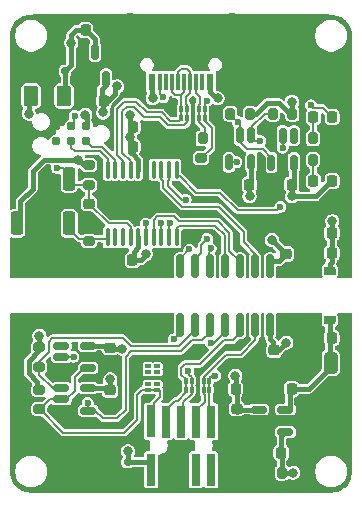
<source format=gtl>
%TF.GenerationSoftware,KiCad,Pcbnew,9.0.6*%
%TF.CreationDate,2026-01-06T09:07:41+09:00*%
%TF.ProjectId,VVDAP,56564441-502e-46b6-9963-61645f706362,rev?*%
%TF.SameCoordinates,Original*%
%TF.FileFunction,Copper,L1,Top*%
%TF.FilePolarity,Positive*%
%FSLAX46Y46*%
G04 Gerber Fmt 4.6, Leading zero omitted, Abs format (unit mm)*
G04 Created by KiCad (PCBNEW 9.0.6) date 2026-01-06 09:07:41*
%MOMM*%
%LPD*%
G01*
G04 APERTURE LIST*
G04 Aperture macros list*
%AMRoundRect*
0 Rectangle with rounded corners*
0 $1 Rounding radius*
0 $2 $3 $4 $5 $6 $7 $8 $9 X,Y pos of 4 corners*
0 Add a 4 corners polygon primitive as box body*
4,1,4,$2,$3,$4,$5,$6,$7,$8,$9,$2,$3,0*
0 Add four circle primitives for the rounded corners*
1,1,$1+$1,$2,$3*
1,1,$1+$1,$4,$5*
1,1,$1+$1,$6,$7*
1,1,$1+$1,$8,$9*
0 Add four rect primitives between the rounded corners*
20,1,$1+$1,$2,$3,$4,$5,0*
20,1,$1+$1,$4,$5,$6,$7,0*
20,1,$1+$1,$6,$7,$8,$9,0*
20,1,$1+$1,$8,$9,$2,$3,0*%
%AMFreePoly0*
4,1,18,-0.287500,0.312500,-0.285597,0.322067,-0.280178,0.330178,-0.272067,0.335597,-0.262500,0.337500,0.262500,0.337500,0.272067,0.335597,0.280178,0.330178,0.285597,0.322067,0.287500,0.312500,0.287500,-0.193750,0.143750,-0.337500,-0.262500,-0.337500,-0.272067,-0.335597,-0.280178,-0.330178,-0.285597,-0.322067,-0.287500,-0.312500,-0.287500,0.312500,-0.287500,0.312500,$1*%
G04 Aperture macros list end*
%TA.AperFunction,SMDPad,CuDef*%
%ADD10RoundRect,0.225000X0.225000X0.250000X-0.225000X0.250000X-0.225000X-0.250000X0.225000X-0.250000X0*%
%TD*%
%TA.AperFunction,SMDPad,CuDef*%
%ADD11RoundRect,0.200000X-0.275000X0.200000X-0.275000X-0.200000X0.275000X-0.200000X0.275000X0.200000X0*%
%TD*%
%TA.AperFunction,SMDPad,CuDef*%
%ADD12FreePoly0,0.000000*%
%TD*%
%TA.AperFunction,SMDPad,CuDef*%
%ADD13RoundRect,0.025000X-0.262500X-0.312500X0.262500X-0.312500X0.262500X0.312500X-0.262500X0.312500X0*%
%TD*%
%TA.AperFunction,SMDPad,CuDef*%
%ADD14RoundRect,0.025000X-0.125000X-0.312500X0.125000X-0.312500X0.125000X0.312500X-0.125000X0.312500X0*%
%TD*%
%TA.AperFunction,SMDPad,CuDef*%
%ADD15RoundRect,0.025000X-0.425000X-0.250000X0.425000X-0.250000X0.425000X0.250000X-0.425000X0.250000X0*%
%TD*%
%TA.AperFunction,SMDPad,CuDef*%
%ADD16RoundRect,0.150000X0.200000X-0.150000X0.200000X0.150000X-0.200000X0.150000X-0.200000X-0.150000X0*%
%TD*%
%TA.AperFunction,SMDPad,CuDef*%
%ADD17RoundRect,0.250000X0.275000X0.750000X-0.275000X0.750000X-0.275000X-0.750000X0.275000X-0.750000X0*%
%TD*%
%TA.AperFunction,SMDPad,CuDef*%
%ADD18RoundRect,0.200000X-0.200000X-0.275000X0.200000X-0.275000X0.200000X0.275000X-0.200000X0.275000X0*%
%TD*%
%TA.AperFunction,SMDPad,CuDef*%
%ADD19RoundRect,0.225000X-0.225000X-0.250000X0.225000X-0.250000X0.225000X0.250000X-0.225000X0.250000X0*%
%TD*%
%TA.AperFunction,SMDPad,CuDef*%
%ADD20RoundRect,0.075000X0.200000X-0.075000X0.200000X0.075000X-0.200000X0.075000X-0.200000X-0.075000X0*%
%TD*%
%TA.AperFunction,SMDPad,CuDef*%
%ADD21RoundRect,0.150000X-0.512500X-0.150000X0.512500X-0.150000X0.512500X0.150000X-0.512500X0.150000X0*%
%TD*%
%TA.AperFunction,SMDPad,CuDef*%
%ADD22RoundRect,0.150000X-0.150000X0.825000X-0.150000X-0.825000X0.150000X-0.825000X0.150000X0.825000X0*%
%TD*%
%TA.AperFunction,SMDPad,CuDef*%
%ADD23RoundRect,0.250000X-0.375000X-0.625000X0.375000X-0.625000X0.375000X0.625000X-0.375000X0.625000X0*%
%TD*%
%TA.AperFunction,SMDPad,CuDef*%
%ADD24RoundRect,0.075000X0.075000X0.200000X-0.075000X0.200000X-0.075000X-0.200000X0.075000X-0.200000X0*%
%TD*%
%TA.AperFunction,SMDPad,CuDef*%
%ADD25RoundRect,0.050000X-0.320000X-1.345000X0.320000X-1.345000X0.320000X1.345000X-0.320000X1.345000X0*%
%TD*%
%TA.AperFunction,SMDPad,CuDef*%
%ADD26RoundRect,0.225000X-0.250000X0.225000X-0.250000X-0.225000X0.250000X-0.225000X0.250000X0.225000X0*%
%TD*%
%TA.AperFunction,SMDPad,CuDef*%
%ADD27RoundRect,0.150000X-0.150000X-0.200000X0.150000X-0.200000X0.150000X0.200000X-0.150000X0.200000X0*%
%TD*%
%TA.AperFunction,ConnectorPad*%
%ADD28C,0.787400*%
%TD*%
%TA.AperFunction,SMDPad,CuDef*%
%ADD29RoundRect,0.218750X-0.218750X-0.256250X0.218750X-0.256250X0.218750X0.256250X-0.218750X0.256250X0*%
%TD*%
%TA.AperFunction,SMDPad,CuDef*%
%ADD30RoundRect,0.150000X0.512500X0.150000X-0.512500X0.150000X-0.512500X-0.150000X0.512500X-0.150000X0*%
%TD*%
%TA.AperFunction,SMDPad,CuDef*%
%ADD31RoundRect,0.075000X-0.075000X-0.200000X0.075000X-0.200000X0.075000X0.200000X-0.075000X0.200000X0*%
%TD*%
%TA.AperFunction,SMDPad,CuDef*%
%ADD32RoundRect,0.150000X-0.150000X0.512500X-0.150000X-0.512500X0.150000X-0.512500X0.150000X0.512500X0*%
%TD*%
%TA.AperFunction,SMDPad,CuDef*%
%ADD33RoundRect,0.200000X0.275000X-0.200000X0.275000X0.200000X-0.275000X0.200000X-0.275000X-0.200000X0*%
%TD*%
%TA.AperFunction,SMDPad,CuDef*%
%ADD34RoundRect,0.100000X0.100000X-0.637500X0.100000X0.637500X-0.100000X0.637500X-0.100000X-0.637500X0*%
%TD*%
%TA.AperFunction,SMDPad,CuDef*%
%ADD35RoundRect,0.200000X0.200000X0.275000X-0.200000X0.275000X-0.200000X-0.275000X0.200000X-0.275000X0*%
%TD*%
%TA.AperFunction,SMDPad,CuDef*%
%ADD36RoundRect,0.225000X0.250000X-0.225000X0.250000X0.225000X-0.250000X0.225000X-0.250000X-0.225000X0*%
%TD*%
%TA.AperFunction,SMDPad,CuDef*%
%ADD37RoundRect,0.250000X0.325000X0.650000X-0.325000X0.650000X-0.325000X-0.650000X0.325000X-0.650000X0*%
%TD*%
%TA.AperFunction,SMDPad,CuDef*%
%ADD38R,0.600000X1.450000*%
%TD*%
%TA.AperFunction,SMDPad,CuDef*%
%ADD39R,0.300000X1.450000*%
%TD*%
%TA.AperFunction,HeatsinkPad*%
%ADD40O,1.000000X2.100000*%
%TD*%
%TA.AperFunction,HeatsinkPad*%
%ADD41O,1.000000X1.600000*%
%TD*%
%TA.AperFunction,SMDPad,CuDef*%
%ADD42RoundRect,0.150000X0.150000X-0.512500X0.150000X0.512500X-0.150000X0.512500X-0.150000X-0.512500X0*%
%TD*%
%TA.AperFunction,SMDPad,CuDef*%
%ADD43RoundRect,0.250000X-0.275000X-0.750000X0.275000X-0.750000X0.275000X0.750000X-0.275000X0.750000X0*%
%TD*%
%TA.AperFunction,ViaPad*%
%ADD44C,0.800000*%
%TD*%
%TA.AperFunction,ViaPad*%
%ADD45C,0.600000*%
%TD*%
%TA.AperFunction,Conductor*%
%ADD46C,0.400000*%
%TD*%
%TA.AperFunction,Conductor*%
%ADD47C,0.300000*%
%TD*%
%TA.AperFunction,Conductor*%
%ADD48C,0.200000*%
%TD*%
G04 APERTURE END LIST*
D10*
%TO.P,C7,1*%
%TO.N,+3.3V*%
X89375000Y-54900000D03*
%TO.P,C7,2*%
%TO.N,GND*%
X87825000Y-54900000D03*
%TD*%
D11*
%TO.P,R10,1*%
%TO.N,VTARGET-LDO*%
X68000000Y-68675000D03*
%TO.P,R10,2*%
%TO.N,JTAG-SWDIO-IN-VV*%
X68000000Y-70325000D03*
%TD*%
D12*
%TO.P,U11,1,GND1*%
%TO.N,GND*%
X90362500Y-62212500D03*
D13*
%TO.P,U11,2,GND2*%
%TO.N,GND-TARGET*%
X90362500Y-66387500D03*
D14*
%TO.P,U11,3,GND2*%
X91100000Y-66387500D03*
D15*
X91400000Y-66325000D03*
D14*
%TO.P,U11,4,GND2*%
X91700000Y-66387500D03*
%TO.P,U11,5,VOUT*%
%TO.N,+5V-Isolated*%
X92300000Y-66387500D03*
D15*
X92600000Y-66325000D03*
D14*
%TO.P,U11,6,VOUT*%
X92900000Y-66387500D03*
D13*
%TO.P,U11,7,VSEL*%
%TO.N,GND-TARGET*%
X93637500Y-66387500D03*
%TO.P,U11,8,EN*%
%TO.N,GND*%
X93637500Y-62212500D03*
D14*
%TO.P,U11,9,VIN*%
%TO.N,+5V*%
X92900000Y-62212500D03*
%TO.P,U11,10,VIN*%
X92300000Y-62212500D03*
D15*
X92600000Y-62275000D03*
D14*
%TO.P,U11,11,GND1*%
%TO.N,GND*%
X91700000Y-62212500D03*
%TO.P,U11,12,GND1*%
X91100000Y-62212500D03*
D15*
X91400000Y-62275000D03*
%TD*%
D16*
%TO.P,D4,1,K*%
%TO.N,VCC-Target*%
X75500000Y-78400000D03*
%TO.P,D4,2,A*%
%TO.N,GND-TARGET*%
X75500000Y-79800000D03*
%TD*%
D17*
%TO.P,SW2,1,1*%
%TO.N,BOOT0*%
X70525000Y-58200000D03*
%TO.P,SW2,2,2*%
%TO.N,+3.3V*%
X66075000Y-58200000D03*
%TD*%
D18*
%TO.P,R3,1*%
%TO.N,Net-(D1-K)*%
X91175000Y-51000000D03*
%TO.P,R3,2*%
%TO.N,GND*%
X92825000Y-51000000D03*
%TD*%
D19*
%TO.P,C10,1*%
%TO.N,+5V*%
X71925000Y-41800000D03*
%TO.P,C10,2*%
%TO.N,GND*%
X73475000Y-41800000D03*
%TD*%
D20*
%TO.P,U4,1,D1+*%
%TO.N,JTAG-SWDIO-VV*%
X77985000Y-72300000D03*
%TO.P,U4,2,D1-*%
%TO.N,unconnected-(U4-D1--Pad2)*%
X77985000Y-71800000D03*
%TO.P,U4,3,GND*%
%TO.N,GND-TARGET*%
X77985000Y-71300000D03*
%TO.P,U4,4,D2+*%
%TO.N,unconnected-(U4-D2+-Pad4)*%
X77985000Y-70800000D03*
%TO.P,U4,5,D2-*%
%TO.N,unconnected-(U4-D2--Pad5)*%
X77985000Y-70300000D03*
%TO.P,U4,6,NC*%
%TO.N,unconnected-(U4-NC-Pad6)*%
X77215000Y-70300000D03*
%TO.P,U4,7,NC*%
%TO.N,unconnected-(U4-NC-Pad7)*%
X77215000Y-70800000D03*
%TO.P,U4,8,GND*%
%TO.N,GND-TARGET*%
X77215000Y-71300000D03*
%TO.P,U4,9,NC*%
%TO.N,unconnected-(U4-NC-Pad9)*%
X77215000Y-71800000D03*
%TO.P,U4,10,NC*%
%TO.N,unconnected-(U4-NC-Pad10)*%
X77215000Y-72300000D03*
%TD*%
D10*
%TO.P,C6,1*%
%TO.N,+3.3V*%
X85775000Y-54900000D03*
%TO.P,C6,2*%
%TO.N,GND*%
X84225000Y-54900000D03*
%TD*%
D18*
%TO.P,R11,1*%
%TO.N,GND-TARGET*%
X86875000Y-79300000D03*
%TO.P,R11,2*%
%TO.N,VCC-Target*%
X88525000Y-79300000D03*
%TD*%
%TO.P,R4,1*%
%TO.N,Net-(D2-K)*%
X91175000Y-52800000D03*
%TO.P,R4,2*%
%TO.N,GND*%
X92825000Y-52800000D03*
%TD*%
D11*
%TO.P,R2,1*%
%TO.N,BOOT0*%
X72200000Y-59675000D03*
%TO.P,R2,2*%
%TO.N,GND*%
X72200000Y-61325000D03*
%TD*%
D21*
%TO.P,U10,1*%
%TO.N,JTAG-SWDIO-IN-VV*%
X69862500Y-72150000D03*
%TO.P,U10,2*%
%TO.N,JTAG-SWDIO-VV*%
X69862500Y-73100000D03*
%TO.P,U10,3,GND*%
%TO.N,GND-TARGET*%
X69862500Y-74050000D03*
%TO.P,U10,4*%
%TO.N,JTAG-SWDIO-OUT-VV*%
X72137500Y-74050000D03*
%TO.P,U10,5,VCC*%
%TO.N,VTARGET-LDO*%
X72137500Y-72150000D03*
%TD*%
D19*
%TO.P,C8,1*%
%TO.N,+3.3V*%
X75925000Y-50000000D03*
%TO.P,C8,2*%
%TO.N,GND*%
X77475000Y-50000000D03*
%TD*%
D21*
%TO.P,U7,1,NC*%
%TO.N,unconnected-(U7-NC-Pad1)*%
X69862500Y-68550000D03*
%TO.P,U7,2*%
%TO.N,JTAG-SWDIO-OUT-VV*%
X69862500Y-69500000D03*
%TO.P,U7,3,GND*%
%TO.N,GND-TARGET*%
X69862500Y-70450000D03*
%TO.P,U7,4*%
%TO.N,JTAG-SWDIO-VV*%
X72137500Y-70450000D03*
%TO.P,U7,5,VCC*%
%TO.N,VTARGET-LDO*%
X72137500Y-68550000D03*
%TD*%
D10*
%TO.P,C17,1*%
%TO.N,VCC-Target*%
X88475000Y-77600000D03*
%TO.P,C17,2*%
%TO.N,GND-TARGET*%
X86925000Y-77600000D03*
%TD*%
D19*
%TO.P,C1,1*%
%TO.N,+3.3V*%
X75925000Y-51700000D03*
%TO.P,C1,2*%
%TO.N,GND*%
X77475000Y-51700000D03*
%TD*%
D22*
%TO.P,U12,1,VDD1*%
%TO.N,+3.3V*%
X87545000Y-61825000D03*
%TO.P,U12,2,VIA*%
%TO.N,JTAG-TDI*%
X86275000Y-61825000D03*
%TO.P,U12,3,VIB*%
%TO.N,JTAG-SWCLK*%
X85005000Y-61825000D03*
%TO.P,U12,4,VIC*%
%TO.N,JTAG-nRST*%
X83735000Y-61825000D03*
%TO.P,U12,5,VID*%
%TO.N,JTAG-SWDIO-IN*%
X82465000Y-61825000D03*
%TO.P,U12,6,VOE*%
%TO.N,JTAG-SWDIO-OUT*%
X81195000Y-61825000D03*
%TO.P,U12,7,VOF*%
%TO.N,JTAG-TDO*%
X79925000Y-61825000D03*
%TO.P,U12,8,GND1*%
%TO.N,GND*%
X78655000Y-61825000D03*
%TO.P,U12,9,GND2*%
%TO.N,GND-TARGET*%
X78655000Y-66775000D03*
%TO.P,U12,10,VIF*%
%TO.N,JTAG-TDO-VV*%
X79925000Y-66775000D03*
%TO.P,U12,11,VIE*%
%TO.N,JTAG-SWDIO-IN-VV*%
X81195000Y-66775000D03*
%TO.P,U12,12,VOD*%
%TO.N,JTAG-SWDIO-OUT-VV*%
X82465000Y-66775000D03*
%TO.P,U12,13,VOC*%
%TO.N,JTAG-nRST-VV*%
X83735000Y-66775000D03*
%TO.P,U12,14,VOB*%
%TO.N,JTAG-SWCLK-VV*%
X85005000Y-66775000D03*
%TO.P,U12,15,VOA*%
%TO.N,JTAG-TDI-VV*%
X86275000Y-66775000D03*
%TO.P,U12,16,VDD2*%
%TO.N,VTARGET-LDO*%
X87545000Y-66775000D03*
%TD*%
D23*
%TO.P,F1,1*%
%TO.N,VCC-Host*%
X67300000Y-47400000D03*
%TO.P,F1,2*%
%TO.N,+5V*%
X70100000Y-47400000D03*
%TD*%
D24*
%TO.P,U3,1,D1+*%
%TO.N,JTAG-nRST-VV*%
X82400000Y-71515000D03*
%TO.P,U3,2,D1-*%
%TO.N,JTAG-TDI-VV*%
X81900000Y-71515000D03*
%TO.P,U3,3,GND*%
%TO.N,GND-TARGET*%
X81400000Y-71515000D03*
%TO.P,U3,4,D2+*%
%TO.N,JTAG-TDO-VV*%
X80900000Y-71515000D03*
%TO.P,U3,5,D2-*%
%TO.N,JTAG-SWCLK-VV*%
X80400000Y-71515000D03*
%TO.P,U3,6,NC*%
%TO.N,unconnected-(U3-NC-Pad6)*%
X80400000Y-72285000D03*
%TO.P,U3,7,NC*%
%TO.N,unconnected-(U3-NC-Pad7)*%
X80900000Y-72285000D03*
%TO.P,U3,8,GND*%
%TO.N,GND-TARGET*%
X81400000Y-72285000D03*
%TO.P,U3,9,NC*%
%TO.N,unconnected-(U3-NC-Pad9)*%
X81900000Y-72285000D03*
%TO.P,U3,10,NC*%
%TO.N,unconnected-(U3-NC-Pad10)*%
X82400000Y-72285000D03*
%TD*%
D25*
%TO.P,J1,1,Pin_1*%
%TO.N,VCC-Target*%
X77460000Y-79035000D03*
%TO.P,J1,2,Pin_2*%
%TO.N,JTAG-SWDIO-VV*%
X77460000Y-74965000D03*
%TO.P,J1,3,Pin_3*%
%TO.N,GND-TARGET*%
X78730000Y-79038000D03*
%TO.P,J1,4,Pin_4*%
%TO.N,JTAG-SWCLK-VV*%
X78730000Y-74968000D03*
%TO.P,J1,5,Pin_5*%
%TO.N,GND-TARGET*%
X80000000Y-79038000D03*
%TO.P,J1,6,Pin_6*%
%TO.N,JTAG-TDO-VV*%
X80000000Y-74968000D03*
%TO.P,J1,7,Pin_7*%
%TO.N,unconnected-(J1-Pin_7-Pad7)*%
X81270000Y-79038000D03*
%TO.P,J1,8,Pin_8*%
%TO.N,JTAG-TDI-VV*%
X81270000Y-74968000D03*
%TO.P,J1,9,Pin_9*%
%TO.N,unconnected-(J1-Pin_9-Pad9)*%
X82540000Y-79038000D03*
%TO.P,J1,10,Pin_10*%
%TO.N,JTAG-nRST-VV*%
X82540000Y-74968000D03*
%TD*%
D26*
%TO.P,C3,1*%
%TO.N,Host-nRESET*%
X72200000Y-56525000D03*
%TO.P,C3,2*%
%TO.N,GND*%
X72200000Y-58075000D03*
%TD*%
%TO.P,C5,1*%
%TO.N,VTARGET-LDO*%
X87900000Y-68925000D03*
%TO.P,C5,2*%
%TO.N,GND-TARGET*%
X87900000Y-70475000D03*
%TD*%
D27*
%TO.P,D3,1,K*%
%TO.N,+5V*%
X70200000Y-45300000D03*
%TO.P,D3,2,A*%
%TO.N,GND*%
X68800000Y-45300000D03*
%TD*%
D19*
%TO.P,C15,1*%
%TO.N,VTARGET-LDO*%
X84625000Y-72200000D03*
%TO.P,C15,2*%
%TO.N,GND-TARGET*%
X86175000Y-72200000D03*
%TD*%
D28*
%TO.P,J5,1,VCC*%
%TO.N,VCC-Host*%
X71970000Y-49965000D03*
%TO.P,J5,2,SWDIO*%
%TO.N,Host-SWDIO*%
X71970000Y-51235000D03*
%TO.P,J5,3,~{RESET}*%
%TO.N,Host-nRESET*%
X70700000Y-49965000D03*
%TO.P,J5,4,SWCLK*%
%TO.N,Host-SWCLK*%
X70700000Y-51235000D03*
%TO.P,J5,5,GND*%
%TO.N,GND*%
X69430000Y-49965000D03*
%TO.P,J5,6,SWO*%
%TO.N,unconnected-(J5-SWO-Pad6)*%
X69430000Y-51235000D03*
%TD*%
D29*
%TO.P,D1,1,K*%
%TO.N,Net-(D1-K)*%
X91212500Y-49200000D03*
%TO.P,D1,2,A*%
%TO.N,Activity-LED*%
X92787500Y-49200000D03*
%TD*%
D26*
%TO.P,C18,1*%
%TO.N,VTARGET-LDO*%
X84700000Y-73875000D03*
%TO.P,C18,2*%
%TO.N,GND-TARGET*%
X84700000Y-75425000D03*
%TD*%
D30*
%TO.P,U13,1,ADJ/EN*%
%TO.N,VCC-Target*%
X88837500Y-75850000D03*
%TO.P,U13,2,GND*%
%TO.N,GND-TARGET*%
X88837500Y-74900000D03*
%TO.P,U13,3,VIN*%
%TO.N,+5V-Isolated*%
X88837500Y-73950000D03*
%TO.P,U13,4,VOUT*%
%TO.N,VTARGET-LDO*%
X86562500Y-73950000D03*
%TO.P,U13,5,GND*%
%TO.N,GND-TARGET*%
X86562500Y-75850000D03*
%TD*%
D31*
%TO.P,U8,1,D1+*%
%TO.N,USB-DP*%
X80000000Y-49285000D03*
%TO.P,U8,2,D1-*%
%TO.N,USB-DM*%
X80500000Y-49285000D03*
%TO.P,U8,3,GND*%
%TO.N,GND*%
X81000000Y-49285000D03*
%TO.P,U8,4,D2+*%
%TO.N,CC1*%
X81500000Y-49285000D03*
%TO.P,U8,5,D2-*%
%TO.N,CC2*%
X82000000Y-49285000D03*
%TO.P,U8,6,NC*%
%TO.N,unconnected-(U8-NC-Pad6)*%
X82000000Y-48515000D03*
%TO.P,U8,7,NC*%
%TO.N,unconnected-(U8-NC-Pad7)*%
X81500000Y-48515000D03*
%TO.P,U8,8,GND*%
%TO.N,GND*%
X81000000Y-48515000D03*
%TO.P,U8,9,NC*%
%TO.N,unconnected-(U8-NC-Pad9)*%
X80500000Y-48515000D03*
%TO.P,U8,10,NC*%
%TO.N,unconnected-(U8-NC-Pad10)*%
X80000000Y-48515000D03*
%TD*%
D26*
%TO.P,C11,1*%
%TO.N,VTARGET-LDO*%
X74000000Y-68725000D03*
%TO.P,C11,2*%
%TO.N,GND-TARGET*%
X74000000Y-70275000D03*
%TD*%
D32*
%TO.P,U9,1*%
%TO.N,JTAG-SWDIO-IN*%
X85955000Y-50747500D03*
%TO.P,U9,2*%
%TO.N,JTAG-SWDIO*%
X85005000Y-50747500D03*
%TO.P,U9,3,GND*%
%TO.N,GND*%
X84055000Y-50747500D03*
%TO.P,U9,4*%
%TO.N,JTAG-SWDIO-OUT*%
X84055000Y-53022500D03*
%TO.P,U9,5,VCC*%
%TO.N,+3.3V*%
X85955000Y-53022500D03*
%TD*%
D10*
%TO.P,C20,1*%
%TO.N,+5V-Isolated*%
X92775000Y-67900000D03*
%TO.P,C20,2*%
%TO.N,GND-TARGET*%
X91225000Y-67900000D03*
%TD*%
D33*
%TO.P,R9,1*%
%TO.N,JTAG-SWDIO-VV*%
X68000000Y-73925000D03*
%TO.P,R9,2*%
%TO.N,VTARGET-LDO*%
X68000000Y-72275000D03*
%TD*%
D10*
%TO.P,C9,1*%
%TO.N,+3.3V*%
X73475000Y-47800000D03*
%TO.P,C9,2*%
%TO.N,GND*%
X71925000Y-47800000D03*
%TD*%
D34*
%TO.P,U1,1,BOOT0*%
%TO.N,BOOT0*%
X73775000Y-59375000D03*
%TO.P,U1,2,OSC_IN*%
%TO.N,unconnected-(U1-OSC_IN-Pad2)*%
X74425000Y-59375000D03*
%TO.P,U1,3,OSC_OUT*%
%TO.N,unconnected-(U1-OSC_OUT-Pad3)*%
X75075000Y-59375000D03*
%TO.P,U1,4,~{RST}*%
%TO.N,Host-nRESET*%
X75725000Y-59375000D03*
%TO.P,U1,5,VDDA*%
%TO.N,+3.3V*%
X76375000Y-59375000D03*
%TO.P,U1,6,PA0*%
%TO.N,JTAG-SWDIO*%
X77025000Y-59375000D03*
%TO.P,U1,7,PA1*%
%TO.N,JTAG-SWCLK*%
X77675000Y-59375000D03*
%TO.P,U1,8,PA2*%
%TO.N,UART-TXD*%
X78325000Y-59375000D03*
%TO.P,U1,9,PA3*%
%TO.N,UART-RXD*%
X78975000Y-59375000D03*
%TO.P,U1,10,PA4*%
%TO.N,JTAG-nRST*%
X79625000Y-59375000D03*
%TO.P,U1,11,PA5*%
%TO.N,Activity-LED*%
X79625000Y-53650000D03*
%TO.P,U1,12,PA6*%
%TO.N,JTAG-TDO*%
X78975000Y-53650000D03*
%TO.P,U1,13,PA7*%
%TO.N,JTAG-TDI*%
X78325000Y-53650000D03*
%TO.P,U1,14,PB1*%
%TO.N,unconnected-(U1-PB1-Pad14)*%
X77675000Y-53650000D03*
%TO.P,U1,15,VSS*%
%TO.N,GND*%
X77025000Y-53650000D03*
%TO.P,U1,16,VDD*%
%TO.N,+3.3V*%
X76375000Y-53650000D03*
%TO.P,U1,17,PA11*%
%TO.N,USB-DM*%
X75725000Y-53650000D03*
%TO.P,U1,18,PA12*%
%TO.N,USB-DP*%
X75075000Y-53650000D03*
%TO.P,U1,19,SWDIO*%
%TO.N,Host-SWDIO*%
X74425000Y-53650000D03*
%TO.P,U1,20,SWCLK*%
%TO.N,Host-SWCLK*%
X73775000Y-53650000D03*
%TD*%
D10*
%TO.P,C19,1*%
%TO.N,+5V*%
X92775000Y-60700000D03*
%TO.P,C19,2*%
%TO.N,GND*%
X91225000Y-60700000D03*
%TD*%
D18*
%TO.P,R8,1*%
%TO.N,JTAG-SWDIO*%
X84175000Y-48900000D03*
%TO.P,R8,2*%
%TO.N,+3.3V*%
X85825000Y-48900000D03*
%TD*%
D35*
%TO.P,R6,1*%
%TO.N,CC1*%
X81825000Y-51000000D03*
%TO.P,R6,2*%
%TO.N,GND*%
X80175000Y-51000000D03*
%TD*%
D11*
%TO.P,R1,1*%
%TO.N,+3.3V*%
X72200000Y-53275000D03*
%TO.P,R1,2*%
%TO.N,Host-nRESET*%
X72200000Y-54925000D03*
%TD*%
D36*
%TO.P,C4,1*%
%TO.N,+3.3V*%
X88900000Y-60775000D03*
%TO.P,C4,2*%
%TO.N,GND*%
X88900000Y-59225000D03*
%TD*%
D10*
%TO.P,C2,1*%
%TO.N,+3.3V*%
X75875000Y-61300000D03*
%TO.P,C2,2*%
%TO.N,GND*%
X74325000Y-61300000D03*
%TD*%
%TO.P,C16,1*%
%TO.N,+5V-Isolated*%
X89375000Y-72200000D03*
%TO.P,C16,2*%
%TO.N,GND-TARGET*%
X87825000Y-72200000D03*
%TD*%
D11*
%TO.P,R5,1*%
%TO.N,CC2*%
X81700000Y-52675000D03*
%TO.P,R5,2*%
%TO.N,GND*%
X81700000Y-54325000D03*
%TD*%
D10*
%TO.P,C13,1*%
%TO.N,+5V*%
X92775000Y-59000000D03*
%TO.P,C13,2*%
%TO.N,GND*%
X91225000Y-59000000D03*
%TD*%
D37*
%TO.P,C14,1*%
%TO.N,+5V-Isolated*%
X92675000Y-70000000D03*
%TO.P,C14,2*%
%TO.N,GND-TARGET*%
X89725000Y-70000000D03*
%TD*%
D32*
%TO.P,U5,1,NC*%
%TO.N,unconnected-(U5-NC-Pad1)*%
X89550000Y-50762500D03*
%TO.P,U5,2*%
%TO.N,JTAG-SWDIO-OUT*%
X88600000Y-50762500D03*
%TO.P,U5,3,GND*%
%TO.N,GND*%
X87650000Y-50762500D03*
%TO.P,U5,4*%
%TO.N,JTAG-SWDIO*%
X87650000Y-53037500D03*
%TO.P,U5,5,VCC*%
%TO.N,+3.3V*%
X89550000Y-53037500D03*
%TD*%
D38*
%TO.P,J2,A1,GND*%
%TO.N,GND*%
X83250000Y-46200000D03*
%TO.P,J2,A4,VBUS*%
%TO.N,VCC-Host*%
X82450000Y-46200000D03*
D39*
%TO.P,J2,A5,CC1*%
%TO.N,CC1*%
X81250000Y-46200000D03*
%TO.P,J2,A6,D+*%
%TO.N,USB-DP*%
X80250000Y-46200000D03*
%TO.P,J2,A7,D-*%
%TO.N,USB-DM*%
X79750000Y-46200000D03*
%TO.P,J2,A8,SBU1*%
%TO.N,unconnected-(J2-SBU1-PadA8)*%
X78750000Y-46200000D03*
D38*
%TO.P,J2,A9,VBUS*%
%TO.N,VCC-Host*%
X77550000Y-46200000D03*
%TO.P,J2,A12,GND*%
%TO.N,GND*%
X76750000Y-46200000D03*
%TO.P,J2,B1,GND*%
X76750000Y-46200000D03*
%TO.P,J2,B4,VBUS*%
%TO.N,VCC-Host*%
X77550000Y-46200000D03*
D39*
%TO.P,J2,B5,CC2*%
%TO.N,CC2*%
X78250000Y-46200000D03*
%TO.P,J2,B6,D+*%
%TO.N,USB-DP*%
X79250000Y-46200000D03*
%TO.P,J2,B7,D-*%
%TO.N,USB-DM*%
X80750000Y-46200000D03*
%TO.P,J2,B8,SBU2*%
%TO.N,unconnected-(J2-SBU2-PadB8)*%
X81750000Y-46200000D03*
D38*
%TO.P,J2,B9,VBUS*%
%TO.N,VCC-Host*%
X82450000Y-46200000D03*
%TO.P,J2,B12,GND*%
%TO.N,GND*%
X83250000Y-46200000D03*
D40*
%TO.P,J2,S1,SHIELD*%
X84320000Y-45285000D03*
D41*
X84320000Y-41105000D03*
D40*
X75680000Y-45285000D03*
D41*
X75680000Y-41105000D03*
%TD*%
D26*
%TO.P,C12,1*%
%TO.N,VTARGET-LDO*%
X74000000Y-72325000D03*
%TO.P,C12,2*%
%TO.N,GND-TARGET*%
X74000000Y-73875000D03*
%TD*%
D42*
%TO.P,U6,1,GND*%
%TO.N,GND*%
X71750000Y-45937500D03*
%TO.P,U6,2,VO*%
%TO.N,+3.3V*%
X73650000Y-45937500D03*
%TO.P,U6,3,VI*%
%TO.N,+5V*%
X72700000Y-43662500D03*
%TD*%
D35*
%TO.P,R7,1*%
%TO.N,+3.3V*%
X89425000Y-48900000D03*
%TO.P,R7,2*%
%TO.N,JTAG-SWDIO-IN*%
X87775000Y-48900000D03*
%TD*%
D29*
%TO.P,D2,1,K*%
%TO.N,Net-(D2-K)*%
X91212500Y-54600000D03*
%TO.P,D2,2,A*%
%TO.N,+3.3V*%
X92787500Y-54600000D03*
%TD*%
D43*
%TO.P,SW1,1,1*%
%TO.N,GND*%
X66075000Y-54400000D03*
%TO.P,SW1,2,2*%
%TO.N,Host-nRESET*%
X70525000Y-54400000D03*
%TD*%
D44*
%TO.N,+3.3V*%
X73400000Y-48800000D03*
X75700000Y-49000000D03*
X77000000Y-60800000D03*
X89400000Y-55900000D03*
X85800000Y-55900000D03*
X89400000Y-47900000D03*
X74600000Y-46600000D03*
X87700000Y-59600000D03*
X75700000Y-50850000D03*
X71300000Y-52800000D03*
D45*
%TO.N,GND*%
X76400000Y-56500000D03*
X86900000Y-54900000D03*
X84700000Y-59200000D03*
X83300000Y-55000000D03*
X77900000Y-62400000D03*
X81000000Y-50000000D03*
X79400000Y-51000000D03*
D44*
X65900000Y-62400000D03*
X74300000Y-56500000D03*
X90200000Y-60700000D03*
D45*
X81000000Y-59600000D03*
X79200000Y-60600000D03*
D44*
X77500000Y-50850000D03*
D45*
X81000000Y-47800000D03*
X86900000Y-50400000D03*
D44*
X68800000Y-46200000D03*
X90200000Y-59000000D03*
D45*
X83000000Y-56200000D03*
X83300000Y-50700000D03*
X82900000Y-57400000D03*
X85000000Y-57700000D03*
D44*
X74500000Y-41800000D03*
X69400000Y-48900000D03*
X72500000Y-46800000D03*
X73300000Y-61300000D03*
X78200000Y-56500000D03*
D45*
X79300000Y-48800000D03*
D44*
X89500000Y-62300000D03*
D45*
X79700000Y-54900000D03*
X83100000Y-59600000D03*
D44*
X71800000Y-44700000D03*
D45*
X81000000Y-57400000D03*
X84700000Y-60200000D03*
D44*
X88900000Y-58200000D03*
D45*
%TO.N,Activity-LED*%
X91000000Y-48200000D03*
X88400000Y-56800000D03*
D44*
%TO.N,+5V*%
X92800000Y-58000000D03*
X70700000Y-42900000D03*
%TO.N,VCC-Host*%
X83100000Y-47600000D03*
X67100000Y-48900000D03*
X71900000Y-49000000D03*
X77600000Y-47600000D03*
%TO.N,VTARGET-LDO*%
X88900000Y-68300000D03*
X74000000Y-71400000D03*
X75000000Y-68800000D03*
X68000000Y-67700000D03*
X84600000Y-71100000D03*
%TO.N,VCC-Target*%
X89500000Y-79300000D03*
X75500000Y-77500000D03*
D45*
%TO.N,CC2*%
X82200000Y-47800000D03*
X78500000Y-47500000D03*
%TO.N,GND-TARGET*%
X78700000Y-71300000D03*
D44*
X77700000Y-66200000D03*
D45*
X73100000Y-69700000D03*
X69900000Y-71200000D03*
D44*
X87600000Y-75200000D03*
D45*
X77200000Y-73000000D03*
D44*
X65900000Y-66200000D03*
D45*
X75700000Y-74500000D03*
D44*
X85900000Y-77600000D03*
D45*
X73100000Y-73300000D03*
X69900000Y-74800000D03*
X81400000Y-70800000D03*
X85100000Y-68300000D03*
D44*
X79300000Y-77000000D03*
X85800000Y-74900000D03*
X86100000Y-71200000D03*
X75500000Y-80600000D03*
D45*
X81400000Y-73000000D03*
D44*
X80300000Y-77000000D03*
X90200000Y-67900000D03*
X85900000Y-79500000D03*
D45*
X76500000Y-71300000D03*
D44*
X89500000Y-66300000D03*
D45*
X86800000Y-68500000D03*
D44*
X86900000Y-70400000D03*
D45*
X81800000Y-68800000D03*
D44*
X90800000Y-70000000D03*
X87800000Y-73200000D03*
D45*
%TO.N,JTAG-nRST-VV*%
X82500000Y-68300000D03*
X82900000Y-71100000D03*
%TO.N,JTAG-TDO-VV*%
X79400000Y-68000000D03*
X80600000Y-70700000D03*
%TO.N,JTAG-SWDIO-IN*%
X86700000Y-51200000D03*
X82500000Y-60300000D03*
%TO.N,JTAG-SWDIO*%
X77000000Y-58200000D03*
X84800000Y-49600000D03*
%TO.N,Host-nRESET*%
X71000000Y-49100000D03*
X69500000Y-53500000D03*
%TO.N,UART-RXD*%
X79100000Y-58200000D03*
%TO.N,JTAG-TDO*%
X80700000Y-60400000D03*
X80400000Y-56200000D03*
%TO.N,UART-TXD*%
X78300000Y-58200000D03*
%TO.N,JTAG-SWDIO-OUT*%
X88605000Y-51785000D03*
X82200000Y-59500000D03*
X84700000Y-53000000D03*
%TO.N,JTAG-SWDIO-OUT-VV*%
X72100000Y-73400000D03*
X70900000Y-69500000D03*
%TD*%
D46*
%TO.N,+3.3V*%
X89550000Y-53037500D02*
X89550000Y-54725000D01*
X73300000Y-47625000D02*
X73475000Y-47800000D01*
X85955000Y-54720000D02*
X85775000Y-54900000D01*
X73650000Y-45937500D02*
X73650000Y-46450000D01*
X87700000Y-59600000D02*
X88875000Y-60775000D01*
X89400000Y-55900000D02*
X89375000Y-55875000D01*
X92787500Y-54600000D02*
X92700000Y-54600000D01*
X86362500Y-48900000D02*
X87262500Y-48000000D01*
X74400000Y-46600000D02*
X74600000Y-46600000D01*
X71775000Y-53275000D02*
X71300000Y-52800000D01*
X88875000Y-60775000D02*
X88900000Y-60775000D01*
X85775000Y-55875000D02*
X85800000Y-55900000D01*
X74400000Y-46600000D02*
X74400000Y-47200000D01*
X75975000Y-61300000D02*
X75975000Y-60625000D01*
X75925000Y-51700000D02*
X75925000Y-52350000D01*
X76375000Y-53650000D02*
X76375000Y-52800000D01*
X75925000Y-50000000D02*
X75700000Y-49775000D01*
X66075000Y-58200000D02*
X66400000Y-57875000D01*
X75925000Y-52350000D02*
X76375000Y-52800000D01*
X75800000Y-50750000D02*
X75700000Y-50850000D01*
X76375000Y-60225000D02*
X76375000Y-59375000D01*
X75700000Y-50850000D02*
X75700000Y-49500000D01*
X75800000Y-50950000D02*
X75700000Y-50850000D01*
X89425000Y-48900000D02*
X89425000Y-47925000D01*
X74400000Y-47200000D02*
X73800000Y-47800000D01*
X87262500Y-48000000D02*
X88300000Y-48000000D01*
X73800000Y-47800000D02*
X73475000Y-47800000D01*
X92700000Y-54600000D02*
X91400000Y-55900000D01*
X72200000Y-53275000D02*
X71775000Y-53275000D01*
X75700000Y-49775000D02*
X75700000Y-49000000D01*
X73400000Y-48800000D02*
X73400000Y-47875000D01*
X89375000Y-55875000D02*
X89375000Y-54900000D01*
X89550000Y-54725000D02*
X89375000Y-54900000D01*
X75700000Y-50850000D02*
X75700000Y-52125000D01*
X85775000Y-54900000D02*
X85775000Y-55875000D01*
X73650000Y-46450000D02*
X73300000Y-46800000D01*
X75800000Y-51400000D02*
X75800000Y-50950000D01*
X67450000Y-55250000D02*
X67450000Y-53750000D01*
X70500000Y-52800000D02*
X71300000Y-52800000D01*
X77000000Y-60900000D02*
X76600000Y-61300000D01*
X88900000Y-60775000D02*
X88275000Y-61400000D01*
X88300000Y-48000000D02*
X89200000Y-48900000D01*
X87500000Y-61500000D02*
X87500000Y-61780000D01*
X75925000Y-51525000D02*
X75800000Y-51400000D01*
X89200000Y-48900000D02*
X89425000Y-48900000D01*
X75925000Y-51700000D02*
X75925000Y-51525000D01*
X67450000Y-53750000D02*
X68400000Y-52800000D01*
X76600000Y-61300000D02*
X75875000Y-61300000D01*
X77000000Y-60800000D02*
X77000000Y-60900000D01*
X66400000Y-57875000D02*
X66400000Y-56300000D01*
X87600000Y-61400000D02*
X87500000Y-61500000D01*
X66400000Y-56300000D02*
X67450000Y-55250000D01*
X85955000Y-53022500D02*
X85955000Y-54720000D01*
X89425000Y-47925000D02*
X89400000Y-47900000D01*
X87500000Y-61780000D02*
X87545000Y-61825000D01*
X88275000Y-61400000D02*
X87600000Y-61400000D01*
X73400000Y-47875000D02*
X73475000Y-47800000D01*
X68400000Y-52800000D02*
X70500000Y-52800000D01*
X75700000Y-52125000D02*
X75925000Y-52350000D01*
X85825000Y-48900000D02*
X86362500Y-48900000D01*
X73300000Y-46800000D02*
X73300000Y-47625000D01*
X75925000Y-50175000D02*
X75800000Y-50300000D01*
X75925000Y-50000000D02*
X75925000Y-50175000D01*
X91400000Y-55900000D02*
X89400000Y-55900000D01*
X75800000Y-50300000D02*
X75800000Y-50750000D01*
X75975000Y-60625000D02*
X76375000Y-60225000D01*
D47*
%TO.N,GND*%
X81000000Y-48515000D02*
X81000000Y-47800000D01*
D48*
%TO.N,Net-(D1-K)*%
X91175000Y-51000000D02*
X91175000Y-49237500D01*
X91175000Y-49237500D02*
X91212500Y-49200000D01*
%TO.N,Activity-LED*%
X88100000Y-57100000D02*
X88400000Y-56800000D01*
X91000000Y-48200000D02*
X91200000Y-48400000D01*
X91200000Y-48400000D02*
X91987500Y-48400000D01*
X79600000Y-53675000D02*
X79600000Y-54200000D01*
X91987500Y-48400000D02*
X92787500Y-49200000D01*
X79625000Y-53650000D02*
X79600000Y-53675000D01*
X79600000Y-54200000D02*
X79900000Y-54200000D01*
X83300000Y-55600000D02*
X84800000Y-57100000D01*
X79900000Y-54200000D02*
X81300000Y-55600000D01*
X81300000Y-55600000D02*
X83300000Y-55600000D01*
X84800000Y-57100000D02*
X88100000Y-57100000D01*
%TO.N,Net-(D2-K)*%
X91175000Y-52800000D02*
X91175000Y-54562500D01*
X91175000Y-54562500D02*
X91212500Y-54600000D01*
D46*
%TO.N,+5V*%
X92775000Y-58025000D02*
X92800000Y-58000000D01*
X70200000Y-45300000D02*
X70700000Y-44800000D01*
X92775000Y-59000000D02*
X92775000Y-58025000D01*
X92775000Y-61425000D02*
X92600000Y-61600000D01*
X92600000Y-62275000D02*
X92600000Y-61600000D01*
X70200000Y-45300000D02*
X70200000Y-47300000D01*
X70700000Y-42200000D02*
X71100000Y-41800000D01*
X70200000Y-47300000D02*
X70100000Y-47400000D01*
X92775000Y-60700000D02*
X92775000Y-61425000D01*
X72700000Y-42575000D02*
X71925000Y-41800000D01*
X92775000Y-60700000D02*
X92775000Y-59000000D01*
X70700000Y-44800000D02*
X70700000Y-42200000D01*
X71100000Y-41800000D02*
X71925000Y-41800000D01*
X72700000Y-43662500D02*
X72700000Y-42575000D01*
%TO.N,VCC-Host*%
X67100000Y-47600000D02*
X67300000Y-47400000D01*
X77550000Y-47550000D02*
X77600000Y-47600000D01*
X72000000Y-49100000D02*
X72000000Y-49900000D01*
X83000000Y-47600000D02*
X82450000Y-47050000D01*
X72000000Y-49900000D02*
X71970000Y-49930000D01*
X83100000Y-47600000D02*
X83000000Y-47600000D01*
X71970000Y-49930000D02*
X71970000Y-49965000D01*
X71900000Y-49000000D02*
X72000000Y-49100000D01*
X82450000Y-47050000D02*
X82450000Y-46200000D01*
X67100000Y-48900000D02*
X67100000Y-47600000D01*
X77550000Y-46200000D02*
X77550000Y-47550000D01*
%TO.N,VTARGET-LDO*%
X73825000Y-72150000D02*
X74000000Y-72325000D01*
X84700000Y-74125000D02*
X84700000Y-72275000D01*
X67800000Y-71600000D02*
X67800000Y-72075000D01*
X87900000Y-68925000D02*
X88275000Y-68925000D01*
X87772500Y-68797500D02*
X87900000Y-68925000D01*
X84700000Y-72275000D02*
X84625000Y-72200000D01*
X67800000Y-72075000D02*
X68000000Y-72275000D01*
X84625000Y-72200000D02*
X84625000Y-71125000D01*
X67100000Y-70900000D02*
X67100000Y-69850000D01*
X75000000Y-68800000D02*
X74075000Y-68800000D01*
X74000000Y-72325000D02*
X74000000Y-71400000D01*
X84625000Y-71125000D02*
X84600000Y-71100000D01*
X68000000Y-67700000D02*
X68000000Y-68675000D01*
X74075000Y-68800000D02*
X74000000Y-68725000D01*
X87545000Y-66775000D02*
X87545000Y-68000000D01*
X73825000Y-68550000D02*
X74000000Y-68725000D01*
X68000000Y-68950000D02*
X68000000Y-68675000D01*
X87772500Y-68227500D02*
X87772500Y-68797500D01*
X86562500Y-73950000D02*
X84875000Y-73950000D01*
X88275000Y-68925000D02*
X88900000Y-68300000D01*
X87772500Y-68227500D02*
X87545000Y-68000000D01*
X72137500Y-68550000D02*
X73825000Y-68550000D01*
X67800000Y-71600000D02*
X67100000Y-70900000D01*
X72137500Y-72150000D02*
X73825000Y-72150000D01*
X84875000Y-73950000D02*
X84700000Y-74125000D01*
X67100000Y-69850000D02*
X68000000Y-68950000D01*
%TO.N,VCC-Target*%
X77500000Y-78400000D02*
X77500000Y-78995000D01*
X88475000Y-77600000D02*
X88500000Y-77575000D01*
X75500000Y-78400000D02*
X77500000Y-78400000D01*
X88525000Y-79300000D02*
X88525000Y-77650000D01*
X88525000Y-77650000D02*
X88475000Y-77600000D01*
X75500000Y-78400000D02*
X75500000Y-77500000D01*
X77500000Y-78995000D02*
X77460000Y-79035000D01*
X88500000Y-76187500D02*
X88837500Y-75850000D01*
X89500000Y-79300000D02*
X88525000Y-79300000D01*
X88500000Y-77575000D02*
X88500000Y-76187500D01*
D48*
%TO.N,CC1*%
X81600000Y-48048529D02*
X81500000Y-48148529D01*
X81500000Y-49600000D02*
X82000000Y-50100000D01*
X82000000Y-50825000D02*
X81825000Y-51000000D01*
X81600000Y-47500000D02*
X81600000Y-48048529D01*
X81250000Y-47150000D02*
X81600000Y-47500000D01*
X81500000Y-49285000D02*
X81500000Y-49600000D01*
X82000000Y-50100000D02*
X82000000Y-50825000D01*
X81500000Y-48148529D02*
X81500000Y-49285000D01*
X81250000Y-46200000D02*
X81250000Y-47150000D01*
%TO.N,CC2*%
X82600000Y-51775000D02*
X81700000Y-52675000D01*
X78250000Y-46200000D02*
X78250000Y-47250000D01*
X82000000Y-49500000D02*
X82600000Y-50100000D01*
X82200000Y-47900000D02*
X82000000Y-48100000D01*
X82200000Y-47800000D02*
X82200000Y-47900000D01*
X82000000Y-49285000D02*
X82000000Y-49500000D01*
X78250000Y-47250000D02*
X78500000Y-47500000D01*
X82600000Y-50100000D02*
X82600000Y-51775000D01*
X82000000Y-48100000D02*
X82000000Y-49285000D01*
%TO.N,BOOT0*%
X72375000Y-59500000D02*
X73800000Y-59500000D01*
X73800000Y-59500000D02*
X73800000Y-59400000D01*
X73800000Y-59400000D02*
X73775000Y-59375000D01*
X72200000Y-59675000D02*
X72375000Y-59500000D01*
X70525000Y-58625000D02*
X70525000Y-58200000D01*
X72000000Y-59500000D02*
X71400000Y-59500000D01*
X72200000Y-59675000D02*
X72175000Y-59675000D01*
X71400000Y-59500000D02*
X70525000Y-58625000D01*
X72175000Y-59675000D02*
X72000000Y-59500000D01*
%TO.N,USB-DM*%
X80500000Y-45100000D02*
X80750000Y-45350000D01*
X75000000Y-52200000D02*
X75725000Y-52925000D01*
X80750000Y-47150000D02*
X80750000Y-46200000D01*
X76900000Y-49200000D02*
X76000000Y-48300000D01*
X79750000Y-45350000D02*
X80000000Y-45100000D01*
X75000000Y-48700000D02*
X75000000Y-52200000D01*
X79750000Y-46200000D02*
X79750000Y-45350000D01*
X80500000Y-49285000D02*
X80500000Y-48150000D01*
X80250000Y-49900000D02*
X78900000Y-49900000D01*
X78200000Y-49200000D02*
X76900000Y-49200000D01*
X75400000Y-48300000D02*
X75000000Y-48700000D01*
X80500000Y-49285000D02*
X80500000Y-49650000D01*
X75725000Y-52925000D02*
X75725000Y-53650000D01*
X80400000Y-47500000D02*
X80750000Y-47150000D01*
X80500000Y-48150000D02*
X80400000Y-48050000D01*
X80500000Y-49650000D02*
X80250000Y-49900000D01*
X80750000Y-45350000D02*
X80750000Y-46200000D01*
X76000000Y-48300000D02*
X75400000Y-48300000D01*
X80000000Y-45100000D02*
X80500000Y-45100000D01*
X78900000Y-49900000D02*
X78200000Y-49200000D01*
X80400000Y-48050000D02*
X80400000Y-47500000D01*
%TO.N,USB-DP*%
X74600000Y-48500000D02*
X74600000Y-52400000D01*
X74600000Y-52400000D02*
X75075000Y-52875000D01*
X77100000Y-48800000D02*
X76200000Y-47900000D01*
X79500000Y-47300000D02*
X80000000Y-47300000D01*
X79250000Y-47050000D02*
X79500000Y-47300000D01*
X80250000Y-47050000D02*
X80250000Y-46200000D01*
X80000000Y-49285000D02*
X79785000Y-49500000D01*
X79100000Y-49500000D02*
X78400000Y-48800000D01*
X76200000Y-47900000D02*
X75200000Y-47900000D01*
X80000000Y-47300000D02*
X80250000Y-47050000D01*
X79250000Y-46200000D02*
X79250000Y-47050000D01*
X79785000Y-49500000D02*
X79100000Y-49500000D01*
X75200000Y-47900000D02*
X74600000Y-48500000D01*
X78400000Y-48800000D02*
X77100000Y-48800000D01*
X75075000Y-52875000D02*
X75075000Y-53650000D01*
X80000000Y-49285000D02*
X80000000Y-47300000D01*
D46*
%TO.N,+5V-Isolated*%
X89375000Y-72200000D02*
X89200000Y-72375000D01*
X89375000Y-72200000D02*
X90800000Y-72200000D01*
X92600000Y-69925000D02*
X92675000Y-70000000D01*
X89200000Y-72375000D02*
X89200000Y-73950000D01*
X90800000Y-72200000D02*
X92675000Y-70325000D01*
X89200000Y-73950000D02*
X88837500Y-73950000D01*
X92675000Y-70325000D02*
X92675000Y-70000000D01*
X92600000Y-66325000D02*
X92600000Y-69925000D01*
D48*
%TO.N,Host-SWDIO*%
X74425000Y-52790686D02*
X73334314Y-51700000D01*
X73334314Y-51700000D02*
X72435000Y-51700000D01*
X72435000Y-51700000D02*
X71970000Y-51235000D01*
X74425000Y-53650000D02*
X74425000Y-52790686D01*
%TO.N,Host-SWCLK*%
X70700000Y-51235000D02*
X70700000Y-51800000D01*
X70700000Y-51800000D02*
X71000000Y-52100000D01*
X73775000Y-52775000D02*
X73775000Y-53650000D01*
X73100000Y-52100000D02*
X73775000Y-52775000D01*
X71000000Y-52100000D02*
X73100000Y-52100000D01*
%TO.N,JTAG-nRST-VV*%
X82900000Y-71100000D02*
X82600000Y-71100000D01*
X82400000Y-71300000D02*
X82400000Y-71515000D01*
X82400000Y-74828000D02*
X82540000Y-74968000D01*
X82600000Y-71100000D02*
X82400000Y-71300000D01*
X82400000Y-71515000D02*
X82400000Y-74828000D01*
X82500000Y-68300000D02*
X82800000Y-68300000D01*
X83735000Y-67365000D02*
X83735000Y-66775000D01*
X82800000Y-68300000D02*
X83735000Y-67365000D01*
%TO.N,JTAG-TDI-VV*%
X81270000Y-74030000D02*
X82000000Y-73300000D01*
X81900000Y-71515000D02*
X81900000Y-71200000D01*
X81900000Y-71200000D02*
X83800000Y-69300000D01*
X81270000Y-74968000D02*
X81270000Y-74030000D01*
X85050000Y-69300000D02*
X86275000Y-68075000D01*
X86275000Y-68075000D02*
X86275000Y-66775000D01*
X83800000Y-69300000D02*
X85050000Y-69300000D01*
X82000000Y-72751471D02*
X81900000Y-72651471D01*
X82000000Y-73300000D02*
X82000000Y-72751471D01*
X81900000Y-72651471D02*
X81900000Y-71515000D01*
%TO.N,JTAG-SWCLK-VV*%
X84400000Y-68100000D02*
X85005000Y-67495000D01*
X79700000Y-73200000D02*
X80400000Y-72500000D01*
X79500000Y-73200000D02*
X79700000Y-73200000D01*
X81600000Y-70100000D02*
X83600000Y-68100000D01*
X80000000Y-71000000D02*
X80000000Y-70400000D01*
X83600000Y-68100000D02*
X84400000Y-68100000D01*
X80400000Y-71515000D02*
X80400000Y-71400000D01*
X85005000Y-67495000D02*
X85005000Y-66775000D01*
X80000000Y-70400000D02*
X80300000Y-70100000D01*
X80400000Y-72500000D02*
X80400000Y-71515000D01*
X78730000Y-74968000D02*
X78730000Y-73970000D01*
X80300000Y-70100000D02*
X81600000Y-70100000D01*
X78730000Y-73970000D02*
X79500000Y-73200000D01*
X80400000Y-71400000D02*
X80000000Y-71000000D01*
%TO.N,JTAG-TDO-VV*%
X80700000Y-70800000D02*
X80700000Y-71000000D01*
X80600000Y-70700000D02*
X80700000Y-70800000D01*
X80200000Y-74768000D02*
X80000000Y-74968000D01*
X79925000Y-67475000D02*
X79400000Y-68000000D01*
X80200000Y-73300000D02*
X80200000Y-74768000D01*
X80900000Y-72600000D02*
X80200000Y-73300000D01*
X80900000Y-71200000D02*
X80900000Y-71515000D01*
X80700000Y-71000000D02*
X80900000Y-71200000D01*
X80900000Y-71515000D02*
X80900000Y-72600000D01*
X79925000Y-66775000D02*
X79925000Y-67475000D01*
%TO.N,JTAG-SWDIO-VV*%
X71750000Y-70450000D02*
X71000000Y-71200000D01*
X76700000Y-72300000D02*
X77985000Y-72300000D01*
X72137500Y-70450000D02*
X71750000Y-70450000D01*
X78200000Y-72400000D02*
X78200000Y-72900000D01*
X68075000Y-73925000D02*
X68000000Y-73925000D01*
X78100000Y-72300000D02*
X78200000Y-72400000D01*
X68900000Y-73100000D02*
X68075000Y-73925000D01*
X78200000Y-72900000D02*
X77700000Y-73400000D01*
X71000000Y-71200000D02*
X71000000Y-72400000D01*
X75200000Y-75900000D02*
X76300000Y-74800000D01*
X70000000Y-75900000D02*
X75200000Y-75900000D01*
X68000000Y-73925000D02*
X68025000Y-73925000D01*
X70300000Y-73100000D02*
X69862500Y-73100000D01*
X77700000Y-74725000D02*
X77460000Y-74965000D01*
X71000000Y-72400000D02*
X70300000Y-73100000D01*
X76300000Y-72700000D02*
X76700000Y-72300000D01*
X68025000Y-73925000D02*
X70000000Y-75900000D01*
X69862500Y-73100000D02*
X68900000Y-73100000D01*
X76300000Y-74800000D02*
X76300000Y-72700000D01*
X77700000Y-73400000D02*
X77700000Y-74725000D01*
X77985000Y-72300000D02*
X78100000Y-72300000D01*
%TO.N,JTAG-SWDIO-IN*%
X86700000Y-51200000D02*
X85955000Y-51200000D01*
X85955000Y-51200000D02*
X85955000Y-50747500D01*
X82500000Y-60500000D02*
X82400000Y-60600000D01*
X87090000Y-48900000D02*
X85955000Y-50035000D01*
X85955000Y-50035000D02*
X85955000Y-50747500D01*
X87775000Y-48900000D02*
X87090000Y-48900000D01*
X82400000Y-61760000D02*
X82465000Y-61825000D01*
X82400000Y-60600000D02*
X82400000Y-61760000D01*
X82500000Y-60300000D02*
X82500000Y-60500000D01*
%TO.N,JTAG-SWDIO*%
X85005000Y-50747500D02*
X85005000Y-49805000D01*
X77000000Y-58250000D02*
X77025000Y-58275000D01*
X86905000Y-51885000D02*
X85585000Y-51885000D01*
X85005000Y-49805000D02*
X84175000Y-48975000D01*
X85005000Y-51305000D02*
X85005000Y-50747500D01*
X77025000Y-58275000D02*
X77025000Y-59375000D01*
X84175000Y-48975000D02*
X84175000Y-48900000D01*
X87650000Y-52630000D02*
X86905000Y-51885000D01*
X87650000Y-53037500D02*
X87650000Y-52630000D01*
X85585000Y-51885000D02*
X85005000Y-51305000D01*
X77000000Y-58200000D02*
X77000000Y-58250000D01*
%TO.N,JTAG-SWDIO-IN-VV*%
X81195000Y-67205000D02*
X81195000Y-66775000D01*
X69100000Y-67900000D02*
X75100000Y-67900000D01*
X68800000Y-68200000D02*
X69100000Y-67900000D01*
X68000000Y-70325000D02*
X68000000Y-71000000D01*
X68000000Y-69900000D02*
X68800000Y-69100000D01*
X75800000Y-68600000D02*
X79800000Y-68600000D01*
X75100000Y-67900000D02*
X75800000Y-68600000D01*
X68000000Y-70325000D02*
X68000000Y-69900000D01*
X79800000Y-68600000D02*
X81195000Y-67205000D01*
X68000000Y-71000000D02*
X69150000Y-72150000D01*
X68800000Y-69100000D02*
X68800000Y-68200000D01*
X69150000Y-72150000D02*
X69862500Y-72150000D01*
%TO.N,JTAG-TDI*%
X83200000Y-56800000D02*
X80100000Y-56800000D01*
X78325000Y-54425000D02*
X78325000Y-53650000D01*
X86275000Y-60775000D02*
X85300000Y-59800000D01*
X85300000Y-59800000D02*
X85300000Y-58900000D01*
X78500000Y-54600000D02*
X78325000Y-54425000D01*
X85300000Y-58900000D02*
X83200000Y-56800000D01*
X78500000Y-55200000D02*
X78500000Y-54600000D01*
X86275000Y-61825000D02*
X86275000Y-60775000D01*
X80100000Y-56800000D02*
X78500000Y-55200000D01*
%TO.N,Host-nRESET*%
X70500000Y-54900000D02*
X70500000Y-54425000D01*
X72200000Y-54925000D02*
X70525000Y-54925000D01*
X75725000Y-58525000D02*
X75400000Y-58200000D01*
X70900000Y-49765000D02*
X70700000Y-49965000D01*
X73900000Y-58200000D02*
X72225000Y-56525000D01*
X69500000Y-53500000D02*
X70000000Y-53500000D01*
X72200000Y-54925000D02*
X72200000Y-56525000D01*
X70000000Y-53500000D02*
X70525000Y-54025000D01*
X70500000Y-54425000D02*
X70525000Y-54400000D01*
X75725000Y-59375000D02*
X75725000Y-58525000D01*
X70525000Y-54925000D02*
X70500000Y-54900000D01*
X75400000Y-58200000D02*
X73900000Y-58200000D01*
X70900000Y-49200000D02*
X70900000Y-49765000D01*
X71000000Y-49100000D02*
X70900000Y-49200000D01*
X72225000Y-56525000D02*
X72200000Y-56525000D01*
X70525000Y-54025000D02*
X70525000Y-54400000D01*
%TO.N,JTAG-nRST*%
X83735000Y-61825000D02*
X83700000Y-61790000D01*
X83700000Y-61790000D02*
X83700000Y-59200000D01*
X83700000Y-59200000D02*
X82900000Y-58400000D01*
X79800000Y-58400000D02*
X79625000Y-58575000D01*
X83800000Y-61050000D02*
X83735000Y-61115000D01*
X83735000Y-61115000D02*
X83735000Y-61825000D01*
X82900000Y-58400000D02*
X79800000Y-58400000D01*
X79625000Y-58575000D02*
X79625000Y-59375000D01*
%TO.N,UART-RXD*%
X78975000Y-58225000D02*
X78975000Y-59375000D01*
X79000000Y-58200000D02*
X78975000Y-58225000D01*
X79100000Y-58200000D02*
X79000000Y-58200000D01*
%TO.N,JTAG-TDO*%
X78975000Y-54525000D02*
X78900000Y-54600000D01*
X79925000Y-61175000D02*
X79925000Y-61825000D01*
X80700000Y-60400000D02*
X79925000Y-61175000D01*
X78900000Y-54600000D02*
X78900000Y-55000000D01*
X78975000Y-53650000D02*
X78975000Y-54525000D01*
X80100000Y-56200000D02*
X80400000Y-56200000D01*
X78900000Y-55000000D02*
X80100000Y-56200000D01*
%TO.N,UART-TXD*%
X78300000Y-58200000D02*
X78300000Y-58300000D01*
X78325000Y-58325000D02*
X78325000Y-59375000D01*
X78300000Y-58300000D02*
X78325000Y-58325000D01*
%TO.N,JTAG-SWCLK*%
X77700000Y-59350000D02*
X77700000Y-57900000D01*
X83100000Y-58000000D02*
X84100000Y-59000000D01*
X85005000Y-61405000D02*
X85005000Y-61825000D01*
X77675000Y-59375000D02*
X77700000Y-59350000D01*
X84100000Y-59000000D02*
X84100000Y-60500000D01*
X77700000Y-57900000D02*
X78000000Y-57600000D01*
X79800000Y-58000000D02*
X83100000Y-58000000D01*
X79400000Y-57600000D02*
X79800000Y-58000000D01*
X78000000Y-57600000D02*
X79400000Y-57600000D01*
X84100000Y-60500000D02*
X85005000Y-61405000D01*
%TO.N,JTAG-SWDIO-OUT*%
X81700000Y-60700000D02*
X81195000Y-61205000D01*
X84700000Y-53000000D02*
X84077500Y-53000000D01*
X88605000Y-51785000D02*
X88605000Y-50767500D01*
X81700000Y-60000000D02*
X81700000Y-60700000D01*
X82200000Y-59500000D02*
X81700000Y-60000000D01*
X88605000Y-50767500D02*
X88600000Y-50762500D01*
X84077500Y-53000000D02*
X84055000Y-53022500D01*
X81195000Y-61205000D02*
X81195000Y-61825000D01*
%TO.N,JTAG-SWDIO-OUT-VV*%
X75300000Y-74000000D02*
X75300000Y-69500000D01*
X75800000Y-69000000D02*
X80000000Y-69000000D01*
X82465000Y-67435000D02*
X82465000Y-66775000D01*
X75300000Y-69500000D02*
X75800000Y-69000000D01*
X70900000Y-69500000D02*
X69862500Y-69500000D01*
X73400000Y-74700000D02*
X74600000Y-74700000D01*
X80000000Y-69000000D02*
X80900000Y-68100000D01*
X72137500Y-74050000D02*
X72750000Y-74050000D01*
X81800000Y-68100000D02*
X82465000Y-67435000D01*
X72750000Y-74050000D02*
X73400000Y-74700000D01*
X80900000Y-68100000D02*
X81800000Y-68100000D01*
X72100000Y-73400000D02*
X72100000Y-74012500D01*
X72100000Y-74012500D02*
X72137500Y-74050000D01*
X74600000Y-74700000D02*
X75300000Y-74000000D01*
%TD*%
%TA.AperFunction,Conductor*%
%TO.N,GND-TARGET*%
G36*
X79367539Y-65819685D02*
G01*
X79413294Y-65872489D01*
X79424500Y-65924000D01*
X79424500Y-67380131D01*
X79404815Y-67447170D01*
X79352011Y-67492925D01*
X79332597Y-67499904D01*
X79206814Y-67533608D01*
X79206812Y-67533608D01*
X79206812Y-67533609D01*
X79092686Y-67599500D01*
X79092683Y-67599502D01*
X78999502Y-67692683D01*
X78999500Y-67692686D01*
X78933608Y-67806812D01*
X78911534Y-67889196D01*
X78899500Y-67934108D01*
X78899500Y-68065892D01*
X78920270Y-68143407D01*
X78918607Y-68213257D01*
X78879444Y-68271119D01*
X78815216Y-68298623D01*
X78800495Y-68299500D01*
X75975833Y-68299500D01*
X75908794Y-68279815D01*
X75888152Y-68263181D01*
X75284512Y-67659541D01*
X75284504Y-67659535D01*
X75238993Y-67633259D01*
X75238993Y-67633260D01*
X75217662Y-67620945D01*
X75215989Y-67619979D01*
X75139562Y-67599500D01*
X69060438Y-67599500D01*
X68996972Y-67616506D01*
X68984011Y-67619979D01*
X68984009Y-67619980D01*
X68961007Y-67633260D01*
X68961006Y-67633259D01*
X68915495Y-67659535D01*
X68915487Y-67659541D01*
X68812181Y-67762848D01*
X68750858Y-67796333D01*
X68681166Y-67791349D01*
X68625233Y-67749477D01*
X68600816Y-67684013D01*
X68600500Y-67675167D01*
X68600500Y-67620945D01*
X68600500Y-67620943D01*
X68559577Y-67468216D01*
X68535882Y-67427174D01*
X68480524Y-67331290D01*
X68480518Y-67331282D01*
X68368717Y-67219481D01*
X68368709Y-67219475D01*
X68231790Y-67140426D01*
X68231786Y-67140424D01*
X68231784Y-67140423D01*
X68079057Y-67099500D01*
X67920943Y-67099500D01*
X67768216Y-67140423D01*
X67768209Y-67140426D01*
X67631290Y-67219475D01*
X67631282Y-67219481D01*
X67519481Y-67331282D01*
X67519475Y-67331290D01*
X67440426Y-67468209D01*
X67440423Y-67468216D01*
X67399500Y-67620943D01*
X67399500Y-67779057D01*
X67440423Y-67931784D01*
X67449365Y-67947273D01*
X67488528Y-68015105D01*
X67505000Y-68083005D01*
X67482147Y-68149032D01*
X67468822Y-68164785D01*
X67396951Y-68236656D01*
X67396951Y-68236657D01*
X67396950Y-68236658D01*
X67391793Y-68246780D01*
X67339352Y-68349698D01*
X67324500Y-68443475D01*
X67324500Y-68906517D01*
X67335480Y-68975840D01*
X67326524Y-69045134D01*
X67300687Y-69082918D01*
X66779522Y-69604084D01*
X66779520Y-69604087D01*
X66726793Y-69695411D01*
X66726793Y-69695412D01*
X66703053Y-69784012D01*
X66700684Y-69792852D01*
X66699663Y-69796666D01*
X66699500Y-69797273D01*
X66699500Y-70847273D01*
X66699500Y-70952727D01*
X66704704Y-70972149D01*
X66726793Y-71054589D01*
X66751653Y-71097646D01*
X66779520Y-71145913D01*
X66779522Y-71145915D01*
X67357992Y-71724385D01*
X67391477Y-71785708D01*
X67386493Y-71855400D01*
X67380796Y-71868360D01*
X67339353Y-71949695D01*
X67339352Y-71949698D01*
X67324500Y-72043475D01*
X67324500Y-72506517D01*
X67332497Y-72557006D01*
X67339354Y-72600304D01*
X67396950Y-72713342D01*
X67396952Y-72713344D01*
X67396954Y-72713347D01*
X67486652Y-72803045D01*
X67486654Y-72803046D01*
X67486658Y-72803050D01*
X67595712Y-72858616D01*
X67599698Y-72860647D01*
X67693475Y-72875499D01*
X67693481Y-72875500D01*
X68306518Y-72875499D01*
X68396557Y-72861239D01*
X68465849Y-72870195D01*
X68519301Y-72915192D01*
X68539940Y-72981943D01*
X68521215Y-73049257D01*
X68503634Y-73071394D01*
X68286846Y-73288181D01*
X68225523Y-73321666D01*
X68199165Y-73324500D01*
X67693482Y-73324500D01*
X67619731Y-73336181D01*
X67599696Y-73339354D01*
X67486658Y-73396950D01*
X67486657Y-73396951D01*
X67486652Y-73396954D01*
X67396954Y-73486652D01*
X67396951Y-73486657D01*
X67396950Y-73486658D01*
X67383436Y-73513181D01*
X67339352Y-73599698D01*
X67324500Y-73693475D01*
X67324500Y-74156517D01*
X67331608Y-74201393D01*
X67339354Y-74250304D01*
X67396950Y-74363342D01*
X67396952Y-74363344D01*
X67396954Y-74363347D01*
X67486652Y-74453045D01*
X67486654Y-74453046D01*
X67486658Y-74453050D01*
X67597877Y-74509719D01*
X67599698Y-74510647D01*
X67693475Y-74525499D01*
X67693481Y-74525500D01*
X68149166Y-74525499D01*
X68216205Y-74545183D01*
X68236847Y-74561818D01*
X69815489Y-76140460D01*
X69874829Y-76174720D01*
X69884008Y-76180020D01*
X69884012Y-76180022D01*
X69960438Y-76200500D01*
X69960440Y-76200500D01*
X75239560Y-76200500D01*
X75239562Y-76200500D01*
X75315989Y-76180021D01*
X75384511Y-76140460D01*
X75440460Y-76084511D01*
X76540460Y-74984511D01*
X76563856Y-74943988D01*
X76580021Y-74915989D01*
X76600500Y-74839562D01*
X76600500Y-72875833D01*
X76620185Y-72808794D01*
X76636813Y-72788157D01*
X76766155Y-72658815D01*
X76827474Y-72625333D01*
X76897166Y-72630317D01*
X76901291Y-72631940D01*
X76907500Y-72634512D01*
X76907505Y-72634515D01*
X76987867Y-72650500D01*
X77442132Y-72650499D01*
X77522495Y-72634515D01*
X77531106Y-72628760D01*
X77597782Y-72607881D01*
X77636198Y-72613262D01*
X77653685Y-72618599D01*
X77677505Y-72634515D01*
X77757867Y-72650500D01*
X77758203Y-72650499D01*
X77764763Y-72652502D01*
X77788985Y-72668435D01*
X77814667Y-72681869D01*
X77817816Y-72687399D01*
X77823136Y-72690899D01*
X77834900Y-72717401D01*
X77849241Y-72742585D01*
X77848900Y-72748939D01*
X77851484Y-72754760D01*
X77847053Y-72783408D01*
X77845502Y-72812354D01*
X77841625Y-72818506D01*
X77840805Y-72823809D01*
X77832057Y-72833690D01*
X77816246Y-72858782D01*
X77515489Y-73159540D01*
X77459541Y-73215487D01*
X77459535Y-73215495D01*
X77419982Y-73284004D01*
X77416870Y-73291518D01*
X77413949Y-73290308D01*
X77385332Y-73337256D01*
X77322485Y-73367784D01*
X77301924Y-73369500D01*
X77115323Y-73369500D01*
X77042264Y-73384032D01*
X77042260Y-73384033D01*
X76959399Y-73439399D01*
X76904033Y-73522260D01*
X76904032Y-73522264D01*
X76889500Y-73595321D01*
X76889500Y-76334678D01*
X76904032Y-76407735D01*
X76904033Y-76407739D01*
X76914499Y-76423402D01*
X76959399Y-76490601D01*
X77042260Y-76545966D01*
X77042264Y-76545967D01*
X77115321Y-76560499D01*
X77115324Y-76560500D01*
X77115326Y-76560500D01*
X77268308Y-76560500D01*
X77335347Y-76580185D01*
X77381102Y-76632989D01*
X77391046Y-76702147D01*
X77382869Y-76731950D01*
X77375034Y-76750866D01*
X77363725Y-76778169D01*
X77363723Y-76778177D01*
X77334500Y-76925092D01*
X77334500Y-77074907D01*
X77363723Y-77221822D01*
X77363725Y-77221830D01*
X77382869Y-77268047D01*
X77390338Y-77337516D01*
X77359063Y-77399996D01*
X77298974Y-77435648D01*
X77268308Y-77439500D01*
X77115323Y-77439500D01*
X77042264Y-77454032D01*
X77042260Y-77454033D01*
X76959399Y-77509399D01*
X76904033Y-77592260D01*
X76904032Y-77592264D01*
X76889500Y-77665321D01*
X76889500Y-77875500D01*
X76869815Y-77942539D01*
X76817011Y-77988294D01*
X76765500Y-77999500D01*
X76119786Y-77999500D01*
X76052747Y-77979815D01*
X76006992Y-77927011D01*
X75997048Y-77857853D01*
X76012398Y-77813501D01*
X76036528Y-77771706D01*
X76059577Y-77731784D01*
X76100500Y-77579057D01*
X76100500Y-77420943D01*
X76059577Y-77268216D01*
X76029935Y-77216874D01*
X75980524Y-77131290D01*
X75980518Y-77131282D01*
X75868717Y-77019481D01*
X75868709Y-77019475D01*
X75731790Y-76940426D01*
X75731786Y-76940424D01*
X75731784Y-76940423D01*
X75579057Y-76899500D01*
X75420943Y-76899500D01*
X75268216Y-76940423D01*
X75268209Y-76940426D01*
X75131290Y-77019475D01*
X75131282Y-77019481D01*
X75019481Y-77131282D01*
X75019475Y-77131290D01*
X74940426Y-77268209D01*
X74940423Y-77268216D01*
X74899500Y-77420943D01*
X74899500Y-77579057D01*
X74940287Y-77731274D01*
X74940423Y-77731783D01*
X74940426Y-77731790D01*
X75019475Y-77868709D01*
X75024426Y-77875161D01*
X75021942Y-77877066D01*
X75048345Y-77925419D01*
X75043361Y-77995111D01*
X75014860Y-78039458D01*
X75010803Y-78043514D01*
X74959426Y-78148608D01*
X74949500Y-78216739D01*
X74949500Y-78583260D01*
X74959426Y-78651391D01*
X75010803Y-78756485D01*
X75093514Y-78839196D01*
X75093515Y-78839196D01*
X75093517Y-78839198D01*
X75198607Y-78890573D01*
X75232673Y-78895536D01*
X75266739Y-78900500D01*
X75266740Y-78900500D01*
X75733261Y-78900500D01*
X75755971Y-78897191D01*
X75801393Y-78890573D01*
X75906483Y-78839198D01*
X75906485Y-78839196D01*
X75908863Y-78836819D01*
X75912914Y-78834606D01*
X75914847Y-78833227D01*
X75915013Y-78833460D01*
X75970186Y-78803334D01*
X75996544Y-78800500D01*
X76765500Y-78800500D01*
X76832539Y-78820185D01*
X76878294Y-78872989D01*
X76889500Y-78924500D01*
X76889500Y-80404678D01*
X76904032Y-80477735D01*
X76904033Y-80477739D01*
X76909747Y-80486290D01*
X76959399Y-80560601D01*
X77035736Y-80611607D01*
X77042260Y-80615966D01*
X77042264Y-80615967D01*
X77115321Y-80630499D01*
X77115324Y-80630500D01*
X77115326Y-80630500D01*
X77804676Y-80630500D01*
X77804677Y-80630499D01*
X77877740Y-80615966D01*
X77960601Y-80560601D01*
X78015966Y-80477740D01*
X78030500Y-80404674D01*
X78030500Y-77884500D01*
X78050185Y-77817461D01*
X78102989Y-77771706D01*
X78154500Y-77760500D01*
X78169904Y-77760500D01*
X78169905Y-77760499D01*
X78316830Y-77731275D01*
X78455232Y-77673947D01*
X78579791Y-77590719D01*
X78685719Y-77484791D01*
X78768947Y-77360232D01*
X78826275Y-77221830D01*
X78855500Y-77074903D01*
X78855500Y-76925097D01*
X78826275Y-76778170D01*
X78808374Y-76734952D01*
X78800905Y-76665483D01*
X78832180Y-76603004D01*
X78892270Y-76567352D01*
X78922935Y-76563500D01*
X79074676Y-76563500D01*
X79074677Y-76563499D01*
X79147740Y-76548966D01*
X79230601Y-76493601D01*
X79261899Y-76446759D01*
X79315509Y-76401956D01*
X79384834Y-76393247D01*
X79447862Y-76423402D01*
X79468098Y-76446756D01*
X79499399Y-76493601D01*
X79577770Y-76545966D01*
X79582260Y-76548966D01*
X79582264Y-76548967D01*
X79655321Y-76563499D01*
X79655324Y-76563500D01*
X79655326Y-76563500D01*
X80344676Y-76563500D01*
X80344677Y-76563499D01*
X80417740Y-76548966D01*
X80500601Y-76493601D01*
X80531899Y-76446759D01*
X80585509Y-76401956D01*
X80654834Y-76393247D01*
X80717862Y-76423402D01*
X80738098Y-76446756D01*
X80769399Y-76493601D01*
X80847770Y-76545966D01*
X80852260Y-76548966D01*
X80852264Y-76548967D01*
X80925321Y-76563499D01*
X80925324Y-76563500D01*
X80925326Y-76563500D01*
X81077065Y-76563500D01*
X81144104Y-76583185D01*
X81189859Y-76635989D01*
X81199803Y-76705147D01*
X81191626Y-76734952D01*
X81173726Y-76778165D01*
X81173723Y-76778177D01*
X81144500Y-76925092D01*
X81144500Y-77074907D01*
X81173723Y-77221822D01*
X81173726Y-77221834D01*
X81194111Y-77271048D01*
X81201580Y-77340518D01*
X81170304Y-77402997D01*
X81110215Y-77438648D01*
X81079550Y-77442500D01*
X80925323Y-77442500D01*
X80852264Y-77457032D01*
X80852260Y-77457033D01*
X80769399Y-77512399D01*
X80714033Y-77595260D01*
X80714032Y-77595264D01*
X80699500Y-77668321D01*
X80699500Y-80407678D01*
X80714032Y-80480735D01*
X80714033Y-80480739D01*
X80714034Y-80480740D01*
X80769399Y-80563601D01*
X80841246Y-80611607D01*
X80852260Y-80618966D01*
X80852264Y-80618967D01*
X80925321Y-80633499D01*
X80925324Y-80633500D01*
X80925326Y-80633500D01*
X81614676Y-80633500D01*
X81614677Y-80633499D01*
X81687740Y-80618966D01*
X81770601Y-80563601D01*
X81801899Y-80516759D01*
X81855509Y-80471956D01*
X81924834Y-80463247D01*
X81987862Y-80493402D01*
X82008098Y-80516756D01*
X82039399Y-80563601D01*
X82111246Y-80611607D01*
X82122260Y-80618966D01*
X82122264Y-80618967D01*
X82195321Y-80633499D01*
X82195324Y-80633500D01*
X82195326Y-80633500D01*
X82884676Y-80633500D01*
X82884677Y-80633499D01*
X82957740Y-80618966D01*
X83040601Y-80563601D01*
X83095966Y-80480740D01*
X83110500Y-80407674D01*
X83110500Y-77668326D01*
X83110500Y-77668323D01*
X83110499Y-77668321D01*
X83095967Y-77595264D01*
X83095966Y-77595260D01*
X83092930Y-77590716D01*
X83040601Y-77512399D01*
X82957740Y-77457034D01*
X82957739Y-77457033D01*
X82957735Y-77457032D01*
X82884677Y-77442500D01*
X82884674Y-77442500D01*
X82730450Y-77442500D01*
X82698985Y-77433260D01*
X82667183Y-77425146D01*
X82665615Y-77423462D01*
X82663411Y-77422815D01*
X82641941Y-77398037D01*
X82619570Y-77374012D01*
X82619161Y-77371748D01*
X82617656Y-77370011D01*
X82612986Y-77337533D01*
X82609191Y-77316506D01*
X87824500Y-77316506D01*
X87824500Y-77883493D01*
X87840279Y-77983121D01*
X87840280Y-77983124D01*
X87840281Y-77983126D01*
X87901472Y-78103220D01*
X87901473Y-78103221D01*
X87901476Y-78103225D01*
X87996774Y-78198523D01*
X87996777Y-78198525D01*
X87996780Y-78198528D01*
X88056795Y-78229107D01*
X88107590Y-78277080D01*
X88124500Y-78339591D01*
X88124500Y-78607745D01*
X88104815Y-78674784D01*
X88088181Y-78695426D01*
X87996954Y-78786652D01*
X87996951Y-78786657D01*
X87996950Y-78786658D01*
X87992245Y-78795892D01*
X87939352Y-78899698D01*
X87924500Y-78993475D01*
X87924500Y-79606517D01*
X87935292Y-79674657D01*
X87939354Y-79700304D01*
X87996950Y-79813342D01*
X87996952Y-79813344D01*
X87996954Y-79813347D01*
X88086652Y-79903045D01*
X88086654Y-79903046D01*
X88086658Y-79903050D01*
X88173417Y-79947256D01*
X88199698Y-79960647D01*
X88293475Y-79975499D01*
X88293481Y-79975500D01*
X88756518Y-79975499D01*
X88850304Y-79960646D01*
X88963342Y-79903050D01*
X89035214Y-79831177D01*
X89096534Y-79797693D01*
X89166226Y-79802677D01*
X89184893Y-79811471D01*
X89202600Y-79821694D01*
X89268216Y-79859577D01*
X89420943Y-79900500D01*
X89420945Y-79900500D01*
X89579055Y-79900500D01*
X89579057Y-79900500D01*
X89731784Y-79859577D01*
X89868716Y-79780520D01*
X89980520Y-79668716D01*
X90059577Y-79531784D01*
X90100500Y-79379057D01*
X90100500Y-79220943D01*
X90066409Y-79093713D01*
X91349500Y-79093713D01*
X91349500Y-79306287D01*
X91382754Y-79516243D01*
X91446398Y-79712119D01*
X91448444Y-79718414D01*
X91544951Y-79907820D01*
X91669890Y-80079786D01*
X91820213Y-80230109D01*
X91992179Y-80355048D01*
X91992181Y-80355049D01*
X91992184Y-80355051D01*
X92181588Y-80451557D01*
X92383757Y-80517246D01*
X92593713Y-80550500D01*
X92593714Y-80550500D01*
X92806286Y-80550500D01*
X92806287Y-80550500D01*
X93016243Y-80517246D01*
X93218412Y-80451557D01*
X93407816Y-80355051D01*
X93436588Y-80334147D01*
X93579786Y-80230109D01*
X93579788Y-80230106D01*
X93579792Y-80230104D01*
X93730104Y-80079792D01*
X93730106Y-80079788D01*
X93730109Y-80079786D01*
X93855048Y-79907820D01*
X93855047Y-79907820D01*
X93855051Y-79907816D01*
X93951557Y-79718412D01*
X94017246Y-79516243D01*
X94050500Y-79306287D01*
X94050500Y-79093713D01*
X94017246Y-78883757D01*
X93951557Y-78681588D01*
X93855051Y-78492184D01*
X93855049Y-78492181D01*
X93855048Y-78492179D01*
X93730109Y-78320213D01*
X93579786Y-78169890D01*
X93407820Y-78044951D01*
X93218414Y-77948444D01*
X93218413Y-77948443D01*
X93218412Y-77948443D01*
X93016243Y-77882754D01*
X93016241Y-77882753D01*
X93016240Y-77882753D01*
X92854957Y-77857208D01*
X92806287Y-77849500D01*
X92593713Y-77849500D01*
X92545042Y-77857208D01*
X92383760Y-77882753D01*
X92181585Y-77948444D01*
X91992179Y-78044951D01*
X91820213Y-78169890D01*
X91669890Y-78320213D01*
X91544951Y-78492179D01*
X91448444Y-78681585D01*
X91382753Y-78883760D01*
X91353538Y-79068216D01*
X91349500Y-79093713D01*
X90066409Y-79093713D01*
X90059577Y-79068216D01*
X90016426Y-78993475D01*
X89980524Y-78931290D01*
X89980518Y-78931282D01*
X89868717Y-78819481D01*
X89868709Y-78819475D01*
X89731790Y-78740426D01*
X89731786Y-78740424D01*
X89731784Y-78740423D01*
X89579057Y-78699500D01*
X89420943Y-78699500D01*
X89268216Y-78740423D01*
X89268211Y-78740425D01*
X89184892Y-78788528D01*
X89157833Y-78795091D01*
X89131739Y-78804824D01*
X89124344Y-78803215D01*
X89116992Y-78804999D01*
X89090680Y-78795892D01*
X89063466Y-78789972D01*
X89054772Y-78783463D01*
X89050965Y-78782146D01*
X89035218Y-78768826D01*
X88963342Y-78696950D01*
X88963341Y-78696949D01*
X88961818Y-78695426D01*
X88928334Y-78634102D01*
X88925500Y-78607745D01*
X88925500Y-78277611D01*
X88945185Y-78210572D01*
X88961819Y-78189930D01*
X89048523Y-78103225D01*
X89048528Y-78103220D01*
X89109719Y-77983126D01*
X89109720Y-77983121D01*
X89125500Y-77883493D01*
X89125500Y-77316506D01*
X89109720Y-77216878D01*
X89109719Y-77216876D01*
X89109719Y-77216874D01*
X89048528Y-77096780D01*
X89048526Y-77096778D01*
X89048523Y-77096774D01*
X88953223Y-77001474D01*
X88951614Y-77000305D01*
X88950131Y-76998382D01*
X88946320Y-76994571D01*
X88946812Y-76994078D01*
X88908948Y-76944974D01*
X88900500Y-76899987D01*
X88900500Y-76474500D01*
X88920185Y-76407461D01*
X88972989Y-76361706D01*
X89024500Y-76350500D01*
X89383261Y-76350500D01*
X89405971Y-76347191D01*
X89451393Y-76340573D01*
X89556483Y-76289198D01*
X89639198Y-76206483D01*
X89690573Y-76101393D01*
X89700500Y-76033260D01*
X89700500Y-75666740D01*
X89690573Y-75598607D01*
X89639198Y-75493517D01*
X89639196Y-75493515D01*
X89639196Y-75493514D01*
X89556485Y-75410803D01*
X89451391Y-75359426D01*
X89383261Y-75349500D01*
X89383260Y-75349500D01*
X88291740Y-75349500D01*
X88291739Y-75349500D01*
X88223608Y-75359426D01*
X88118514Y-75410803D01*
X88035803Y-75493514D01*
X87984426Y-75598608D01*
X87974500Y-75666739D01*
X87974500Y-76033260D01*
X87984426Y-76101391D01*
X88022864Y-76180017D01*
X88035802Y-76206483D01*
X88063181Y-76233862D01*
X88096666Y-76295183D01*
X88099500Y-76321543D01*
X88099500Y-76873146D01*
X88079815Y-76940185D01*
X88031796Y-76983630D01*
X87996781Y-77001471D01*
X87996774Y-77001476D01*
X87901476Y-77096774D01*
X87901473Y-77096778D01*
X87840279Y-77216878D01*
X87824500Y-77316506D01*
X82609191Y-77316506D01*
X82607160Y-77305253D01*
X82607917Y-77302283D01*
X82607712Y-77300853D01*
X82615886Y-77271054D01*
X82618727Y-77264194D01*
X82618728Y-77264191D01*
X82618730Y-77264187D01*
X82636275Y-77221830D01*
X82665500Y-77074903D01*
X82665500Y-76925097D01*
X82636275Y-76778170D01*
X82618374Y-76734952D01*
X82610905Y-76665483D01*
X82642180Y-76603004D01*
X82702270Y-76567352D01*
X82732935Y-76563500D01*
X82884676Y-76563500D01*
X82884677Y-76563499D01*
X82957740Y-76548966D01*
X83040601Y-76493601D01*
X83095966Y-76410740D01*
X83110500Y-76337674D01*
X83110500Y-73598326D01*
X83110500Y-73598323D01*
X83110499Y-73598321D01*
X83095967Y-73525264D01*
X83095966Y-73525260D01*
X83086306Y-73510803D01*
X83040601Y-73442399D01*
X82957740Y-73387034D01*
X82957739Y-73387033D01*
X82957735Y-73387032D01*
X82884677Y-73372500D01*
X82884674Y-73372500D01*
X82824500Y-73372500D01*
X82757461Y-73352815D01*
X82711706Y-73300011D01*
X82700500Y-73248500D01*
X82700500Y-72681017D01*
X82720185Y-72613978D01*
X82721398Y-72612126D01*
X82729297Y-72600304D01*
X82734515Y-72592495D01*
X82734515Y-72592493D01*
X82734516Y-72592493D01*
X82750499Y-72512137D01*
X82750500Y-72512133D01*
X82750499Y-72057868D01*
X82734515Y-71977505D01*
X82734513Y-71977502D01*
X82728758Y-71968888D01*
X82712357Y-71916506D01*
X83974500Y-71916506D01*
X83974500Y-72483493D01*
X83990279Y-72583121D01*
X83990280Y-72583124D01*
X83990281Y-72583126D01*
X84047819Y-72696050D01*
X84051473Y-72703221D01*
X84051476Y-72703225D01*
X84146774Y-72798523D01*
X84146777Y-72798525D01*
X84146780Y-72798528D01*
X84231795Y-72841845D01*
X84242857Y-72852293D01*
X84256703Y-72858616D01*
X84267744Y-72875797D01*
X84282590Y-72889818D01*
X84286831Y-72905497D01*
X84294477Y-72917394D01*
X84299500Y-72952329D01*
X84299500Y-73173146D01*
X84279815Y-73240185D01*
X84231796Y-73283630D01*
X84196781Y-73301471D01*
X84196774Y-73301476D01*
X84101476Y-73396774D01*
X84101473Y-73396778D01*
X84101472Y-73396780D01*
X84040333Y-73516773D01*
X84040279Y-73516878D01*
X84024500Y-73616506D01*
X84024500Y-74133493D01*
X84040279Y-74233121D01*
X84040280Y-74233124D01*
X84040281Y-74233126D01*
X84101472Y-74353220D01*
X84101473Y-74353221D01*
X84101476Y-74353225D01*
X84196774Y-74448523D01*
X84196778Y-74448526D01*
X84196780Y-74448528D01*
X84316874Y-74509719D01*
X84316876Y-74509719D01*
X84316878Y-74509720D01*
X84416507Y-74525500D01*
X84416512Y-74525500D01*
X84983493Y-74525500D01*
X85083121Y-74509720D01*
X85083121Y-74509719D01*
X85083126Y-74509719D01*
X85203220Y-74448528D01*
X85264930Y-74386817D01*
X85326251Y-74353334D01*
X85352610Y-74350500D01*
X85753456Y-74350500D01*
X85820495Y-74370185D01*
X85841137Y-74386819D01*
X85843514Y-74389196D01*
X85843515Y-74389196D01*
X85843517Y-74389198D01*
X85948607Y-74440573D01*
X85982673Y-74445536D01*
X86016739Y-74450500D01*
X86016740Y-74450500D01*
X87108261Y-74450500D01*
X87130971Y-74447191D01*
X87176393Y-74440573D01*
X87281483Y-74389198D01*
X87364198Y-74306483D01*
X87415573Y-74201393D01*
X87425500Y-74133260D01*
X87425500Y-73766740D01*
X87415573Y-73698607D01*
X87364198Y-73593517D01*
X87364196Y-73593515D01*
X87364196Y-73593514D01*
X87281485Y-73510803D01*
X87176391Y-73459426D01*
X87108261Y-73449500D01*
X87108260Y-73449500D01*
X86016740Y-73449500D01*
X86016739Y-73449500D01*
X85948608Y-73459426D01*
X85843514Y-73510803D01*
X85841137Y-73513181D01*
X85837085Y-73515393D01*
X85835153Y-73516773D01*
X85834986Y-73516539D01*
X85779814Y-73546666D01*
X85753456Y-73549500D01*
X85452330Y-73549500D01*
X85385291Y-73529815D01*
X85341845Y-73481795D01*
X85298528Y-73396780D01*
X85298524Y-73396776D01*
X85298523Y-73396774D01*
X85203225Y-73301476D01*
X85203221Y-73301473D01*
X85203220Y-73301472D01*
X85200353Y-73300011D01*
X85168204Y-73283630D01*
X85117408Y-73235655D01*
X85100500Y-73173146D01*
X85100500Y-72852611D01*
X85120185Y-72785572D01*
X85136819Y-72764930D01*
X85198523Y-72703225D01*
X85198528Y-72703220D01*
X85259719Y-72583126D01*
X85263856Y-72557006D01*
X85275500Y-72483493D01*
X85275500Y-71916506D01*
X85259720Y-71816878D01*
X85259719Y-71816876D01*
X85259719Y-71816874D01*
X85198528Y-71696780D01*
X85198525Y-71696777D01*
X85198523Y-71696774D01*
X85107517Y-71605768D01*
X85074032Y-71544445D01*
X85079016Y-71474753D01*
X85087811Y-71456087D01*
X85159577Y-71331784D01*
X85200500Y-71179057D01*
X85200500Y-71020943D01*
X85159577Y-70868216D01*
X85158421Y-70866214D01*
X85080524Y-70731290D01*
X85080518Y-70731282D01*
X84968717Y-70619481D01*
X84968709Y-70619475D01*
X84831790Y-70540426D01*
X84831786Y-70540424D01*
X84831784Y-70540423D01*
X84679057Y-70499500D01*
X84520943Y-70499500D01*
X84368216Y-70540423D01*
X84368209Y-70540426D01*
X84231290Y-70619475D01*
X84231282Y-70619481D01*
X84119481Y-70731282D01*
X84119475Y-70731290D01*
X84040426Y-70868209D01*
X84040423Y-70868216D01*
X83999500Y-71020943D01*
X83999500Y-71179057D01*
X84038464Y-71324471D01*
X84040423Y-71331783D01*
X84040426Y-71331790D01*
X84119475Y-71468709D01*
X84122770Y-71473003D01*
X84147966Y-71538172D01*
X84133929Y-71606617D01*
X84112078Y-71636173D01*
X84051473Y-71696777D01*
X84051473Y-71696778D01*
X84051472Y-71696780D01*
X84000578Y-71796666D01*
X83990279Y-71816878D01*
X83974500Y-71916506D01*
X82712357Y-71916506D01*
X82707881Y-71902210D01*
X82726367Y-71834830D01*
X82728731Y-71831149D01*
X82734515Y-71822495D01*
X82750500Y-71742133D01*
X82750500Y-71724500D01*
X82770185Y-71657461D01*
X82822989Y-71611706D01*
X82874500Y-71600500D01*
X82965890Y-71600500D01*
X82965892Y-71600500D01*
X83093186Y-71566392D01*
X83207314Y-71500500D01*
X83300500Y-71407314D01*
X83366392Y-71293186D01*
X83400500Y-71165892D01*
X83400500Y-71034108D01*
X83366392Y-70906814D01*
X83363689Y-70902133D01*
X83344103Y-70868209D01*
X83300500Y-70792686D01*
X83207314Y-70699500D01*
X83105184Y-70640535D01*
X83056968Y-70589968D01*
X83043746Y-70521361D01*
X83069714Y-70456496D01*
X83079495Y-70445475D01*
X83888152Y-69636819D01*
X83949475Y-69603334D01*
X83975833Y-69600500D01*
X85089560Y-69600500D01*
X85089562Y-69600500D01*
X85165989Y-69580021D01*
X85234511Y-69540460D01*
X85290460Y-69484511D01*
X86515460Y-68259511D01*
X86555022Y-68190988D01*
X86575500Y-68114562D01*
X86575500Y-68035438D01*
X86575500Y-67992997D01*
X86595185Y-67925958D01*
X86627450Y-67892077D01*
X86631477Y-67889200D01*
X86631483Y-67889198D01*
X86714198Y-67806483D01*
X86765573Y-67701393D01*
X86775500Y-67633260D01*
X86775500Y-65924000D01*
X86778050Y-65915314D01*
X86776762Y-65906353D01*
X86787740Y-65882312D01*
X86795185Y-65856961D01*
X86802025Y-65851033D01*
X86805787Y-65842797D01*
X86828021Y-65828507D01*
X86847989Y-65811206D01*
X86858503Y-65808918D01*
X86864565Y-65805023D01*
X86899500Y-65800000D01*
X86920500Y-65800000D01*
X86987539Y-65819685D01*
X87033294Y-65872489D01*
X87044500Y-65924000D01*
X87044500Y-67633259D01*
X87044499Y-67633259D01*
X87054426Y-67701391D01*
X87105801Y-67806482D01*
X87105802Y-67806483D01*
X87108178Y-67808859D01*
X87110391Y-67812911D01*
X87111773Y-67814847D01*
X87111539Y-67815013D01*
X87141665Y-67870179D01*
X87144500Y-67896543D01*
X87144500Y-67947273D01*
X87144500Y-68052727D01*
X87151189Y-68077690D01*
X87171793Y-68154589D01*
X87188481Y-68183493D01*
X87224520Y-68245913D01*
X87224522Y-68245915D01*
X87279594Y-68300987D01*
X87313079Y-68362310D01*
X87308095Y-68432002D01*
X87302398Y-68444962D01*
X87240279Y-68566876D01*
X87224500Y-68666506D01*
X87224500Y-69183493D01*
X87240279Y-69283121D01*
X87240280Y-69283124D01*
X87240281Y-69283126D01*
X87301472Y-69403220D01*
X87301473Y-69403221D01*
X87301476Y-69403225D01*
X87396774Y-69498523D01*
X87396778Y-69498526D01*
X87396780Y-69498528D01*
X87516874Y-69559719D01*
X87516876Y-69559719D01*
X87516878Y-69559720D01*
X87616507Y-69575500D01*
X87616512Y-69575500D01*
X88183493Y-69575500D01*
X88283121Y-69559720D01*
X88283121Y-69559719D01*
X88283126Y-69559719D01*
X88403220Y-69498528D01*
X88498528Y-69403220D01*
X88559719Y-69283126D01*
X88567803Y-69232078D01*
X88597730Y-69168947D01*
X88602559Y-69163832D01*
X88829575Y-68936816D01*
X88890897Y-68903334D01*
X88917255Y-68900500D01*
X88979055Y-68900500D01*
X88979057Y-68900500D01*
X89131784Y-68859577D01*
X89268716Y-68780520D01*
X89380520Y-68668716D01*
X89459577Y-68531784D01*
X89500500Y-68379057D01*
X89500500Y-68220943D01*
X89459577Y-68068216D01*
X89450634Y-68052726D01*
X89380524Y-67931290D01*
X89380518Y-67931282D01*
X89268717Y-67819481D01*
X89268709Y-67819475D01*
X89131790Y-67740426D01*
X89131786Y-67740424D01*
X89131784Y-67740423D01*
X88979057Y-67699500D01*
X88820943Y-67699500D01*
X88668216Y-67740423D01*
X88668209Y-67740426D01*
X88531290Y-67819475D01*
X88531282Y-67819481D01*
X88419481Y-67931282D01*
X88419477Y-67931287D01*
X88349096Y-68053193D01*
X88325713Y-68075487D01*
X88303328Y-68098799D01*
X88300575Y-68099456D01*
X88298529Y-68101408D01*
X88266801Y-68107523D01*
X88235370Y-68115031D01*
X88232700Y-68114096D01*
X88229922Y-68114632D01*
X88199916Y-68102619D01*
X88169425Y-68091945D01*
X88167246Y-68089540D01*
X88165058Y-68088664D01*
X88143968Y-68067499D01*
X88138643Y-68060679D01*
X88138534Y-68060489D01*
X88092980Y-67981587D01*
X88019645Y-67908252D01*
X88014964Y-67902256D01*
X88004783Y-67876564D01*
X87991539Y-67852308D01*
X87992094Y-67844539D01*
X87989226Y-67837300D01*
X87994551Y-67810184D01*
X87996523Y-67782616D01*
X88001305Y-67771489D01*
X88035573Y-67701393D01*
X88045500Y-67633260D01*
X88045500Y-65924000D01*
X88065185Y-65856961D01*
X88117989Y-65811206D01*
X88169500Y-65800000D01*
X91855554Y-65800000D01*
X91922593Y-65819685D01*
X91968348Y-65872489D01*
X91978292Y-65941647D01*
X91965508Y-65975003D01*
X91967257Y-65975728D01*
X91962584Y-65987010D01*
X91949500Y-66052790D01*
X91949500Y-66722208D01*
X91949501Y-66722211D01*
X91962583Y-66787986D01*
X92012423Y-66862577D01*
X92068238Y-66899871D01*
X92087012Y-66912416D01*
X92087014Y-66912417D01*
X92099687Y-66914937D01*
X92161598Y-66947319D01*
X92196175Y-67008033D01*
X92199500Y-67036555D01*
X92199500Y-67370880D01*
X92185985Y-67427174D01*
X92140279Y-67516876D01*
X92124500Y-67616506D01*
X92124500Y-68183493D01*
X92140279Y-68283123D01*
X92157830Y-68317567D01*
X92182886Y-68366743D01*
X92185985Y-68372824D01*
X92199500Y-68429119D01*
X92199500Y-68839520D01*
X92179815Y-68906559D01*
X92143371Y-68940031D01*
X92144595Y-68941689D01*
X92137118Y-68947206D01*
X92137118Y-68947207D01*
X92080653Y-68988880D01*
X92027850Y-69027850D01*
X91947207Y-69137117D01*
X91947206Y-69137119D01*
X91902353Y-69265298D01*
X91902353Y-69265300D01*
X91899500Y-69295730D01*
X91899500Y-70482745D01*
X91879815Y-70549784D01*
X91863181Y-70570426D01*
X90670426Y-71763181D01*
X90609103Y-71796666D01*
X90582745Y-71799500D01*
X90076853Y-71799500D01*
X90009814Y-71779815D01*
X89966368Y-71731794D01*
X89957645Y-71714674D01*
X89948528Y-71696780D01*
X89948525Y-71696777D01*
X89948523Y-71696774D01*
X89853225Y-71601476D01*
X89853221Y-71601473D01*
X89853220Y-71601472D01*
X89733126Y-71540281D01*
X89733124Y-71540280D01*
X89733121Y-71540279D01*
X89633493Y-71524500D01*
X89633488Y-71524500D01*
X89116512Y-71524500D01*
X89116507Y-71524500D01*
X89016878Y-71540279D01*
X88896778Y-71601473D01*
X88896774Y-71601476D01*
X88801476Y-71696774D01*
X88801473Y-71696778D01*
X88801472Y-71696780D01*
X88750578Y-71796666D01*
X88740279Y-71816878D01*
X88724500Y-71916506D01*
X88724500Y-72483493D01*
X88740279Y-72583123D01*
X88752894Y-72607881D01*
X88783748Y-72668435D01*
X88785985Y-72672824D01*
X88799500Y-72729119D01*
X88799500Y-73325500D01*
X88779815Y-73392539D01*
X88727011Y-73438294D01*
X88675500Y-73449500D01*
X88291739Y-73449500D01*
X88223608Y-73459426D01*
X88118514Y-73510803D01*
X88035803Y-73593514D01*
X87984426Y-73698608D01*
X87974500Y-73766739D01*
X87974500Y-74133260D01*
X87984426Y-74201391D01*
X88035803Y-74306485D01*
X88118514Y-74389196D01*
X88118515Y-74389196D01*
X88118517Y-74389198D01*
X88223607Y-74440573D01*
X88257673Y-74445536D01*
X88291739Y-74450500D01*
X88291740Y-74450500D01*
X89383261Y-74450500D01*
X89405971Y-74447191D01*
X89451393Y-74440573D01*
X89556483Y-74389198D01*
X89639198Y-74306483D01*
X89690573Y-74201393D01*
X89700500Y-74133260D01*
X89700500Y-73766740D01*
X89690573Y-73698607D01*
X89639198Y-73593517D01*
X89639196Y-73593515D01*
X89639196Y-73593514D01*
X89636819Y-73591137D01*
X89634606Y-73587085D01*
X89633227Y-73585153D01*
X89633460Y-73584986D01*
X89603334Y-73529814D01*
X89600500Y-73503456D01*
X89600500Y-72986631D01*
X89620185Y-72919592D01*
X89672989Y-72873837D01*
X89705103Y-72864158D01*
X89733121Y-72859720D01*
X89733121Y-72859719D01*
X89733126Y-72859719D01*
X89853220Y-72798528D01*
X89948528Y-72703220D01*
X89966368Y-72668205D01*
X90014342Y-72617410D01*
X90076853Y-72600500D01*
X90852725Y-72600500D01*
X90852727Y-72600500D01*
X90954588Y-72573207D01*
X91045913Y-72520480D01*
X92429574Y-71136819D01*
X92490897Y-71103334D01*
X92517255Y-71100500D01*
X93054270Y-71100500D01*
X93084699Y-71097646D01*
X93084701Y-71097646D01*
X93153350Y-71073624D01*
X93212882Y-71052793D01*
X93322150Y-70972150D01*
X93402793Y-70862882D01*
X93436731Y-70765892D01*
X93447646Y-70734701D01*
X93447646Y-70734699D01*
X93450500Y-70704269D01*
X93450500Y-69295730D01*
X93447646Y-69265300D01*
X93447646Y-69265298D01*
X93402793Y-69137119D01*
X93402792Y-69137117D01*
X93378217Y-69103819D01*
X93322150Y-69027850D01*
X93212882Y-68947207D01*
X93199416Y-68942495D01*
X93083544Y-68901949D01*
X93064555Y-68888329D01*
X93043297Y-68878621D01*
X93036693Y-68868345D01*
X93026769Y-68861227D01*
X93018157Y-68839503D01*
X93005523Y-68819843D01*
X93002767Y-68800676D01*
X93001022Y-68796274D01*
X93000500Y-68784908D01*
X93000500Y-68686631D01*
X93020185Y-68619592D01*
X93072989Y-68573837D01*
X93105103Y-68564158D01*
X93133121Y-68559720D01*
X93133121Y-68559719D01*
X93133126Y-68559719D01*
X93253220Y-68498528D01*
X93348528Y-68403220D01*
X93409719Y-68283126D01*
X93409720Y-68283121D01*
X93425500Y-68183493D01*
X93425500Y-67616506D01*
X93409720Y-67516878D01*
X93409719Y-67516876D01*
X93409719Y-67516874D01*
X93348528Y-67396780D01*
X93348526Y-67396778D01*
X93348523Y-67396774D01*
X93253225Y-67301476D01*
X93253221Y-67301473D01*
X93253220Y-67301472D01*
X93133126Y-67240281D01*
X93133125Y-67240280D01*
X93133122Y-67240279D01*
X93105100Y-67235841D01*
X93074325Y-67221251D01*
X93043297Y-67207081D01*
X93042797Y-67206304D01*
X93041966Y-67205910D01*
X93023956Y-67176985D01*
X93005523Y-67148303D01*
X93005350Y-67147105D01*
X93005035Y-67146598D01*
X93000500Y-67113368D01*
X93000500Y-67036555D01*
X93020185Y-66969516D01*
X93072989Y-66923761D01*
X93100308Y-66914938D01*
X93112986Y-66912417D01*
X93187577Y-66862577D01*
X93237417Y-66787986D01*
X93250500Y-66722211D01*
X93250499Y-66374500D01*
X93250499Y-66052790D01*
X93237417Y-65987014D01*
X93237415Y-65987011D01*
X93232742Y-65975728D01*
X93235598Y-65974544D01*
X93220466Y-65926211D01*
X93238952Y-65858831D01*
X93290932Y-65812142D01*
X93344446Y-65800000D01*
X94375500Y-65800000D01*
X94442539Y-65819685D01*
X94488294Y-65872489D01*
X94499500Y-65924000D01*
X94499500Y-78563389D01*
X94499498Y-78564051D01*
X94497839Y-78874621D01*
X94497753Y-78878636D01*
X94486858Y-79167302D01*
X94486287Y-79175391D01*
X94458845Y-79440517D01*
X94457008Y-79452506D01*
X94405272Y-79706442D01*
X94402431Y-79717673D01*
X94368476Y-79829638D01*
X94365334Y-79838716D01*
X94313574Y-79971402D01*
X94309726Y-79980238D01*
X94263492Y-80076028D01*
X94259213Y-80084116D01*
X94202055Y-80183142D01*
X94196432Y-80191996D01*
X94114470Y-80309742D01*
X94108430Y-80317714D01*
X94044372Y-80395522D01*
X94038611Y-80402039D01*
X93964495Y-80480184D01*
X93958282Y-80486290D01*
X93881837Y-80556314D01*
X93875205Y-80561974D01*
X93795995Y-80624891D01*
X93787002Y-80631399D01*
X93650275Y-80721313D01*
X93637452Y-80728689D01*
X93454344Y-80819944D01*
X93439789Y-80826075D01*
X93238866Y-80895994D01*
X93225522Y-80899815D01*
X93026900Y-80944833D01*
X93014678Y-80946966D01*
X92728844Y-80982242D01*
X92718565Y-80983079D01*
X92332395Y-80998380D01*
X92327967Y-80998476D01*
X92064241Y-80999499D01*
X92063760Y-80999500D01*
X67936610Y-80999500D01*
X67935948Y-80999498D01*
X67625377Y-80997839D01*
X67621362Y-80997753D01*
X67332696Y-80986858D01*
X67324607Y-80986287D01*
X67059481Y-80958845D01*
X67047492Y-80957008D01*
X66793556Y-80905272D01*
X66782325Y-80902431D01*
X66670360Y-80868476D01*
X66661282Y-80865334D01*
X66528596Y-80813574D01*
X66519760Y-80809726D01*
X66423970Y-80763492D01*
X66415882Y-80759213D01*
X66316856Y-80702055D01*
X66308002Y-80696432D01*
X66190256Y-80614470D01*
X66182284Y-80608430D01*
X66104476Y-80544372D01*
X66097959Y-80538611D01*
X66019814Y-80464495D01*
X66013708Y-80458282D01*
X65977921Y-80419213D01*
X65943679Y-80381831D01*
X65938024Y-80375205D01*
X65922013Y-80355048D01*
X65875104Y-80295991D01*
X65868599Y-80287002D01*
X65778685Y-80150275D01*
X65771309Y-80137452D01*
X65706940Y-80008292D01*
X65680051Y-79954338D01*
X65673926Y-79939796D01*
X65604003Y-79738862D01*
X65600183Y-79725522D01*
X65595858Y-79706442D01*
X65555164Y-79526895D01*
X65553032Y-79514678D01*
X65517754Y-79228823D01*
X65516920Y-79218586D01*
X65511972Y-79093713D01*
X65949500Y-79093713D01*
X65949500Y-79306287D01*
X65982754Y-79516243D01*
X66046398Y-79712119D01*
X66048444Y-79718414D01*
X66144951Y-79907820D01*
X66269890Y-80079786D01*
X66420213Y-80230109D01*
X66592179Y-80355048D01*
X66592181Y-80355049D01*
X66592184Y-80355051D01*
X66781588Y-80451557D01*
X66983757Y-80517246D01*
X67193713Y-80550500D01*
X67193714Y-80550500D01*
X67406286Y-80550500D01*
X67406287Y-80550500D01*
X67616243Y-80517246D01*
X67818412Y-80451557D01*
X68007816Y-80355051D01*
X68036588Y-80334147D01*
X68179786Y-80230109D01*
X68179788Y-80230106D01*
X68179792Y-80230104D01*
X68330104Y-80079792D01*
X68330106Y-80079788D01*
X68330109Y-80079786D01*
X68455048Y-79907820D01*
X68455047Y-79907820D01*
X68455051Y-79907816D01*
X68551557Y-79718412D01*
X68617246Y-79516243D01*
X68650500Y-79306287D01*
X68650500Y-79093713D01*
X68617246Y-78883757D01*
X68551557Y-78681588D01*
X68455051Y-78492184D01*
X68455049Y-78492181D01*
X68455048Y-78492179D01*
X68330109Y-78320213D01*
X68179786Y-78169890D01*
X68007820Y-78044951D01*
X67818414Y-77948444D01*
X67818413Y-77948443D01*
X67818412Y-77948443D01*
X67616243Y-77882754D01*
X67616241Y-77882753D01*
X67616240Y-77882753D01*
X67454957Y-77857208D01*
X67406287Y-77849500D01*
X67193713Y-77849500D01*
X67145042Y-77857208D01*
X66983760Y-77882753D01*
X66781585Y-77948444D01*
X66592179Y-78044951D01*
X66420213Y-78169890D01*
X66269890Y-78320213D01*
X66144951Y-78492179D01*
X66048444Y-78681585D01*
X65982753Y-78883760D01*
X65953538Y-79068216D01*
X65949500Y-79093713D01*
X65511972Y-79093713D01*
X65501617Y-78832375D01*
X65501522Y-78827966D01*
X65501489Y-78819481D01*
X65500759Y-78630892D01*
X65500501Y-78564157D01*
X65500500Y-78563677D01*
X65500500Y-65924000D01*
X65520185Y-65856961D01*
X65572989Y-65811206D01*
X65624500Y-65800000D01*
X79300500Y-65800000D01*
X79367539Y-65819685D01*
G37*
%TD.AperFunction*%
%TA.AperFunction,Conductor*%
G36*
X71222384Y-68220185D02*
G01*
X71268139Y-68272989D01*
X71278083Y-68342147D01*
X71275146Y-68362310D01*
X71274500Y-68366743D01*
X71274500Y-68733260D01*
X71284426Y-68801391D01*
X71322189Y-68878638D01*
X71335802Y-68906483D01*
X71418517Y-68989198D01*
X71523607Y-69040573D01*
X71554911Y-69045134D01*
X71591739Y-69050500D01*
X71591740Y-69050500D01*
X72683261Y-69050500D01*
X72705971Y-69047191D01*
X72751393Y-69040573D01*
X72856483Y-68989198D01*
X72856801Y-68988880D01*
X72858863Y-68986819D01*
X72862914Y-68984606D01*
X72864847Y-68983227D01*
X72865013Y-68983460D01*
X72920186Y-68953334D01*
X72946544Y-68950500D01*
X73213369Y-68950500D01*
X73280408Y-68970185D01*
X73326163Y-69022989D01*
X73335842Y-69055103D01*
X73340279Y-69083121D01*
X73340280Y-69083124D01*
X73340281Y-69083126D01*
X73395901Y-69192286D01*
X73401473Y-69203221D01*
X73401476Y-69203225D01*
X73496774Y-69298523D01*
X73496778Y-69298526D01*
X73496780Y-69298528D01*
X73616874Y-69359719D01*
X73616876Y-69359719D01*
X73616878Y-69359720D01*
X73716507Y-69375500D01*
X73716512Y-69375500D01*
X74283493Y-69375500D01*
X74383121Y-69359720D01*
X74383121Y-69359719D01*
X74383126Y-69359719D01*
X74503220Y-69298528D01*
X74503226Y-69298521D01*
X74508588Y-69294627D01*
X74574394Y-69271147D01*
X74642448Y-69286972D01*
X74643474Y-69287558D01*
X74662473Y-69298527D01*
X74768216Y-69359577D01*
X74907595Y-69396923D01*
X74967254Y-69433287D01*
X74997783Y-69496134D01*
X74999500Y-69516697D01*
X74999500Y-73824167D01*
X74979815Y-73891206D01*
X74963181Y-73911848D01*
X74511848Y-74363181D01*
X74450525Y-74396666D01*
X74424167Y-74399500D01*
X73575833Y-74399500D01*
X73508794Y-74379815D01*
X73488152Y-74363181D01*
X73031090Y-73906119D01*
X72997605Y-73844796D01*
X72996071Y-73836344D01*
X72990573Y-73798607D01*
X72939198Y-73693517D01*
X72939196Y-73693515D01*
X72939196Y-73693514D01*
X72856485Y-73610803D01*
X72830952Y-73598321D01*
X72751393Y-73559427D01*
X72751391Y-73559426D01*
X72706621Y-73552903D01*
X72643120Y-73523758D01*
X72605457Y-73464909D01*
X72600500Y-73430199D01*
X72600500Y-73334110D01*
X72600500Y-73334108D01*
X72566392Y-73206814D01*
X72500500Y-73092686D01*
X72407314Y-72999500D01*
X72338413Y-72959720D01*
X72293187Y-72933608D01*
X72188273Y-72905497D01*
X72165892Y-72899500D01*
X72034108Y-72899500D01*
X71906812Y-72933608D01*
X71792686Y-72999500D01*
X71792683Y-72999502D01*
X71699502Y-73092683D01*
X71699500Y-73092686D01*
X71633608Y-73206812D01*
X71599500Y-73334108D01*
X71599500Y-73444920D01*
X71579815Y-73511959D01*
X71529960Y-73556320D01*
X71418517Y-73610800D01*
X71335803Y-73693514D01*
X71284426Y-73798608D01*
X71274500Y-73866739D01*
X71274500Y-74233260D01*
X71284426Y-74301391D01*
X71335803Y-74406485D01*
X71418514Y-74489196D01*
X71418515Y-74489196D01*
X71418517Y-74489198D01*
X71523607Y-74540573D01*
X71555247Y-74545183D01*
X71591739Y-74550500D01*
X71591740Y-74550500D01*
X72683259Y-74550500D01*
X72683260Y-74550500D01*
X72745871Y-74541377D01*
X72815046Y-74551189D01*
X72851429Y-74576400D01*
X73159540Y-74884511D01*
X73215489Y-74940460D01*
X73215491Y-74940461D01*
X73215495Y-74940464D01*
X73284004Y-74980017D01*
X73284011Y-74980021D01*
X73360438Y-75000500D01*
X73360440Y-75000500D01*
X74639560Y-75000500D01*
X74639562Y-75000500D01*
X74715989Y-74980021D01*
X74784511Y-74940460D01*
X74840460Y-74884511D01*
X75540460Y-74184511D01*
X75544377Y-74177727D01*
X75580021Y-74115989D01*
X75600500Y-74039562D01*
X75600500Y-70197863D01*
X76739500Y-70197863D01*
X76739500Y-70402129D01*
X76755486Y-70482498D01*
X76760159Y-70493780D01*
X76758714Y-70494378D01*
X76775436Y-70547788D01*
X76759482Y-70605938D01*
X76760159Y-70606219D01*
X76757926Y-70611609D01*
X76756950Y-70615168D01*
X76755550Y-70617345D01*
X76755484Y-70617505D01*
X76739500Y-70697863D01*
X76739500Y-70902129D01*
X76755485Y-70982495D01*
X76816375Y-71073624D01*
X76831924Y-71084013D01*
X76907505Y-71134515D01*
X76907508Y-71134515D01*
X76907509Y-71134516D01*
X76934533Y-71139891D01*
X76987867Y-71150500D01*
X77442132Y-71150499D01*
X77522495Y-71134515D01*
X77531109Y-71128758D01*
X77540807Y-71125722D01*
X77548488Y-71119067D01*
X77573584Y-71115458D01*
X77597783Y-71107881D01*
X77607584Y-71110569D01*
X77617646Y-71109123D01*
X77640711Y-71119656D01*
X77665163Y-71126364D01*
X77668890Y-71128759D01*
X77677505Y-71134515D01*
X77677506Y-71134516D01*
X77730957Y-71145147D01*
X77757867Y-71150500D01*
X78212132Y-71150499D01*
X78292495Y-71134515D01*
X78383624Y-71073624D01*
X78444515Y-70982495D01*
X78460500Y-70902133D01*
X78460499Y-70697868D01*
X78444515Y-70617505D01*
X78444513Y-70617502D01*
X78439841Y-70606222D01*
X78441285Y-70605623D01*
X78424563Y-70552211D01*
X78440517Y-70494056D01*
X78439842Y-70493777D01*
X78442070Y-70488396D01*
X78443049Y-70484831D01*
X78444452Y-70482647D01*
X78444516Y-70482493D01*
X78460499Y-70402136D01*
X78460500Y-70402133D01*
X78460499Y-70197868D01*
X78444515Y-70117505D01*
X78424309Y-70087266D01*
X78383624Y-70026375D01*
X78323684Y-69986325D01*
X78292495Y-69965485D01*
X78292493Y-69965484D01*
X78292490Y-69965483D01*
X78212135Y-69949500D01*
X77757870Y-69949500D01*
X77677503Y-69965485D01*
X77677499Y-69965487D01*
X77668887Y-69971242D01*
X77602209Y-69992118D01*
X77534829Y-69973632D01*
X77531110Y-69971241D01*
X77522495Y-69965485D01*
X77522492Y-69965483D01*
X77442135Y-69949500D01*
X76987870Y-69949500D01*
X76907504Y-69965485D01*
X76816375Y-70026375D01*
X76755485Y-70117505D01*
X76755483Y-70117509D01*
X76739500Y-70197863D01*
X75600500Y-70197863D01*
X75600500Y-69675833D01*
X75620185Y-69608794D01*
X75636819Y-69588152D01*
X75888152Y-69336819D01*
X75949475Y-69303334D01*
X75975833Y-69300500D01*
X80039560Y-69300500D01*
X80039562Y-69300500D01*
X80115989Y-69280021D01*
X80184511Y-69240460D01*
X80240460Y-69184511D01*
X80988152Y-68436819D01*
X81049475Y-68403334D01*
X81075833Y-68400500D01*
X81839561Y-68400500D01*
X81839562Y-68400500D01*
X81877661Y-68390291D01*
X81886708Y-68390506D01*
X81895031Y-68386942D01*
X81921092Y-68391323D01*
X81947511Y-68391952D01*
X81955008Y-68397026D01*
X81963934Y-68398527D01*
X81983486Y-68416300D01*
X82005374Y-68431114D01*
X82010305Y-68440679D01*
X82015635Y-68445524D01*
X82029530Y-68477968D01*
X82033608Y-68493186D01*
X82099500Y-68607314D01*
X82192686Y-68700500D01*
X82294815Y-68759464D01*
X82343031Y-68810031D01*
X82356254Y-68878638D01*
X82330286Y-68943503D01*
X82320496Y-68954532D01*
X81511848Y-69763181D01*
X81450525Y-69796666D01*
X81424167Y-69799500D01*
X80260438Y-69799500D01*
X80209486Y-69813152D01*
X80184010Y-69819979D01*
X80139962Y-69845411D01*
X80139960Y-69845412D01*
X80115490Y-69859539D01*
X80115487Y-69859541D01*
X79759541Y-70215487D01*
X79759535Y-70215495D01*
X79719982Y-70284004D01*
X79719979Y-70284009D01*
X79706326Y-70334962D01*
X79699500Y-70360438D01*
X79699500Y-71039562D01*
X79711409Y-71084007D01*
X79719979Y-71115990D01*
X79719980Y-71115991D01*
X79732005Y-71136819D01*
X79749079Y-71166392D01*
X79751768Y-71171050D01*
X79759541Y-71184512D01*
X80013181Y-71438152D01*
X80046666Y-71499475D01*
X80049500Y-71525832D01*
X80049500Y-71742129D01*
X80065485Y-71822495D01*
X80065485Y-71822496D01*
X80071243Y-71831113D01*
X80092118Y-71897791D01*
X80073631Y-71965171D01*
X80071243Y-71968887D01*
X80065484Y-71977505D01*
X80065483Y-71977507D01*
X80049500Y-72057862D01*
X80049500Y-72374166D01*
X80029815Y-72441205D01*
X80013181Y-72461847D01*
X79611848Y-72863181D01*
X79553365Y-72896013D01*
X79538972Y-72899500D01*
X79460438Y-72899500D01*
X79384011Y-72919979D01*
X79348537Y-72940460D01*
X79333085Y-72949380D01*
X79333081Y-72949382D01*
X79315492Y-72959537D01*
X79315487Y-72959541D01*
X78938848Y-73336181D01*
X78877525Y-73369666D01*
X78851167Y-73372500D01*
X78451833Y-73372500D01*
X78384794Y-73352815D01*
X78339039Y-73300011D01*
X78329095Y-73230853D01*
X78358120Y-73167297D01*
X78364152Y-73160819D01*
X78400804Y-73124167D01*
X78440460Y-73084511D01*
X78480022Y-73015988D01*
X78500500Y-72939562D01*
X78500500Y-72860438D01*
X78500500Y-72360438D01*
X78480021Y-72284011D01*
X78480020Y-72284010D01*
X78480020Y-72284008D01*
X78480018Y-72284005D01*
X78477111Y-72278969D01*
X78463278Y-72243075D01*
X78460499Y-72230169D01*
X78460499Y-72197868D01*
X78444515Y-72117505D01*
X78432301Y-72099225D01*
X78427322Y-72076104D01*
X78428220Y-72063894D01*
X78424563Y-72052211D01*
X78430738Y-72029703D01*
X78432452Y-72006423D01*
X78439810Y-71996636D01*
X78440517Y-71994056D01*
X78439842Y-71993777D01*
X78442070Y-71988396D01*
X78443049Y-71984831D01*
X78444452Y-71982647D01*
X78444516Y-71982493D01*
X78459415Y-71907588D01*
X78460500Y-71902133D01*
X78460499Y-71697868D01*
X78444515Y-71617505D01*
X78410362Y-71566392D01*
X78383624Y-71526375D01*
X78321014Y-71484541D01*
X78292495Y-71465485D01*
X78292493Y-71465484D01*
X78292490Y-71465483D01*
X78212135Y-71449500D01*
X77757870Y-71449500D01*
X77677503Y-71465485D01*
X77677499Y-71465487D01*
X77668887Y-71471242D01*
X77659188Y-71474278D01*
X77651510Y-71480932D01*
X77626409Y-71484541D01*
X77602209Y-71492118D01*
X77592410Y-71489429D01*
X77582352Y-71490876D01*
X77543704Y-71476067D01*
X77534829Y-71473632D01*
X77533506Y-71472159D01*
X77531110Y-71471241D01*
X77522495Y-71465485D01*
X77522492Y-71465483D01*
X77442135Y-71449500D01*
X76987870Y-71449500D01*
X76907504Y-71465485D01*
X76816375Y-71526375D01*
X76755485Y-71617505D01*
X76755483Y-71617509D01*
X76739500Y-71697863D01*
X76739500Y-71883166D01*
X76733643Y-71903110D01*
X76732628Y-71923872D01*
X76723998Y-71935958D01*
X76719815Y-71950205D01*
X76704107Y-71963815D01*
X76692027Y-71980735D01*
X76674435Y-71989526D01*
X76667011Y-71995960D01*
X76661439Y-71998343D01*
X76654648Y-72001051D01*
X76584011Y-72019979D01*
X76539960Y-72045412D01*
X76532214Y-72049883D01*
X76532209Y-72049886D01*
X76515490Y-72059539D01*
X76515487Y-72059541D01*
X76059541Y-72515487D01*
X76059535Y-72515495D01*
X76019982Y-72584004D01*
X76019979Y-72584009D01*
X76007988Y-72628761D01*
X76001627Y-72652502D01*
X75999500Y-72660439D01*
X75999500Y-74624167D01*
X75979815Y-74691206D01*
X75963181Y-74711848D01*
X75111848Y-75563181D01*
X75050525Y-75596666D01*
X75024167Y-75599500D01*
X70175833Y-75599500D01*
X70108794Y-75579815D01*
X70088152Y-75563181D01*
X68711818Y-74186847D01*
X68678333Y-74125524D01*
X68675499Y-74099166D01*
X68675499Y-73800833D01*
X68695184Y-73733794D01*
X68711818Y-73713152D01*
X68839984Y-73584986D01*
X68926964Y-73498006D01*
X68988286Y-73464522D01*
X69057978Y-73469506D01*
X69102325Y-73498007D01*
X69143514Y-73539196D01*
X69143515Y-73539196D01*
X69143517Y-73539198D01*
X69248607Y-73590573D01*
X69268813Y-73593517D01*
X69316739Y-73600500D01*
X69316740Y-73600500D01*
X70408261Y-73600500D01*
X70443771Y-73595326D01*
X70476393Y-73590573D01*
X70581483Y-73539198D01*
X70664198Y-73456483D01*
X70715573Y-73351393D01*
X70725500Y-73283260D01*
X70725500Y-73150833D01*
X70745185Y-73083794D01*
X70761819Y-73063152D01*
X71000500Y-72824471D01*
X71239465Y-72585505D01*
X71300786Y-72552022D01*
X71370477Y-72557006D01*
X71414825Y-72585507D01*
X71418514Y-72589196D01*
X71418515Y-72589196D01*
X71418517Y-72589198D01*
X71523607Y-72640573D01*
X71552893Y-72644840D01*
X71591739Y-72650500D01*
X71591740Y-72650500D01*
X72683261Y-72650500D01*
X72714337Y-72645972D01*
X72751393Y-72640573D01*
X72856483Y-72589198D01*
X72856485Y-72589196D01*
X72858863Y-72586819D01*
X72862914Y-72584606D01*
X72864847Y-72583227D01*
X72865013Y-72583460D01*
X72920186Y-72553334D01*
X72946544Y-72550500D01*
X73213369Y-72550500D01*
X73280408Y-72570185D01*
X73326163Y-72622989D01*
X73335842Y-72655103D01*
X73340279Y-72683121D01*
X73340280Y-72683124D01*
X73340281Y-72683126D01*
X73401472Y-72803220D01*
X73401473Y-72803221D01*
X73401476Y-72803225D01*
X73496774Y-72898523D01*
X73496778Y-72898526D01*
X73496780Y-72898528D01*
X73616874Y-72959719D01*
X73616876Y-72959719D01*
X73616878Y-72959720D01*
X73716507Y-72975500D01*
X73716512Y-72975500D01*
X74283493Y-72975500D01*
X74383121Y-72959720D01*
X74383121Y-72959719D01*
X74383126Y-72959719D01*
X74503220Y-72898528D01*
X74598528Y-72803220D01*
X74659719Y-72683126D01*
X74662082Y-72668206D01*
X74675500Y-72583493D01*
X74675500Y-72066506D01*
X74659720Y-71966878D01*
X74659719Y-71966876D01*
X74659719Y-71966874D01*
X74598528Y-71846780D01*
X74598526Y-71846778D01*
X74598523Y-71846774D01*
X74562420Y-71810671D01*
X74528935Y-71749348D01*
X74533919Y-71679656D01*
X74542713Y-71660992D01*
X74559577Y-71631784D01*
X74600500Y-71479057D01*
X74600500Y-71320943D01*
X74559577Y-71168216D01*
X74546702Y-71145915D01*
X74480524Y-71031290D01*
X74480518Y-71031282D01*
X74368717Y-70919481D01*
X74368709Y-70919475D01*
X74231790Y-70840426D01*
X74231786Y-70840424D01*
X74231784Y-70840423D01*
X74079057Y-70799500D01*
X73920943Y-70799500D01*
X73768216Y-70840423D01*
X73768209Y-70840426D01*
X73631290Y-70919475D01*
X73631282Y-70919481D01*
X73519481Y-71031282D01*
X73519475Y-71031290D01*
X73440426Y-71168209D01*
X73440423Y-71168216D01*
X73399500Y-71320943D01*
X73399500Y-71479057D01*
X73426038Y-71578097D01*
X73430140Y-71593407D01*
X73428477Y-71663257D01*
X73389314Y-71721119D01*
X73325086Y-71748623D01*
X73310365Y-71749500D01*
X72946544Y-71749500D01*
X72879505Y-71729815D01*
X72858863Y-71713181D01*
X72856485Y-71710803D01*
X72751391Y-71659426D01*
X72683261Y-71649500D01*
X72683260Y-71649500D01*
X71591740Y-71649500D01*
X71591739Y-71649500D01*
X71523607Y-71659426D01*
X71523606Y-71659426D01*
X71478959Y-71681253D01*
X71477289Y-71681537D01*
X71476011Y-71682646D01*
X71442976Y-71687395D01*
X71410086Y-71693011D01*
X71408529Y-71692348D01*
X71406853Y-71692590D01*
X71376480Y-71678719D01*
X71345789Y-71665667D01*
X71344837Y-71664268D01*
X71343297Y-71663565D01*
X71325257Y-71635494D01*
X71306482Y-71607903D01*
X71306144Y-71605753D01*
X71305523Y-71604787D01*
X71300500Y-71569852D01*
X71300500Y-71375833D01*
X71320185Y-71308794D01*
X71336819Y-71288152D01*
X71638152Y-70986819D01*
X71699475Y-70953334D01*
X71725833Y-70950500D01*
X72683261Y-70950500D01*
X72705971Y-70947191D01*
X72751393Y-70940573D01*
X72856483Y-70889198D01*
X72939198Y-70806483D01*
X72990573Y-70701393D01*
X73000500Y-70633260D01*
X73000500Y-70266740D01*
X72990573Y-70198607D01*
X72939198Y-70093517D01*
X72939196Y-70093515D01*
X72939196Y-70093514D01*
X72856485Y-70010803D01*
X72751391Y-69959426D01*
X72683261Y-69949500D01*
X72683260Y-69949500D01*
X71591740Y-69949500D01*
X71591739Y-69949500D01*
X71523607Y-69959426D01*
X71523606Y-69959426D01*
X71468582Y-69986325D01*
X71468577Y-69986329D01*
X71418517Y-70010802D01*
X71335802Y-70093517D01*
X71328375Y-70108707D01*
X71328373Y-70108710D01*
X71284426Y-70198606D01*
X71284426Y-70198607D01*
X71274500Y-70266739D01*
X71274500Y-70449167D01*
X71254815Y-70516206D01*
X71238181Y-70536848D01*
X70759541Y-71015487D01*
X70759535Y-71015495D01*
X70719982Y-71084004D01*
X70719979Y-71084009D01*
X70699500Y-71160439D01*
X70699500Y-71569852D01*
X70679815Y-71636891D01*
X70627011Y-71682646D01*
X70557853Y-71692590D01*
X70521041Y-71681253D01*
X70476393Y-71659426D01*
X70408261Y-71649500D01*
X70408260Y-71649500D01*
X69316740Y-71649500D01*
X69316739Y-71649500D01*
X69248608Y-71659426D01*
X69217851Y-71674462D01*
X69148978Y-71686219D01*
X69084681Y-71658875D01*
X69075712Y-71650741D01*
X68478133Y-71053162D01*
X68444648Y-70991839D01*
X68449632Y-70922147D01*
X68491504Y-70866214D01*
X68509516Y-70854999D01*
X68513342Y-70853050D01*
X68603050Y-70763342D01*
X68660646Y-70650304D01*
X68660646Y-70650302D01*
X68660647Y-70650301D01*
X68675499Y-70556524D01*
X68675500Y-70556519D01*
X68675499Y-70093482D01*
X68660646Y-69999696D01*
X68603050Y-69886658D01*
X68603045Y-69886653D01*
X68597311Y-69878759D01*
X68600058Y-69876762D01*
X68574877Y-69830646D01*
X68579861Y-69760954D01*
X68608359Y-69716610D01*
X68787820Y-69537150D01*
X68807255Y-69526538D01*
X68823989Y-69512038D01*
X68837320Y-69510121D01*
X68849142Y-69503666D01*
X68871228Y-69505245D01*
X68893147Y-69502094D01*
X68905398Y-69507689D01*
X68918834Y-69508650D01*
X68936560Y-69521920D01*
X68956703Y-69531119D01*
X68963985Y-69542450D01*
X68974767Y-69550522D01*
X68982504Y-69571267D01*
X68994477Y-69589897D01*
X68997628Y-69611815D01*
X68999184Y-69615986D01*
X68999500Y-69624832D01*
X68999500Y-69683260D01*
X69009426Y-69751391D01*
X69060803Y-69856485D01*
X69143514Y-69939196D01*
X69143515Y-69939196D01*
X69143517Y-69939198D01*
X69248607Y-69990573D01*
X69282673Y-69995536D01*
X69316739Y-70000500D01*
X69316740Y-70000500D01*
X70408261Y-70000500D01*
X70430971Y-69997191D01*
X70476393Y-69990573D01*
X70564546Y-69947478D01*
X70633419Y-69935720D01*
X70681006Y-69951491D01*
X70706814Y-69966392D01*
X70834108Y-70000500D01*
X70834110Y-70000500D01*
X70965890Y-70000500D01*
X70965892Y-70000500D01*
X71093186Y-69966392D01*
X71207314Y-69900500D01*
X71300500Y-69807314D01*
X71366392Y-69693186D01*
X71400500Y-69565892D01*
X71400500Y-69434108D01*
X71366392Y-69306814D01*
X71361607Y-69298527D01*
X71358301Y-69292801D01*
X71300500Y-69192686D01*
X71207314Y-69099500D01*
X71155520Y-69069596D01*
X71155517Y-69069594D01*
X71093189Y-69033609D01*
X71093186Y-69033608D01*
X70965892Y-68999500D01*
X70834108Y-68999500D01*
X70834105Y-68999500D01*
X70832950Y-68999652D01*
X70831976Y-68999500D01*
X70825981Y-68999500D01*
X70825981Y-68998564D01*
X70763916Y-68988880D01*
X70711664Y-68942495D01*
X70692785Y-68875224D01*
X70705376Y-68822250D01*
X70715573Y-68801393D01*
X70725500Y-68733260D01*
X70725500Y-68366740D01*
X70721950Y-68342375D01*
X70731765Y-68273199D01*
X70777421Y-68220310D01*
X70844424Y-68200500D01*
X71155345Y-68200500D01*
X71222384Y-68220185D01*
G37*
%TD.AperFunction*%
%TA.AperFunction,Conductor*%
G36*
X85717539Y-65819685D02*
G01*
X85763294Y-65872489D01*
X85774500Y-65924000D01*
X85774500Y-67633259D01*
X85774499Y-67633259D01*
X85784426Y-67701391D01*
X85784427Y-67701393D01*
X85828403Y-67791349D01*
X85835803Y-67806485D01*
X85889492Y-67860174D01*
X85922977Y-67921497D01*
X85917993Y-67991189D01*
X85889492Y-68035536D01*
X84961848Y-68963181D01*
X84900525Y-68996666D01*
X84874167Y-68999500D01*
X83760438Y-68999500D01*
X83684010Y-69019978D01*
X83615489Y-69059540D01*
X83615486Y-69059542D01*
X81659541Y-71015487D01*
X81659537Y-71015492D01*
X81619980Y-71084007D01*
X81619978Y-71084011D01*
X81606515Y-71134254D01*
X81599587Y-71145619D01*
X81589845Y-71171045D01*
X81565484Y-71207505D01*
X81549500Y-71287862D01*
X81549500Y-71742129D01*
X81565485Y-71822495D01*
X81565485Y-71822496D01*
X81571243Y-71831113D01*
X81574278Y-71840809D01*
X81580933Y-71848489D01*
X81584542Y-71873592D01*
X81592118Y-71897791D01*
X81589429Y-71907588D01*
X81590876Y-71917648D01*
X81576062Y-71956308D01*
X81573631Y-71965171D01*
X81572160Y-71966491D01*
X81571243Y-71968887D01*
X81565484Y-71977505D01*
X81565483Y-71977507D01*
X81549500Y-72057862D01*
X81549500Y-72512129D01*
X81565485Y-72592495D01*
X81578602Y-72612125D01*
X81579700Y-72615631D01*
X81582379Y-72618145D01*
X81595006Y-72664515D01*
X81599480Y-72678802D01*
X81599187Y-72679868D01*
X81599500Y-72681016D01*
X81599500Y-72691033D01*
X81609705Y-72729119D01*
X81619978Y-72767458D01*
X81639056Y-72800502D01*
X81659539Y-72835980D01*
X81659541Y-72835983D01*
X81663181Y-72839623D01*
X81677884Y-72866550D01*
X81694477Y-72892369D01*
X81695368Y-72898569D01*
X81696666Y-72900946D01*
X81699500Y-72927304D01*
X81699500Y-73124167D01*
X81679815Y-73191206D01*
X81663181Y-73211848D01*
X81538848Y-73336181D01*
X81477525Y-73369666D01*
X81451167Y-73372500D01*
X80925326Y-73372500D01*
X80860807Y-73385333D01*
X80791215Y-73379104D01*
X80736039Y-73336241D01*
X80712795Y-73270351D01*
X80728863Y-73202354D01*
X80748932Y-73176038D01*
X81140460Y-72784511D01*
X81150305Y-72767459D01*
X81180021Y-72715989D01*
X81193483Y-72665744D01*
X81210154Y-72628951D01*
X81234515Y-72592495D01*
X81234515Y-72592494D01*
X81234516Y-72592493D01*
X81250499Y-72512137D01*
X81250500Y-72512133D01*
X81250499Y-72057868D01*
X81234515Y-71977505D01*
X81228758Y-71968890D01*
X81225721Y-71959191D01*
X81219066Y-71951510D01*
X81215457Y-71926410D01*
X81207881Y-71902214D01*
X81210569Y-71892413D01*
X81209123Y-71882351D01*
X81219657Y-71859285D01*
X81226365Y-71834833D01*
X81228731Y-71831149D01*
X81234515Y-71822495D01*
X81250500Y-71742133D01*
X81250499Y-71287868D01*
X81234515Y-71207505D01*
X81210155Y-71171047D01*
X81204273Y-71158066D01*
X81200464Y-71153670D01*
X81199618Y-71147793D01*
X81193483Y-71134250D01*
X81189659Y-71119978D01*
X81180022Y-71084013D01*
X81180022Y-71084012D01*
X81140460Y-71015489D01*
X81106821Y-70981850D01*
X81073336Y-70920527D01*
X81074726Y-70862079D01*
X81100500Y-70765892D01*
X81100500Y-70634108D01*
X81079730Y-70556592D01*
X81081393Y-70486743D01*
X81120556Y-70428881D01*
X81184784Y-70401377D01*
X81199505Y-70400500D01*
X81639560Y-70400500D01*
X81639562Y-70400500D01*
X81715989Y-70380021D01*
X81784511Y-70340460D01*
X81840460Y-70284511D01*
X83688152Y-68436819D01*
X83749475Y-68403334D01*
X83775833Y-68400500D01*
X84439560Y-68400500D01*
X84439562Y-68400500D01*
X84515989Y-68380021D01*
X84584511Y-68340460D01*
X84640460Y-68284511D01*
X84938152Y-67986819D01*
X84999475Y-67953334D01*
X85025833Y-67950500D01*
X85188261Y-67950500D01*
X85210971Y-67947191D01*
X85256393Y-67940573D01*
X85361483Y-67889198D01*
X85444198Y-67806483D01*
X85495573Y-67701393D01*
X85505500Y-67633260D01*
X85505500Y-65924000D01*
X85508050Y-65915314D01*
X85506762Y-65906353D01*
X85517740Y-65882312D01*
X85525185Y-65856961D01*
X85532025Y-65851033D01*
X85535787Y-65842797D01*
X85558021Y-65828507D01*
X85577989Y-65811206D01*
X85588503Y-65808918D01*
X85594565Y-65805023D01*
X85629500Y-65800000D01*
X85650500Y-65800000D01*
X85717539Y-65819685D01*
G37*
%TD.AperFunction*%
%TD*%
%TA.AperFunction,Conductor*%
%TO.N,GND*%
G36*
X68967534Y-53220185D02*
G01*
X69013289Y-53272989D01*
X69023233Y-53342147D01*
X69020270Y-53356591D01*
X68999500Y-53434108D01*
X68999500Y-53565892D01*
X69012995Y-53616255D01*
X69033608Y-53693187D01*
X69062863Y-53743857D01*
X69099500Y-53807314D01*
X69192686Y-53900500D01*
X69306814Y-53966392D01*
X69434108Y-54000500D01*
X69434110Y-54000500D01*
X69565889Y-54000500D01*
X69565892Y-54000500D01*
X69643410Y-53979729D01*
X69713256Y-53981392D01*
X69771118Y-54020554D01*
X69798623Y-54084782D01*
X69799500Y-54099504D01*
X69799500Y-55204269D01*
X69802353Y-55234699D01*
X69802353Y-55234701D01*
X69846038Y-55359541D01*
X69847207Y-55362882D01*
X69927850Y-55472150D01*
X70037118Y-55552793D01*
X70072918Y-55565320D01*
X70165299Y-55597646D01*
X70195730Y-55600500D01*
X70195734Y-55600500D01*
X70854270Y-55600500D01*
X70884699Y-55597646D01*
X70884701Y-55597646D01*
X70967316Y-55568737D01*
X71012882Y-55552793D01*
X71122150Y-55472150D01*
X71202793Y-55362882D01*
X71221806Y-55308543D01*
X71235425Y-55289555D01*
X71245134Y-55268297D01*
X71255408Y-55261694D01*
X71262527Y-55251769D01*
X71284253Y-55243156D01*
X71303912Y-55230523D01*
X71323076Y-55227767D01*
X71327480Y-55226022D01*
X71338847Y-55225500D01*
X71450728Y-55225500D01*
X71517767Y-55245185D01*
X71561212Y-55293204D01*
X71596949Y-55363340D01*
X71596954Y-55363347D01*
X71686652Y-55453045D01*
X71686654Y-55453046D01*
X71686658Y-55453050D01*
X71793934Y-55507710D01*
X71799698Y-55510647D01*
X71808980Y-55513663D01*
X71808162Y-55516177D01*
X71825676Y-55524476D01*
X71856703Y-55538646D01*
X71857195Y-55539412D01*
X71858019Y-55539803D01*
X71876041Y-55568737D01*
X71894477Y-55597424D01*
X71894647Y-55598608D01*
X71894959Y-55599109D01*
X71899500Y-55632359D01*
X71899500Y-55773342D01*
X71879815Y-55840381D01*
X71827011Y-55886136D01*
X71818518Y-55889443D01*
X71796818Y-55900500D01*
X71696780Y-55951472D01*
X71696779Y-55951473D01*
X71696774Y-55951476D01*
X71601476Y-56046774D01*
X71601473Y-56046778D01*
X71540279Y-56166878D01*
X71524500Y-56266506D01*
X71524500Y-56783493D01*
X71540279Y-56883121D01*
X71540280Y-56883124D01*
X71540281Y-56883126D01*
X71601031Y-57002354D01*
X71601473Y-57003221D01*
X71601476Y-57003225D01*
X71696774Y-57098523D01*
X71696778Y-57098526D01*
X71696780Y-57098528D01*
X71816874Y-57159719D01*
X71816876Y-57159719D01*
X71816878Y-57159720D01*
X71916507Y-57175500D01*
X71916512Y-57175500D01*
X72399167Y-57175500D01*
X72466206Y-57195185D01*
X72486848Y-57211819D01*
X73553272Y-58278243D01*
X73586757Y-58339566D01*
X73581773Y-58409258D01*
X73539901Y-58465191D01*
X73515680Y-58479357D01*
X73502235Y-58485293D01*
X73422794Y-58564734D01*
X73377415Y-58667506D01*
X73377415Y-58667508D01*
X73374500Y-58692631D01*
X73374500Y-59075500D01*
X73354815Y-59142539D01*
X73302011Y-59188294D01*
X73250500Y-59199500D01*
X72817255Y-59199500D01*
X72750216Y-59179815D01*
X72729574Y-59163181D01*
X72713347Y-59146954D01*
X72713344Y-59146952D01*
X72713342Y-59146950D01*
X72636517Y-59107805D01*
X72600301Y-59089352D01*
X72506524Y-59074500D01*
X71893482Y-59074500D01*
X71812519Y-59087323D01*
X71799696Y-59089354D01*
X71686658Y-59146950D01*
X71686657Y-59146951D01*
X71686652Y-59146954D01*
X71670426Y-59163181D01*
X71643498Y-59177884D01*
X71617680Y-59194477D01*
X71611479Y-59195368D01*
X71609103Y-59196666D01*
X71582745Y-59199500D01*
X71575833Y-59199500D01*
X71508794Y-59179815D01*
X71488152Y-59163181D01*
X71286819Y-58961848D01*
X71253334Y-58900525D01*
X71250500Y-58874167D01*
X71250500Y-57395730D01*
X71247646Y-57365300D01*
X71247646Y-57365298D01*
X71202793Y-57237119D01*
X71202792Y-57237117D01*
X71122150Y-57127850D01*
X71012882Y-57047207D01*
X71012880Y-57047206D01*
X70884700Y-57002353D01*
X70854270Y-56999500D01*
X70854266Y-56999500D01*
X70195734Y-56999500D01*
X70195730Y-56999500D01*
X70165300Y-57002353D01*
X70165298Y-57002353D01*
X70037119Y-57047206D01*
X70037117Y-57047207D01*
X69927850Y-57127850D01*
X69847207Y-57237117D01*
X69847206Y-57237119D01*
X69802353Y-57365298D01*
X69802353Y-57365300D01*
X69799500Y-57395730D01*
X69799500Y-59004269D01*
X69802353Y-59034699D01*
X69802353Y-59034701D01*
X69847206Y-59162880D01*
X69847207Y-59162882D01*
X69927850Y-59272150D01*
X70037118Y-59352793D01*
X70079845Y-59367744D01*
X70165299Y-59397646D01*
X70195730Y-59400500D01*
X70824167Y-59400500D01*
X70891206Y-59420185D01*
X70911848Y-59436819D01*
X71159540Y-59684511D01*
X71215489Y-59740460D01*
X71215491Y-59740461D01*
X71215495Y-59740464D01*
X71248538Y-59759541D01*
X71284011Y-59780021D01*
X71360438Y-59800500D01*
X71401803Y-59800500D01*
X71468842Y-59820185D01*
X71514597Y-59872989D01*
X71524277Y-59905103D01*
X71524501Y-59906517D01*
X71524501Y-59906518D01*
X71539354Y-60000304D01*
X71596950Y-60113342D01*
X71596952Y-60113344D01*
X71596954Y-60113347D01*
X71686652Y-60203045D01*
X71686654Y-60203046D01*
X71686658Y-60203050D01*
X71787126Y-60254241D01*
X71799698Y-60260647D01*
X71893475Y-60275499D01*
X71893481Y-60275500D01*
X72506518Y-60275499D01*
X72600304Y-60260646D01*
X72713342Y-60203050D01*
X72803050Y-60113342D01*
X72860646Y-60000304D01*
X72860646Y-60000302D01*
X72860647Y-60000301D01*
X72875725Y-59905102D01*
X72905654Y-59841968D01*
X72964965Y-59805036D01*
X72998198Y-59800500D01*
X73250501Y-59800500D01*
X73317540Y-59820185D01*
X73363295Y-59872989D01*
X73374501Y-59924500D01*
X73374501Y-60057356D01*
X73374502Y-60057382D01*
X73377413Y-60082487D01*
X73377415Y-60082491D01*
X73422793Y-60185264D01*
X73422794Y-60185265D01*
X73502235Y-60264706D01*
X73605009Y-60310085D01*
X73630135Y-60313000D01*
X73919864Y-60312999D01*
X73919879Y-60312997D01*
X73919882Y-60312997D01*
X73944987Y-60310086D01*
X73944987Y-60310085D01*
X73944991Y-60310085D01*
X74047765Y-60264706D01*
X74047766Y-60264704D01*
X74049912Y-60263757D01*
X74119190Y-60254685D01*
X74150085Y-60263757D01*
X74255004Y-60310083D01*
X74255009Y-60310085D01*
X74280135Y-60313000D01*
X74569864Y-60312999D01*
X74569879Y-60312997D01*
X74569882Y-60312997D01*
X74594987Y-60310086D01*
X74594987Y-60310085D01*
X74594991Y-60310085D01*
X74697765Y-60264706D01*
X74697766Y-60264704D01*
X74699912Y-60263757D01*
X74769190Y-60254685D01*
X74800085Y-60263757D01*
X74905004Y-60310083D01*
X74905009Y-60310085D01*
X74930135Y-60313000D01*
X75219864Y-60312999D01*
X75219879Y-60312997D01*
X75219882Y-60312997D01*
X75244987Y-60310086D01*
X75244987Y-60310085D01*
X75244991Y-60310085D01*
X75347765Y-60264706D01*
X75347766Y-60264704D01*
X75349912Y-60263757D01*
X75383083Y-60259413D01*
X75416098Y-60254241D01*
X75418163Y-60254819D01*
X75419190Y-60254685D01*
X75450085Y-60263757D01*
X75539856Y-60303395D01*
X75593233Y-60348481D01*
X75613760Y-60415267D01*
X75604335Y-60464271D01*
X75601796Y-60470400D01*
X75586071Y-60529089D01*
X75576796Y-60563703D01*
X75540430Y-60623363D01*
X75513316Y-60642093D01*
X75396780Y-60701472D01*
X75396779Y-60701473D01*
X75396774Y-60701476D01*
X75301476Y-60796774D01*
X75301473Y-60796778D01*
X75240279Y-60916878D01*
X75224500Y-61016506D01*
X75224500Y-61583493D01*
X75240279Y-61683121D01*
X75240280Y-61683124D01*
X75240281Y-61683126D01*
X75301471Y-61803218D01*
X75301473Y-61803221D01*
X75301476Y-61803225D01*
X75396774Y-61898523D01*
X75396778Y-61898526D01*
X75396780Y-61898528D01*
X75516874Y-61959719D01*
X75516876Y-61959719D01*
X75516878Y-61959720D01*
X75616507Y-61975500D01*
X75616512Y-61975500D01*
X76133493Y-61975500D01*
X76233121Y-61959720D01*
X76233121Y-61959719D01*
X76233126Y-61959719D01*
X76353220Y-61898528D01*
X76448528Y-61803220D01*
X76466368Y-61768205D01*
X76514342Y-61717410D01*
X76576853Y-61700500D01*
X76652725Y-61700500D01*
X76652727Y-61700500D01*
X76754588Y-61673207D01*
X76845913Y-61620480D01*
X77037582Y-61428810D01*
X77093164Y-61396719D01*
X77231784Y-61359577D01*
X77368716Y-61280520D01*
X77480520Y-61168716D01*
X77559577Y-61031784D01*
X77600500Y-60879057D01*
X77600500Y-60720943D01*
X77559577Y-60568216D01*
X77519615Y-60498999D01*
X77503142Y-60431098D01*
X77525995Y-60365072D01*
X77580916Y-60321881D01*
X77626998Y-60312999D01*
X77819864Y-60312999D01*
X77819879Y-60312997D01*
X77819882Y-60312997D01*
X77844987Y-60310086D01*
X77844987Y-60310085D01*
X77844991Y-60310085D01*
X77947765Y-60264706D01*
X77947766Y-60264704D01*
X77949912Y-60263757D01*
X78019190Y-60254685D01*
X78050085Y-60263757D01*
X78155004Y-60310083D01*
X78155009Y-60310085D01*
X78180135Y-60313000D01*
X78469864Y-60312999D01*
X78469879Y-60312997D01*
X78469882Y-60312997D01*
X78494987Y-60310086D01*
X78494987Y-60310085D01*
X78494991Y-60310085D01*
X78597765Y-60264706D01*
X78597766Y-60264704D01*
X78599912Y-60263757D01*
X78669190Y-60254685D01*
X78700085Y-60263757D01*
X78805004Y-60310083D01*
X78805009Y-60310085D01*
X78830135Y-60313000D01*
X79119864Y-60312999D01*
X79119879Y-60312997D01*
X79119882Y-60312997D01*
X79144987Y-60310086D01*
X79144987Y-60310085D01*
X79144991Y-60310085D01*
X79247765Y-60264706D01*
X79247766Y-60264704D01*
X79249912Y-60263757D01*
X79319190Y-60254685D01*
X79350085Y-60263757D01*
X79455004Y-60310083D01*
X79455009Y-60310085D01*
X79480135Y-60313000D01*
X79769864Y-60312999D01*
X79769879Y-60312997D01*
X79769882Y-60312997D01*
X79794987Y-60310086D01*
X79794988Y-60310085D01*
X79794991Y-60310085D01*
X79897765Y-60264706D01*
X79977206Y-60185265D01*
X80022585Y-60082491D01*
X80025500Y-60057365D01*
X80025499Y-58824499D01*
X80045184Y-58757461D01*
X80097987Y-58711706D01*
X80149499Y-58700500D01*
X82724167Y-58700500D01*
X82791206Y-58720185D01*
X82811848Y-58736819D01*
X83363181Y-59288152D01*
X83396666Y-59349475D01*
X83399500Y-59375833D01*
X83399500Y-60638456D01*
X83379815Y-60705495D01*
X83363181Y-60726137D01*
X83295803Y-60793514D01*
X83244426Y-60898608D01*
X83234500Y-60966739D01*
X83234500Y-62676000D01*
X83231949Y-62684685D01*
X83233238Y-62693647D01*
X83222259Y-62717687D01*
X83214815Y-62743039D01*
X83207974Y-62748966D01*
X83204213Y-62757203D01*
X83181978Y-62771492D01*
X83162011Y-62788794D01*
X83151496Y-62791081D01*
X83145435Y-62794977D01*
X83110500Y-62800000D01*
X83089500Y-62800000D01*
X83022461Y-62780315D01*
X82976706Y-62727511D01*
X82965500Y-62676000D01*
X82965500Y-60966739D01*
X82958235Y-60916878D01*
X82955573Y-60898607D01*
X82904198Y-60793517D01*
X82904197Y-60793516D01*
X82904197Y-60793515D01*
X82896931Y-60786250D01*
X82863444Y-60724928D01*
X82868426Y-60655236D01*
X82896928Y-60610885D01*
X82900500Y-60607314D01*
X82966392Y-60493186D01*
X83000500Y-60365892D01*
X83000500Y-60234108D01*
X82966392Y-60106814D01*
X82900500Y-59992686D01*
X82807314Y-59899500D01*
X82718798Y-59848395D01*
X82670583Y-59797827D01*
X82657361Y-59729220D01*
X82664371Y-59701059D01*
X82664288Y-59701037D01*
X82665541Y-59696357D01*
X82666242Y-59693545D01*
X82666385Y-59693197D01*
X82666392Y-59693186D01*
X82700500Y-59565892D01*
X82700500Y-59434108D01*
X82666392Y-59306814D01*
X82600500Y-59192686D01*
X82507314Y-59099500D01*
X82450250Y-59066554D01*
X82393187Y-59033608D01*
X82283690Y-59004269D01*
X82265892Y-58999500D01*
X82134108Y-58999500D01*
X82006812Y-59033608D01*
X81892686Y-59099500D01*
X81892683Y-59099502D01*
X81799502Y-59192683D01*
X81799500Y-59192686D01*
X81733608Y-59306812D01*
X81699500Y-59434108D01*
X81699500Y-59524166D01*
X81690855Y-59553606D01*
X81684332Y-59583593D01*
X81680577Y-59588608D01*
X81679815Y-59591205D01*
X81663185Y-59611842D01*
X81515489Y-59759540D01*
X81515488Y-59759540D01*
X81515487Y-59759541D01*
X81459541Y-59815487D01*
X81459535Y-59815495D01*
X81419982Y-59884004D01*
X81419979Y-59884009D01*
X81399500Y-59960439D01*
X81399500Y-60147793D01*
X81379815Y-60214832D01*
X81327011Y-60260587D01*
X81257853Y-60270531D01*
X81194297Y-60241506D01*
X81168113Y-60209794D01*
X81145822Y-60171187D01*
X81100500Y-60092686D01*
X81007314Y-59999500D01*
X80939657Y-59960438D01*
X80893187Y-59933608D01*
X80827430Y-59915989D01*
X80765892Y-59899500D01*
X80634108Y-59899500D01*
X80506812Y-59933608D01*
X80392686Y-59999500D01*
X80392683Y-59999502D01*
X80299502Y-60092683D01*
X80299500Y-60092686D01*
X80252222Y-60174572D01*
X80252219Y-60174578D01*
X80233608Y-60206814D01*
X80225764Y-60236087D01*
X80225764Y-60236088D01*
X80199500Y-60334108D01*
X80199500Y-60424166D01*
X80190854Y-60453609D01*
X80184332Y-60483592D01*
X80180577Y-60488607D01*
X80179815Y-60491205D01*
X80163185Y-60511842D01*
X80061846Y-60613182D01*
X80000526Y-60646666D01*
X79974167Y-60649500D01*
X79741739Y-60649500D01*
X79673608Y-60659426D01*
X79568514Y-60710803D01*
X79485803Y-60793514D01*
X79434426Y-60898608D01*
X79424500Y-60966739D01*
X79424500Y-62676000D01*
X79404815Y-62743039D01*
X79352011Y-62788794D01*
X79300500Y-62800000D01*
X73000000Y-62800000D01*
X65624500Y-62800000D01*
X65557461Y-62780315D01*
X65511706Y-62727511D01*
X65500500Y-62676000D01*
X65500500Y-59497245D01*
X65520185Y-59430206D01*
X65572989Y-59384451D01*
X65642147Y-59374507D01*
X65665450Y-59380202D01*
X65715301Y-59397646D01*
X65715300Y-59397646D01*
X65745730Y-59400500D01*
X65745734Y-59400500D01*
X66404270Y-59400500D01*
X66434699Y-59397646D01*
X66434701Y-59397646D01*
X66518825Y-59368209D01*
X66562882Y-59352793D01*
X66672150Y-59272150D01*
X66752793Y-59162882D01*
X66775219Y-59098790D01*
X66797646Y-59034701D01*
X66797646Y-59034699D01*
X66800500Y-59004269D01*
X66800500Y-56517255D01*
X66820185Y-56450216D01*
X66836819Y-56429574D01*
X67287338Y-55979055D01*
X67770480Y-55495913D01*
X67823207Y-55404588D01*
X67850500Y-55302727D01*
X67850500Y-55197273D01*
X67850500Y-53967255D01*
X67870185Y-53900216D01*
X67886819Y-53879574D01*
X68529574Y-53236819D01*
X68590897Y-53203334D01*
X68617255Y-53200500D01*
X68900495Y-53200500D01*
X68967534Y-53220185D01*
G37*
%TD.AperFunction*%
%TA.AperFunction,Conductor*%
G36*
X92064051Y-40500501D02*
G01*
X92374633Y-40502159D01*
X92378624Y-40502244D01*
X92667309Y-40513140D01*
X92675388Y-40513710D01*
X92940526Y-40541153D01*
X92952496Y-40542987D01*
X93206449Y-40594727D01*
X93217666Y-40597565D01*
X93294537Y-40620877D01*
X93329629Y-40631519D01*
X93338707Y-40634661D01*
X93471408Y-40686427D01*
X93480238Y-40690272D01*
X93559506Y-40728531D01*
X93576028Y-40736506D01*
X93584116Y-40740785D01*
X93683144Y-40797944D01*
X93691989Y-40803561D01*
X93809767Y-40885545D01*
X93817709Y-40891563D01*
X93895521Y-40955625D01*
X93902024Y-40961373D01*
X93953917Y-41010590D01*
X93980184Y-41035503D01*
X93986290Y-41041716D01*
X94056314Y-41118161D01*
X94061974Y-41124794D01*
X94124894Y-41204009D01*
X94131398Y-41212995D01*
X94161988Y-41259511D01*
X94221313Y-41349722D01*
X94228689Y-41362546D01*
X94319945Y-41545656D01*
X94326076Y-41560212D01*
X94395992Y-41761129D01*
X94399813Y-41774472D01*
X94444833Y-41973099D01*
X94446966Y-41985321D01*
X94482242Y-42271154D01*
X94483079Y-42281433D01*
X94498380Y-42667603D01*
X94498476Y-42672031D01*
X94499499Y-42935758D01*
X94499500Y-42936239D01*
X94499500Y-62676000D01*
X94479815Y-62743039D01*
X94427011Y-62788794D01*
X94375500Y-62800000D01*
X93344446Y-62800000D01*
X93277407Y-62780315D01*
X93231652Y-62727511D01*
X93221708Y-62658353D01*
X93234491Y-62624996D01*
X93232743Y-62624272D01*
X93237415Y-62612989D01*
X93237415Y-62612988D01*
X93237417Y-62612986D01*
X93250500Y-62547211D01*
X93250499Y-61877790D01*
X93237417Y-61812014D01*
X93187577Y-61737423D01*
X93187576Y-61737422D01*
X93178941Y-61728787D01*
X93180289Y-61727438D01*
X93145167Y-61685409D01*
X93136461Y-61616084D01*
X93136894Y-61613577D01*
X93140757Y-61592489D01*
X93142477Y-61589511D01*
X93148207Y-61579587D01*
X93175500Y-61477727D01*
X93175500Y-61402850D01*
X93177530Y-61391770D01*
X93188388Y-61370223D01*
X93195185Y-61347076D01*
X93204132Y-61338981D01*
X93208973Y-61329375D01*
X93225562Y-61319592D01*
X93243205Y-61303630D01*
X93253220Y-61298528D01*
X93348528Y-61203220D01*
X93409719Y-61083126D01*
X93412883Y-61063151D01*
X93425500Y-60983493D01*
X93425500Y-60416506D01*
X93409720Y-60316878D01*
X93409719Y-60316876D01*
X93409719Y-60316874D01*
X93348528Y-60196780D01*
X93348526Y-60196778D01*
X93348523Y-60196774D01*
X93253221Y-60101472D01*
X93243204Y-60096368D01*
X93192408Y-60048393D01*
X93175500Y-59985884D01*
X93175500Y-59714115D01*
X93195185Y-59647076D01*
X93243205Y-59603630D01*
X93253220Y-59598528D01*
X93348528Y-59503220D01*
X93409719Y-59383126D01*
X93411084Y-59374507D01*
X93425500Y-59283493D01*
X93425500Y-58716506D01*
X93409720Y-58616878D01*
X93409719Y-58616876D01*
X93409719Y-58616874D01*
X93348528Y-58496780D01*
X93348525Y-58496777D01*
X93348523Y-58496774D01*
X93325818Y-58474069D01*
X93292333Y-58412746D01*
X93297317Y-58343054D01*
X93306109Y-58324393D01*
X93359577Y-58231784D01*
X93400500Y-58079057D01*
X93400500Y-57920943D01*
X93359577Y-57768216D01*
X93329137Y-57715492D01*
X93280524Y-57631290D01*
X93280518Y-57631282D01*
X93168717Y-57519481D01*
X93168709Y-57519475D01*
X93031790Y-57440426D01*
X93031786Y-57440424D01*
X93031784Y-57440423D01*
X92879057Y-57399500D01*
X92720943Y-57399500D01*
X92568216Y-57440423D01*
X92568209Y-57440426D01*
X92431290Y-57519475D01*
X92431282Y-57519481D01*
X92319481Y-57631282D01*
X92319475Y-57631290D01*
X92240426Y-57768209D01*
X92240423Y-57768216D01*
X92199500Y-57920943D01*
X92199500Y-58079056D01*
X92240423Y-58231783D01*
X92240426Y-58231790D01*
X92275586Y-58292690D01*
X92292059Y-58360590D01*
X92269206Y-58426617D01*
X92255881Y-58442370D01*
X92201473Y-58496777D01*
X92201473Y-58496778D01*
X92140279Y-58616878D01*
X92124500Y-58716506D01*
X92124500Y-59283493D01*
X92140279Y-59383121D01*
X92140280Y-59383124D01*
X92140281Y-59383126D01*
X92166258Y-59434108D01*
X92201473Y-59503221D01*
X92201476Y-59503225D01*
X92296774Y-59598523D01*
X92296780Y-59598528D01*
X92306794Y-59603630D01*
X92357590Y-59651604D01*
X92374500Y-59714115D01*
X92374500Y-59985884D01*
X92354815Y-60052923D01*
X92306796Y-60096368D01*
X92296778Y-60101472D01*
X92201476Y-60196774D01*
X92201473Y-60196778D01*
X92140279Y-60316878D01*
X92124500Y-60416506D01*
X92124500Y-60983493D01*
X92140279Y-61083121D01*
X92140280Y-61083124D01*
X92140281Y-61083126D01*
X92201472Y-61203220D01*
X92201473Y-61203221D01*
X92201476Y-61203225D01*
X92238892Y-61240641D01*
X92272377Y-61301964D01*
X92269243Y-61366329D01*
X92265196Y-61378896D01*
X92226793Y-61445412D01*
X92217531Y-61479979D01*
X92199500Y-61547273D01*
X92199500Y-61582917D01*
X92193532Y-61601451D01*
X92184393Y-61614891D01*
X92179815Y-61630483D01*
X92165154Y-61643186D01*
X92154246Y-61659230D01*
X92139292Y-61665596D01*
X92127011Y-61676238D01*
X92099692Y-61685061D01*
X92087017Y-61687582D01*
X92087011Y-61687584D01*
X92012423Y-61737423D01*
X91962583Y-61812012D01*
X91949500Y-61877790D01*
X91949500Y-62547208D01*
X91962583Y-62612986D01*
X91967258Y-62624272D01*
X91964401Y-62625455D01*
X91979534Y-62673789D01*
X91961048Y-62741169D01*
X91909068Y-62787858D01*
X91855554Y-62800000D01*
X88169500Y-62800000D01*
X88102461Y-62780315D01*
X88056706Y-62727511D01*
X88045500Y-62676000D01*
X88045500Y-61924500D01*
X88065185Y-61857461D01*
X88117989Y-61811706D01*
X88169500Y-61800500D01*
X88327725Y-61800500D01*
X88327727Y-61800500D01*
X88429588Y-61773207D01*
X88520913Y-61720480D01*
X88779574Y-61461819D01*
X88840897Y-61428334D01*
X88867255Y-61425500D01*
X89183493Y-61425500D01*
X89283121Y-61409720D01*
X89283121Y-61409719D01*
X89283126Y-61409719D01*
X89403220Y-61348528D01*
X89498528Y-61253220D01*
X89559719Y-61133126D01*
X89562781Y-61113794D01*
X89575500Y-61033493D01*
X89575500Y-60516506D01*
X89559720Y-60416878D01*
X89559719Y-60416876D01*
X89559719Y-60416874D01*
X89498528Y-60296780D01*
X89498526Y-60296778D01*
X89498523Y-60296774D01*
X89403225Y-60201476D01*
X89403221Y-60201473D01*
X89403220Y-60201472D01*
X89283126Y-60140281D01*
X89283124Y-60140280D01*
X89283121Y-60140279D01*
X89183493Y-60124500D01*
X89183488Y-60124500D01*
X88842255Y-60124500D01*
X88775216Y-60104815D01*
X88754574Y-60088181D01*
X88336819Y-59670426D01*
X88303334Y-59609103D01*
X88300500Y-59582745D01*
X88300500Y-59520945D01*
X88300500Y-59520943D01*
X88259577Y-59368216D01*
X88213765Y-59288866D01*
X88180524Y-59231290D01*
X88180518Y-59231282D01*
X88068717Y-59119481D01*
X88068709Y-59119475D01*
X87931790Y-59040426D01*
X87931786Y-59040424D01*
X87931784Y-59040423D01*
X87779057Y-58999500D01*
X87620943Y-58999500D01*
X87468216Y-59040423D01*
X87468209Y-59040426D01*
X87331290Y-59119475D01*
X87331282Y-59119481D01*
X87219481Y-59231282D01*
X87219475Y-59231290D01*
X87140426Y-59368209D01*
X87140423Y-59368216D01*
X87099500Y-59520943D01*
X87099500Y-59679057D01*
X87136059Y-59815495D01*
X87140423Y-59831783D01*
X87140426Y-59831790D01*
X87219475Y-59968709D01*
X87219479Y-59968714D01*
X87219480Y-59968716D01*
X87331284Y-60080520D01*
X87331286Y-60080521D01*
X87331290Y-60080524D01*
X87434794Y-60140281D01*
X87468216Y-60159577D01*
X87620943Y-60200500D01*
X87682745Y-60200500D01*
X87749784Y-60220185D01*
X87770426Y-60236819D01*
X88046956Y-60513349D01*
X88080441Y-60574672D01*
X88075457Y-60644364D01*
X88033585Y-60700297D01*
X87968121Y-60724714D01*
X87904815Y-60712431D01*
X87879994Y-60700297D01*
X87796393Y-60659427D01*
X87796391Y-60659426D01*
X87728261Y-60649500D01*
X87728260Y-60649500D01*
X87361740Y-60649500D01*
X87361739Y-60649500D01*
X87293608Y-60659426D01*
X87188514Y-60710803D01*
X87105803Y-60793514D01*
X87054426Y-60898608D01*
X87044500Y-60966739D01*
X87044500Y-62676000D01*
X87041949Y-62684685D01*
X87043238Y-62693647D01*
X87032259Y-62717687D01*
X87024815Y-62743039D01*
X87017974Y-62748966D01*
X87014213Y-62757203D01*
X86991978Y-62771492D01*
X86972011Y-62788794D01*
X86961496Y-62791081D01*
X86955435Y-62794977D01*
X86920500Y-62800000D01*
X86899500Y-62800000D01*
X86832461Y-62780315D01*
X86786706Y-62727511D01*
X86775500Y-62676000D01*
X86775500Y-60966739D01*
X86768235Y-60916878D01*
X86765573Y-60898607D01*
X86714198Y-60793517D01*
X86714196Y-60793515D01*
X86714196Y-60793514D01*
X86631484Y-60710802D01*
X86600615Y-60695711D01*
X86549033Y-60648583D01*
X86547689Y-60646311D01*
X86515462Y-60590492D01*
X86515458Y-60590487D01*
X85636819Y-59711848D01*
X85603334Y-59650525D01*
X85600500Y-59624167D01*
X85600500Y-58860439D01*
X85588456Y-58815492D01*
X85580021Y-58784011D01*
X85580017Y-58784004D01*
X85540464Y-58715495D01*
X85540458Y-58715487D01*
X83384512Y-56559541D01*
X83384507Y-56559537D01*
X83360907Y-56545912D01*
X83360907Y-56545911D01*
X83360905Y-56545911D01*
X83315994Y-56519981D01*
X83315993Y-56519980D01*
X83305823Y-56517255D01*
X83239562Y-56499500D01*
X83239560Y-56499500D01*
X80999505Y-56499500D01*
X80932466Y-56479815D01*
X80886711Y-56427011D01*
X80876767Y-56357853D01*
X80879730Y-56343407D01*
X80881495Y-56336819D01*
X80900500Y-56265892D01*
X80900500Y-56134108D01*
X80866392Y-56006814D01*
X80800500Y-55892686D01*
X80707314Y-55799500D01*
X80633292Y-55756763D01*
X80593187Y-55733608D01*
X80529539Y-55716554D01*
X80465892Y-55699500D01*
X80334108Y-55699500D01*
X80206814Y-55733608D01*
X80206813Y-55733608D01*
X80195233Y-55740294D01*
X80127332Y-55756763D01*
X80061306Y-55733909D01*
X80045556Y-55720585D01*
X79236819Y-54911848D01*
X79222115Y-54884920D01*
X79205523Y-54859102D01*
X79204631Y-54852901D01*
X79203334Y-54850525D01*
X79200500Y-54824167D01*
X79200500Y-54768648D01*
X79217113Y-54706648D01*
X79239846Y-54667273D01*
X79245168Y-54658055D01*
X79255021Y-54640989D01*
X79255023Y-54640980D01*
X79256954Y-54636321D01*
X79300793Y-54581915D01*
X79367087Y-54559848D01*
X79421602Y-54570334D01*
X79455009Y-54585085D01*
X79480135Y-54588000D01*
X79769864Y-54587999D01*
X79793780Y-54585225D01*
X79862639Y-54597054D01*
X79895747Y-54620718D01*
X81059540Y-55784511D01*
X81115489Y-55840460D01*
X81115491Y-55840461D01*
X81115495Y-55840464D01*
X81161553Y-55867055D01*
X81184011Y-55880021D01*
X81260438Y-55900500D01*
X83124167Y-55900500D01*
X83191206Y-55920185D01*
X83211848Y-55936819D01*
X84559540Y-57284511D01*
X84615489Y-57340460D01*
X84615491Y-57340461D01*
X84615495Y-57340464D01*
X84684004Y-57380017D01*
X84684007Y-57380019D01*
X84684011Y-57380021D01*
X84760438Y-57400500D01*
X84760440Y-57400500D01*
X88139560Y-57400500D01*
X88139562Y-57400500D01*
X88215989Y-57380021D01*
X88284511Y-57340460D01*
X88284513Y-57340458D01*
X88288153Y-57336819D01*
X88349476Y-57303334D01*
X88375834Y-57300500D01*
X88465890Y-57300500D01*
X88465892Y-57300500D01*
X88593186Y-57266392D01*
X88707314Y-57200500D01*
X88800500Y-57107314D01*
X88866392Y-56993186D01*
X88900500Y-56865892D01*
X88900500Y-56734108D01*
X88866392Y-56606814D01*
X88800500Y-56492686D01*
X88707314Y-56399500D01*
X88650250Y-56366554D01*
X88593187Y-56333608D01*
X88529539Y-56316554D01*
X88465892Y-56299500D01*
X88334108Y-56299500D01*
X88206812Y-56333608D01*
X88092686Y-56399500D01*
X88092683Y-56399502D01*
X87999502Y-56492683D01*
X87999500Y-56492686D01*
X87933608Y-56606812D01*
X87918058Y-56664844D01*
X87908863Y-56699167D01*
X87906605Y-56707593D01*
X87870240Y-56767254D01*
X87807393Y-56797783D01*
X87786830Y-56799500D01*
X84975833Y-56799500D01*
X84908794Y-56779815D01*
X84888152Y-56763181D01*
X83484512Y-55359541D01*
X83484511Y-55359540D01*
X83451399Y-55340423D01*
X83451397Y-55340422D01*
X83451396Y-55340420D01*
X83415994Y-55319981D01*
X83415991Y-55319979D01*
X83373321Y-55308546D01*
X83339562Y-55299500D01*
X83339560Y-55299500D01*
X81475833Y-55299500D01*
X81408794Y-55279815D01*
X81388152Y-55263181D01*
X80084512Y-53959541D01*
X80078060Y-53954590D01*
X80079429Y-53952805D01*
X80039276Y-53910682D01*
X80025499Y-53853877D01*
X80025499Y-52967643D01*
X80025499Y-52967636D01*
X80023419Y-52949697D01*
X80022586Y-52942512D01*
X80022585Y-52942510D01*
X80022585Y-52942509D01*
X79977206Y-52839735D01*
X79897765Y-52760294D01*
X79867544Y-52746950D01*
X79794992Y-52714915D01*
X79769865Y-52712000D01*
X79480143Y-52712000D01*
X79480117Y-52712002D01*
X79455013Y-52714913D01*
X79387021Y-52744934D01*
X79352238Y-52760293D01*
X79350086Y-52761243D01*
X79280807Y-52770314D01*
X79249914Y-52761243D01*
X79247765Y-52760294D01*
X79144991Y-52714915D01*
X79119865Y-52712000D01*
X78830143Y-52712000D01*
X78830117Y-52712002D01*
X78805013Y-52714913D01*
X78737021Y-52744934D01*
X78702238Y-52760293D01*
X78700086Y-52761243D01*
X78630807Y-52770314D01*
X78599914Y-52761243D01*
X78597765Y-52760294D01*
X78494991Y-52714915D01*
X78469865Y-52712000D01*
X78180143Y-52712000D01*
X78180117Y-52712002D01*
X78155013Y-52714913D01*
X78087021Y-52744934D01*
X78052238Y-52760293D01*
X78050086Y-52761243D01*
X77980807Y-52770314D01*
X77949914Y-52761243D01*
X77947765Y-52760294D01*
X77844991Y-52714915D01*
X77819865Y-52712000D01*
X77530143Y-52712000D01*
X77530117Y-52712002D01*
X77505012Y-52714913D01*
X77505008Y-52714915D01*
X77402235Y-52760293D01*
X77322794Y-52839734D01*
X77277415Y-52942506D01*
X77277415Y-52942508D01*
X77274500Y-52967631D01*
X77274500Y-54332356D01*
X77274502Y-54332382D01*
X77277413Y-54357487D01*
X77277415Y-54357491D01*
X77322793Y-54460264D01*
X77322794Y-54460265D01*
X77402235Y-54539706D01*
X77505009Y-54585085D01*
X77530135Y-54588000D01*
X77819864Y-54587999D01*
X77819879Y-54587997D01*
X77819882Y-54587997D01*
X77844987Y-54585086D01*
X77844987Y-54585085D01*
X77844991Y-54585085D01*
X77922821Y-54550719D01*
X77992096Y-54541648D01*
X78055281Y-54571471D01*
X78064221Y-54580265D01*
X78073464Y-54590326D01*
X78084540Y-54609511D01*
X78165042Y-54690013D01*
X78166816Y-54691944D01*
X78181133Y-54721028D01*
X78196666Y-54749475D01*
X78197093Y-54753451D01*
X78197674Y-54754631D01*
X78197440Y-54756676D01*
X78199500Y-54775833D01*
X78199500Y-55239562D01*
X78219978Y-55315987D01*
X78222284Y-55319981D01*
X78222287Y-55319987D01*
X78259537Y-55384507D01*
X78259539Y-55384510D01*
X78259540Y-55384511D01*
X79915489Y-57040460D01*
X79984012Y-57080022D01*
X80060438Y-57100500D01*
X80139562Y-57100500D01*
X83024167Y-57100500D01*
X83091206Y-57120185D01*
X83111848Y-57136819D01*
X84963181Y-58988152D01*
X84996666Y-59049475D01*
X84999500Y-59075833D01*
X84999500Y-59839562D01*
X85011410Y-59884009D01*
X85019979Y-59915990D01*
X85019982Y-59915995D01*
X85059535Y-59984504D01*
X85059541Y-59984512D01*
X85783950Y-60708921D01*
X85817435Y-60770244D01*
X85812451Y-60839936D01*
X85807670Y-60851061D01*
X85784426Y-60898606D01*
X85784426Y-60898607D01*
X85774500Y-60966739D01*
X85774500Y-62676000D01*
X85771949Y-62684685D01*
X85773238Y-62693647D01*
X85762259Y-62717687D01*
X85754815Y-62743039D01*
X85747974Y-62748966D01*
X85744213Y-62757203D01*
X85721978Y-62771492D01*
X85702011Y-62788794D01*
X85691496Y-62791081D01*
X85685435Y-62794977D01*
X85650500Y-62800000D01*
X85629500Y-62800000D01*
X85562461Y-62780315D01*
X85516706Y-62727511D01*
X85505500Y-62676000D01*
X85505500Y-60966739D01*
X85498235Y-60916878D01*
X85495573Y-60898607D01*
X85444198Y-60793517D01*
X85444196Y-60793515D01*
X85444196Y-60793514D01*
X85361485Y-60710803D01*
X85339994Y-60700297D01*
X85256393Y-60659427D01*
X85256391Y-60659426D01*
X85188261Y-60649500D01*
X85188260Y-60649500D01*
X84821740Y-60649500D01*
X84791690Y-60653878D01*
X84754762Y-60659258D01*
X84685585Y-60649443D01*
X84649205Y-60624234D01*
X84436819Y-60411848D01*
X84403334Y-60350525D01*
X84400500Y-60324167D01*
X84400500Y-58960439D01*
X84400500Y-58960438D01*
X84394906Y-58939562D01*
X84391146Y-58925529D01*
X84380023Y-58884015D01*
X84380022Y-58884013D01*
X84380022Y-58884012D01*
X84340460Y-58815489D01*
X83284511Y-57759540D01*
X83284510Y-57759539D01*
X83262053Y-57746574D01*
X83239595Y-57733608D01*
X83234604Y-57730726D01*
X83215990Y-57719979D01*
X83215991Y-57719979D01*
X83177775Y-57709739D01*
X83139562Y-57699500D01*
X83139560Y-57699500D01*
X79975833Y-57699500D01*
X79908794Y-57679815D01*
X79888152Y-57663181D01*
X79584512Y-57359541D01*
X79584507Y-57359537D01*
X79551462Y-57340459D01*
X79551462Y-57340458D01*
X79551460Y-57340458D01*
X79539083Y-57333312D01*
X79515990Y-57319979D01*
X79515991Y-57319979D01*
X79477775Y-57309739D01*
X79439562Y-57299500D01*
X77960438Y-57299500D01*
X77929867Y-57307691D01*
X77884008Y-57319979D01*
X77884007Y-57319980D01*
X77848538Y-57340459D01*
X77815492Y-57359537D01*
X77815487Y-57359541D01*
X77459541Y-57715487D01*
X77459537Y-57715492D01*
X77447104Y-57737027D01*
X77396536Y-57785242D01*
X77327928Y-57798463D01*
X77277718Y-57782412D01*
X77193189Y-57733609D01*
X77193186Y-57733608D01*
X77065892Y-57699500D01*
X76934108Y-57699500D01*
X76806812Y-57733608D01*
X76692686Y-57799500D01*
X76692683Y-57799502D01*
X76599502Y-57892683D01*
X76599500Y-57892686D01*
X76533608Y-58006812D01*
X76499500Y-58134108D01*
X76499500Y-58265891D01*
X76503524Y-58280910D01*
X76501859Y-58350759D01*
X76462695Y-58408621D01*
X76398466Y-58436123D01*
X76383749Y-58437000D01*
X76230144Y-58437000D01*
X76230117Y-58437002D01*
X76205013Y-58439913D01*
X76199449Y-58442370D01*
X76161682Y-58459045D01*
X76092407Y-58468116D01*
X76029222Y-58438292D01*
X76004212Y-58407611D01*
X75965460Y-58340489D01*
X75909511Y-58284540D01*
X75584511Y-57959540D01*
X75551863Y-57940691D01*
X75551863Y-57940690D01*
X75551859Y-57940689D01*
X75539343Y-57933462D01*
X75515990Y-57919979D01*
X75515991Y-57919979D01*
X75477775Y-57909739D01*
X75439562Y-57899500D01*
X75439560Y-57899500D01*
X74075833Y-57899500D01*
X74008794Y-57879815D01*
X73988152Y-57863181D01*
X72911819Y-56786848D01*
X72878334Y-56725525D01*
X72875500Y-56699167D01*
X72875500Y-56266506D01*
X72859720Y-56166878D01*
X72859719Y-56166876D01*
X72859719Y-56166874D01*
X72798528Y-56046780D01*
X72798526Y-56046778D01*
X72798523Y-56046774D01*
X72703225Y-55951476D01*
X72703222Y-55951474D01*
X72703220Y-55951472D01*
X72583126Y-55890281D01*
X72583124Y-55890280D01*
X72574431Y-55885851D01*
X72575416Y-55883916D01*
X72565771Y-55877318D01*
X72543297Y-55867055D01*
X72537438Y-55857939D01*
X72528494Y-55851821D01*
X72518879Y-55829060D01*
X72505523Y-55808277D01*
X72503161Y-55791849D01*
X72501306Y-55787458D01*
X72500500Y-55773342D01*
X72500500Y-55632359D01*
X72520185Y-55565320D01*
X72572989Y-55519565D01*
X72591157Y-55514089D01*
X72591019Y-55513663D01*
X72600300Y-55510647D01*
X72600301Y-55510646D01*
X72600304Y-55510646D01*
X72713342Y-55453050D01*
X72803050Y-55363342D01*
X72860646Y-55250304D01*
X72860646Y-55250302D01*
X72860647Y-55250301D01*
X72875499Y-55156524D01*
X72875500Y-55156519D01*
X72875499Y-54693482D01*
X72860646Y-54599696D01*
X72803050Y-54486658D01*
X72803046Y-54486654D01*
X72803045Y-54486652D01*
X72713347Y-54396954D01*
X72713344Y-54396952D01*
X72713342Y-54396950D01*
X72635892Y-54357487D01*
X72600301Y-54339352D01*
X72506524Y-54324500D01*
X71893482Y-54324500D01*
X71812519Y-54337323D01*
X71799696Y-54339354D01*
X71686658Y-54396950D01*
X71686657Y-54396951D01*
X71686652Y-54396954D01*
X71596954Y-54486652D01*
X71596951Y-54486657D01*
X71596950Y-54486658D01*
X71561212Y-54556796D01*
X71550764Y-54567859D01*
X71544442Y-54581703D01*
X71527261Y-54592744D01*
X71513239Y-54607591D01*
X71497559Y-54611832D01*
X71485664Y-54619477D01*
X71450729Y-54624500D01*
X71374500Y-54624500D01*
X71307461Y-54604815D01*
X71261706Y-54552011D01*
X71250500Y-54500500D01*
X71250500Y-53616255D01*
X71270185Y-53549216D01*
X71322989Y-53503461D01*
X71392147Y-53493517D01*
X71455703Y-53522542D01*
X71462167Y-53528560D01*
X71498908Y-53565301D01*
X71531121Y-53597514D01*
X71553923Y-53628899D01*
X71596950Y-53713343D01*
X71686652Y-53803045D01*
X71686654Y-53803046D01*
X71686658Y-53803050D01*
X71799694Y-53860645D01*
X71799698Y-53860647D01*
X71893475Y-53875499D01*
X71893481Y-53875500D01*
X72506518Y-53875499D01*
X72600304Y-53860646D01*
X72713342Y-53803050D01*
X72803050Y-53713342D01*
X72860646Y-53600304D01*
X72860646Y-53600302D01*
X72860647Y-53600301D01*
X72875499Y-53506524D01*
X72875500Y-53506519D01*
X72875499Y-53043482D01*
X72860646Y-52949696D01*
X72803050Y-52836658D01*
X72803046Y-52836654D01*
X72803045Y-52836652D01*
X72713347Y-52746954D01*
X72713344Y-52746952D01*
X72713342Y-52746950D01*
X72622197Y-52700509D01*
X72600301Y-52689352D01*
X72506524Y-52674500D01*
X71983204Y-52674500D01*
X71957614Y-52666986D01*
X71931228Y-52663081D01*
X71924603Y-52657292D01*
X71916165Y-52654815D01*
X71898701Y-52634661D01*
X71878613Y-52617109D01*
X71873581Y-52605670D01*
X71870410Y-52602011D01*
X71864084Y-52584944D01*
X71863745Y-52583771D01*
X71859577Y-52568216D01*
X71858915Y-52567071D01*
X71856566Y-52558944D01*
X71856682Y-52530637D01*
X71853655Y-52502488D01*
X71856824Y-52496155D01*
X71856854Y-52489075D01*
X71872257Y-52465322D01*
X71884928Y-52440008D01*
X71891016Y-52436395D01*
X71894870Y-52430453D01*
X71920672Y-52418797D01*
X71945015Y-52404353D01*
X71955590Y-52403024D01*
X71958545Y-52401690D01*
X71962065Y-52402211D01*
X71975686Y-52400500D01*
X72924167Y-52400500D01*
X72991206Y-52420185D01*
X73011848Y-52436819D01*
X73360271Y-52785242D01*
X73393756Y-52846565D01*
X73388772Y-52916257D01*
X73386028Y-52923001D01*
X73377416Y-52942508D01*
X73377415Y-52942510D01*
X73374500Y-52967631D01*
X73374500Y-54332356D01*
X73374502Y-54332382D01*
X73377413Y-54357487D01*
X73377415Y-54357491D01*
X73422793Y-54460264D01*
X73422794Y-54460265D01*
X73502235Y-54539706D01*
X73605009Y-54585085D01*
X73630135Y-54588000D01*
X73919864Y-54587999D01*
X73919879Y-54587997D01*
X73919882Y-54587997D01*
X73944987Y-54585086D01*
X73944987Y-54585085D01*
X73944991Y-54585085D01*
X74047765Y-54539706D01*
X74047766Y-54539704D01*
X74049912Y-54538757D01*
X74119190Y-54529685D01*
X74150085Y-54538757D01*
X74251974Y-54583745D01*
X74255009Y-54585085D01*
X74280135Y-54588000D01*
X74569864Y-54587999D01*
X74569879Y-54587997D01*
X74569882Y-54587997D01*
X74594987Y-54585086D01*
X74594987Y-54585085D01*
X74594991Y-54585085D01*
X74697765Y-54539706D01*
X74697766Y-54539704D01*
X74699912Y-54538757D01*
X74769190Y-54529685D01*
X74800085Y-54538757D01*
X74901974Y-54583745D01*
X74905009Y-54585085D01*
X74930135Y-54588000D01*
X75219864Y-54587999D01*
X75219879Y-54587997D01*
X75219882Y-54587997D01*
X75244987Y-54585086D01*
X75244987Y-54585085D01*
X75244991Y-54585085D01*
X75347765Y-54539706D01*
X75347766Y-54539704D01*
X75349912Y-54538757D01*
X75419190Y-54529685D01*
X75450085Y-54538757D01*
X75551974Y-54583745D01*
X75555009Y-54585085D01*
X75580135Y-54588000D01*
X75869864Y-54587999D01*
X75869879Y-54587997D01*
X75869882Y-54587997D01*
X75894987Y-54585086D01*
X75894987Y-54585085D01*
X75894991Y-54585085D01*
X75997765Y-54539706D01*
X75997766Y-54539704D01*
X75999912Y-54538757D01*
X76069190Y-54529685D01*
X76100085Y-54538757D01*
X76201974Y-54583745D01*
X76205009Y-54585085D01*
X76230135Y-54588000D01*
X76519864Y-54587999D01*
X76519879Y-54587997D01*
X76519882Y-54587997D01*
X76544987Y-54585086D01*
X76544988Y-54585085D01*
X76544991Y-54585085D01*
X76647765Y-54539706D01*
X76727206Y-54460265D01*
X76772585Y-54357491D01*
X76775500Y-54332365D01*
X76775500Y-53651393D01*
X76775500Y-52747273D01*
X76762967Y-52700500D01*
X76748207Y-52645412D01*
X76695480Y-52554087D01*
X76508646Y-52367253D01*
X76475161Y-52305930D01*
X76480145Y-52236238D01*
X76496009Y-52206686D01*
X76498521Y-52203226D01*
X76498528Y-52203220D01*
X76559719Y-52083126D01*
X76561534Y-52071666D01*
X76575500Y-51983493D01*
X76575500Y-51416506D01*
X76559720Y-51316878D01*
X76559719Y-51316876D01*
X76559719Y-51316874D01*
X76498528Y-51196780D01*
X76498526Y-51196778D01*
X76498523Y-51196774D01*
X76403225Y-51101476D01*
X76403222Y-51101474D01*
X76403220Y-51101472D01*
X76361658Y-51080295D01*
X76310863Y-51032321D01*
X76293954Y-50969811D01*
X76293954Y-50953486D01*
X76300500Y-50929057D01*
X76300500Y-50770943D01*
X76293954Y-50746513D01*
X76293954Y-50730188D01*
X76299383Y-50711698D01*
X76299842Y-50692431D01*
X76309024Y-50678864D01*
X76313639Y-50663149D01*
X76328201Y-50650530D01*
X76339005Y-50634569D01*
X76361653Y-50619707D01*
X76403220Y-50598528D01*
X76498528Y-50503220D01*
X76559719Y-50383126D01*
X76566652Y-50339354D01*
X76575500Y-50283493D01*
X76575500Y-49716506D01*
X76559720Y-49616878D01*
X76559719Y-49616876D01*
X76559719Y-49616874D01*
X76557492Y-49612504D01*
X76544597Y-49543838D01*
X76570873Y-49479098D01*
X76627979Y-49438840D01*
X76697785Y-49435848D01*
X76729976Y-49448824D01*
X76784011Y-49480021D01*
X76860438Y-49500500D01*
X78024167Y-49500500D01*
X78091206Y-49520185D01*
X78111848Y-49536819D01*
X78659540Y-50084511D01*
X78715489Y-50140460D01*
X78715491Y-50140461D01*
X78715495Y-50140464D01*
X78755051Y-50163301D01*
X78784011Y-50180021D01*
X78860438Y-50200500D01*
X78860440Y-50200500D01*
X80289560Y-50200500D01*
X80289562Y-50200500D01*
X80365989Y-50180021D01*
X80434511Y-50140460D01*
X80490460Y-50084511D01*
X80740460Y-49834511D01*
X80757751Y-49804562D01*
X80780021Y-49765989D01*
X80800500Y-49689562D01*
X80800500Y-49661663D01*
X80806397Y-49643232D01*
X80815574Y-49629679D01*
X80820185Y-49613978D01*
X80821398Y-49612126D01*
X80830106Y-49599093D01*
X80834515Y-49592495D01*
X80834515Y-49592493D01*
X80834516Y-49592493D01*
X80850499Y-49512137D01*
X80850500Y-49512133D01*
X80850499Y-49057868D01*
X80834515Y-48977505D01*
X80828758Y-48968890D01*
X80825721Y-48959191D01*
X80819066Y-48951510D01*
X80815457Y-48926410D01*
X80807881Y-48902214D01*
X80810569Y-48892413D01*
X80809123Y-48882351D01*
X80823927Y-48843718D01*
X80826365Y-48834833D01*
X80827840Y-48833507D01*
X80828760Y-48831107D01*
X80834515Y-48822495D01*
X80835307Y-48818516D01*
X80850499Y-48742137D01*
X80850500Y-48742133D01*
X80850499Y-48287868D01*
X80834515Y-48207505D01*
X80834514Y-48207503D01*
X80834513Y-48207501D01*
X80821398Y-48187873D01*
X80818361Y-48178174D01*
X80811705Y-48170493D01*
X80802031Y-48126021D01*
X80800520Y-48121195D01*
X80800777Y-48120256D01*
X80800500Y-48118982D01*
X80800500Y-48110439D01*
X80800312Y-48109737D01*
X80780021Y-48034011D01*
X80775980Y-48027011D01*
X80740464Y-47965495D01*
X80740458Y-47965487D01*
X80736819Y-47961848D01*
X80722115Y-47934920D01*
X80705523Y-47909102D01*
X80704631Y-47902901D01*
X80703334Y-47900525D01*
X80700500Y-47874167D01*
X80700500Y-47675833D01*
X80720185Y-47608794D01*
X80736819Y-47588152D01*
X80912319Y-47412652D01*
X80973642Y-47379167D01*
X81043334Y-47384151D01*
X81087681Y-47412652D01*
X81263181Y-47588152D01*
X81296666Y-47649475D01*
X81299500Y-47675833D01*
X81299500Y-47872696D01*
X81279815Y-47939735D01*
X81263181Y-47960377D01*
X81259541Y-47964016D01*
X81259535Y-47964024D01*
X81219982Y-48032533D01*
X81219979Y-48032538D01*
X81199500Y-48108968D01*
X81199500Y-48118983D01*
X81196949Y-48127668D01*
X81198238Y-48136631D01*
X81187259Y-48160669D01*
X81179815Y-48186022D01*
X81178617Y-48187850D01*
X81165487Y-48207503D01*
X81165484Y-48207507D01*
X81165483Y-48207507D01*
X81149500Y-48287862D01*
X81149500Y-48742129D01*
X81165485Y-48822495D01*
X81165485Y-48822496D01*
X81171243Y-48831113D01*
X81174278Y-48840809D01*
X81180933Y-48848489D01*
X81184542Y-48873592D01*
X81192118Y-48897791D01*
X81189429Y-48907588D01*
X81190876Y-48917648D01*
X81180340Y-48940715D01*
X81173631Y-48965171D01*
X81171243Y-48968887D01*
X81165484Y-48977505D01*
X81165483Y-48977507D01*
X81149500Y-49057862D01*
X81149500Y-49512129D01*
X81165485Y-49592496D01*
X81189843Y-49628949D01*
X81200653Y-49648851D01*
X81204196Y-49657089D01*
X81219979Y-49715989D01*
X81253760Y-49774499D01*
X81257400Y-49780804D01*
X81257403Y-49780811D01*
X81259540Y-49784511D01*
X81259541Y-49784513D01*
X81599272Y-50124243D01*
X81632757Y-50185566D01*
X81627773Y-50255257D01*
X81585902Y-50311191D01*
X81530989Y-50334397D01*
X81499700Y-50339352D01*
X81499699Y-50339352D01*
X81456797Y-50361212D01*
X81386658Y-50396950D01*
X81386657Y-50396951D01*
X81386652Y-50396954D01*
X81296954Y-50486652D01*
X81296951Y-50486657D01*
X81239352Y-50599698D01*
X81224500Y-50693475D01*
X81224500Y-51306517D01*
X81235292Y-51374657D01*
X81239354Y-51400304D01*
X81296950Y-51513342D01*
X81296952Y-51513344D01*
X81296954Y-51513347D01*
X81386652Y-51603045D01*
X81386654Y-51603046D01*
X81386658Y-51603050D01*
X81499694Y-51660645D01*
X81499698Y-51660647D01*
X81593475Y-51675499D01*
X81593481Y-51675500D01*
X81975167Y-51675499D01*
X81996413Y-51681737D01*
X82018501Y-51683317D01*
X82029283Y-51691388D01*
X82042206Y-51695183D01*
X82056707Y-51711919D01*
X82074434Y-51725189D01*
X82079140Y-51737807D01*
X82087961Y-51747987D01*
X82091112Y-51769905D01*
X82098851Y-51790653D01*
X82095988Y-51803813D01*
X82097905Y-51817146D01*
X82088705Y-51837288D01*
X82083999Y-51858926D01*
X82070728Y-51876654D01*
X82068880Y-51880701D01*
X82062855Y-51887172D01*
X81980762Y-51969266D01*
X81911846Y-52038182D01*
X81850523Y-52071666D01*
X81824165Y-52074500D01*
X81393482Y-52074500D01*
X81312519Y-52087323D01*
X81299696Y-52089354D01*
X81186658Y-52146950D01*
X81186657Y-52146951D01*
X81186652Y-52146954D01*
X81096954Y-52236652D01*
X81096951Y-52236657D01*
X81039352Y-52349698D01*
X81024500Y-52443475D01*
X81024500Y-52906517D01*
X81034180Y-52967635D01*
X81039354Y-53000304D01*
X81096950Y-53113342D01*
X81096952Y-53113344D01*
X81096954Y-53113347D01*
X81186652Y-53203045D01*
X81186654Y-53203046D01*
X81186658Y-53203050D01*
X81299694Y-53260645D01*
X81299698Y-53260647D01*
X81393475Y-53275499D01*
X81393481Y-53275500D01*
X82006518Y-53275499D01*
X82100304Y-53260646D01*
X82213342Y-53203050D01*
X82303050Y-53113342D01*
X82360646Y-53000304D01*
X82360646Y-53000302D01*
X82360647Y-53000301D01*
X82371282Y-52933147D01*
X82375500Y-52906519D01*
X82375499Y-52476739D01*
X83554500Y-52476739D01*
X83554500Y-53568260D01*
X83564426Y-53636391D01*
X83615803Y-53741485D01*
X83698514Y-53824196D01*
X83698515Y-53824196D01*
X83698517Y-53824198D01*
X83803607Y-53875573D01*
X83837673Y-53880536D01*
X83871739Y-53885500D01*
X83871740Y-53885500D01*
X84238261Y-53885500D01*
X84260971Y-53882191D01*
X84306393Y-53875573D01*
X84411483Y-53824198D01*
X84494198Y-53741483D01*
X84545573Y-53636393D01*
X84549911Y-53606622D01*
X84579055Y-53543121D01*
X84637904Y-53505457D01*
X84672615Y-53500500D01*
X84765890Y-53500500D01*
X84765892Y-53500500D01*
X84893186Y-53466392D01*
X85007314Y-53400500D01*
X85100500Y-53307314D01*
X85166392Y-53193186D01*
X85200500Y-53065892D01*
X85200500Y-52934108D01*
X85166392Y-52806814D01*
X85100500Y-52692686D01*
X85007314Y-52599500D01*
X84937069Y-52558944D01*
X84893187Y-52533608D01*
X84777043Y-52502488D01*
X84765892Y-52499500D01*
X84665128Y-52499500D01*
X84598089Y-52479815D01*
X84552334Y-52427011D01*
X84546655Y-52412109D01*
X84545573Y-52408613D01*
X84545573Y-52408607D01*
X84494198Y-52303517D01*
X84494196Y-52303515D01*
X84494196Y-52303514D01*
X84411485Y-52220803D01*
X84306391Y-52169426D01*
X84238261Y-52159500D01*
X84238260Y-52159500D01*
X83871740Y-52159500D01*
X83871739Y-52159500D01*
X83803608Y-52169426D01*
X83698514Y-52220803D01*
X83615803Y-52303514D01*
X83564426Y-52408608D01*
X83554500Y-52476739D01*
X82375499Y-52476739D01*
X82375499Y-52475832D01*
X82380798Y-52457785D01*
X82380341Y-52454606D01*
X82384190Y-52446175D01*
X82390667Y-52416406D01*
X82394419Y-52411392D01*
X82395183Y-52408794D01*
X82409213Y-52391383D01*
X82409366Y-52391050D01*
X82410232Y-52390119D01*
X82411818Y-52388152D01*
X82605673Y-52194297D01*
X82840460Y-51959511D01*
X82851963Y-51939587D01*
X82880021Y-51890989D01*
X82900500Y-51814562D01*
X82900500Y-50060438D01*
X82880021Y-49984011D01*
X82866622Y-49960803D01*
X82840464Y-49915495D01*
X82840458Y-49915487D01*
X82386818Y-49461847D01*
X82353333Y-49400524D01*
X82350499Y-49374166D01*
X82350499Y-49057870D01*
X82350499Y-49057868D01*
X82334515Y-48977505D01*
X82328758Y-48968890D01*
X82307881Y-48902214D01*
X82326365Y-48834833D01*
X82328731Y-48831149D01*
X82334515Y-48822495D01*
X82335307Y-48818516D01*
X82350499Y-48742137D01*
X82350500Y-48742133D01*
X82350500Y-48593475D01*
X83574500Y-48593475D01*
X83574500Y-49206517D01*
X83584885Y-49272083D01*
X83589354Y-49300304D01*
X83646950Y-49413342D01*
X83646952Y-49413344D01*
X83646954Y-49413347D01*
X83736652Y-49503045D01*
X83736654Y-49503046D01*
X83736658Y-49503050D01*
X83838959Y-49555175D01*
X83849698Y-49560647D01*
X83943475Y-49575499D01*
X83943481Y-49575500D01*
X84180131Y-49575499D01*
X84247170Y-49595183D01*
X84292925Y-49647987D01*
X84299904Y-49667402D01*
X84313233Y-49717145D01*
X84333608Y-49793187D01*
X84357466Y-49834510D01*
X84399500Y-49907314D01*
X84399502Y-49907316D01*
X84488390Y-49996204D01*
X84521875Y-50057527D01*
X84517095Y-50124354D01*
X84517270Y-50124408D01*
X84517038Y-50125157D01*
X84516891Y-50127219D01*
X84515146Y-50131280D01*
X84514425Y-50133611D01*
X84504500Y-50201739D01*
X84504500Y-51293260D01*
X84514426Y-51361391D01*
X84565803Y-51466485D01*
X84648514Y-51549196D01*
X84648515Y-51549196D01*
X84648517Y-51549198D01*
X84753607Y-51600573D01*
X84770594Y-51603048D01*
X84821739Y-51610500D01*
X84821740Y-51610500D01*
X84834167Y-51610500D01*
X84901206Y-51630185D01*
X84921848Y-51646819D01*
X85344540Y-52069511D01*
X85400489Y-52125460D01*
X85400490Y-52125461D01*
X85400492Y-52125462D01*
X85458072Y-52158706D01*
X85506288Y-52209273D01*
X85519511Y-52277880D01*
X85507473Y-52320552D01*
X85464426Y-52408606D01*
X85464426Y-52408607D01*
X85454500Y-52476739D01*
X85454500Y-53568260D01*
X85464426Y-53636391D01*
X85515801Y-53741482D01*
X85515802Y-53741483D01*
X85518178Y-53743859D01*
X85520391Y-53747911D01*
X85521773Y-53749847D01*
X85521539Y-53750013D01*
X85551665Y-53805179D01*
X85554500Y-53831543D01*
X85554500Y-54112576D01*
X85534815Y-54179615D01*
X85482011Y-54225370D01*
X85449900Y-54235049D01*
X85416877Y-54240279D01*
X85296778Y-54301473D01*
X85296774Y-54301476D01*
X85201476Y-54396774D01*
X85201473Y-54396778D01*
X85140279Y-54516878D01*
X85124500Y-54616506D01*
X85124500Y-55183493D01*
X85140279Y-55283121D01*
X85140280Y-55283124D01*
X85140281Y-55283126D01*
X85191940Y-55384512D01*
X85201473Y-55403221D01*
X85201476Y-55403225D01*
X85255880Y-55457629D01*
X85289365Y-55518952D01*
X85284381Y-55588644D01*
X85275587Y-55607309D01*
X85240423Y-55668215D01*
X85240423Y-55668216D01*
X85199500Y-55820943D01*
X85199500Y-55979057D01*
X85219604Y-56054084D01*
X85240423Y-56131783D01*
X85240426Y-56131790D01*
X85319475Y-56268709D01*
X85319479Y-56268714D01*
X85319480Y-56268716D01*
X85431284Y-56380520D01*
X85431286Y-56380521D01*
X85431290Y-56380524D01*
X85552002Y-56450216D01*
X85568216Y-56459577D01*
X85720943Y-56500500D01*
X85720945Y-56500500D01*
X85879055Y-56500500D01*
X85879057Y-56500500D01*
X86031784Y-56459577D01*
X86168716Y-56380520D01*
X86280520Y-56268716D01*
X86359577Y-56131784D01*
X86400500Y-55979057D01*
X86400500Y-55820943D01*
X86359577Y-55668216D01*
X86306112Y-55575611D01*
X86289639Y-55507710D01*
X86312492Y-55441684D01*
X86325813Y-55425934D01*
X86348528Y-55403220D01*
X86409719Y-55283126D01*
X86409720Y-55283121D01*
X86425500Y-55183493D01*
X86425500Y-54616506D01*
X88724500Y-54616506D01*
X88724500Y-55183493D01*
X88740279Y-55283121D01*
X88740280Y-55283124D01*
X88740281Y-55283126D01*
X88791940Y-55384512D01*
X88801473Y-55403221D01*
X88801476Y-55403225D01*
X88855880Y-55457629D01*
X88889365Y-55518952D01*
X88884381Y-55588644D01*
X88875587Y-55607309D01*
X88840423Y-55668215D01*
X88840423Y-55668216D01*
X88799500Y-55820943D01*
X88799500Y-55979057D01*
X88819604Y-56054084D01*
X88840423Y-56131783D01*
X88840423Y-56131784D01*
X88910027Y-56252344D01*
X88910028Y-56252346D01*
X88919480Y-56268716D01*
X89031284Y-56380520D01*
X89031286Y-56380521D01*
X89031290Y-56380524D01*
X89152002Y-56450216D01*
X89168216Y-56459577D01*
X89320943Y-56500500D01*
X89320945Y-56500500D01*
X89479055Y-56500500D01*
X89479057Y-56500500D01*
X89631784Y-56459577D01*
X89768716Y-56380520D01*
X89812417Y-56336819D01*
X89873740Y-56303334D01*
X89900098Y-56300500D01*
X91452725Y-56300500D01*
X91452727Y-56300500D01*
X91554588Y-56273207D01*
X91645913Y-56220480D01*
X92554573Y-55311818D01*
X92615896Y-55278334D01*
X92642254Y-55275500D01*
X93039251Y-55275500D01*
X93137417Y-55259952D01*
X93137418Y-55259951D01*
X93137420Y-55259951D01*
X93255751Y-55199658D01*
X93349658Y-55105751D01*
X93409951Y-54987420D01*
X93409951Y-54987418D01*
X93409952Y-54987417D01*
X93425500Y-54889251D01*
X93425500Y-54310748D01*
X93409952Y-54212582D01*
X93393154Y-54179615D01*
X93349658Y-54094249D01*
X93349654Y-54094245D01*
X93349653Y-54094243D01*
X93255756Y-54000346D01*
X93255753Y-54000344D01*
X93255751Y-54000342D01*
X93137420Y-53940049D01*
X93137419Y-53940048D01*
X93137416Y-53940047D01*
X93137417Y-53940047D01*
X93039251Y-53924500D01*
X93039246Y-53924500D01*
X92535754Y-53924500D01*
X92535749Y-53924500D01*
X92437582Y-53940047D01*
X92359704Y-53979729D01*
X92319249Y-54000342D01*
X92319248Y-54000343D01*
X92319243Y-54000346D01*
X92225346Y-54094243D01*
X92225343Y-54094248D01*
X92225342Y-54094249D01*
X92205244Y-54133692D01*
X92165047Y-54212582D01*
X92149500Y-54310748D01*
X92149500Y-54532745D01*
X92140855Y-54562185D01*
X92134332Y-54592172D01*
X92130577Y-54597187D01*
X92129815Y-54599784D01*
X92113181Y-54620426D01*
X92062181Y-54671426D01*
X92000858Y-54704911D01*
X91931166Y-54699927D01*
X91875233Y-54658055D01*
X91850816Y-54592591D01*
X91850500Y-54583745D01*
X91850500Y-54310748D01*
X91834952Y-54212582D01*
X91818154Y-54179615D01*
X91774658Y-54094249D01*
X91774654Y-54094245D01*
X91774653Y-54094243D01*
X91680756Y-54000346D01*
X91680753Y-54000344D01*
X91680751Y-54000342D01*
X91562420Y-53940049D01*
X91562419Y-53940048D01*
X91562414Y-53940046D01*
X91561173Y-53939643D01*
X91559859Y-53938744D01*
X91553725Y-53935619D01*
X91554129Y-53934825D01*
X91503501Y-53900202D01*
X91476307Y-53835841D01*
X91475500Y-53821715D01*
X91475500Y-53549271D01*
X91495185Y-53482232D01*
X91543203Y-53438787D01*
X91613342Y-53403050D01*
X91703050Y-53313342D01*
X91760646Y-53200304D01*
X91760646Y-53200302D01*
X91760647Y-53200301D01*
X91771282Y-53133147D01*
X91775500Y-53106519D01*
X91775499Y-52493482D01*
X91760646Y-52399696D01*
X91703050Y-52286658D01*
X91703046Y-52286654D01*
X91703045Y-52286652D01*
X91613347Y-52196954D01*
X91613344Y-52196952D01*
X91613342Y-52196950D01*
X91515212Y-52146950D01*
X91500301Y-52139352D01*
X91406524Y-52124500D01*
X90943482Y-52124500D01*
X90862519Y-52137323D01*
X90849696Y-52139354D01*
X90736658Y-52196950D01*
X90736657Y-52196951D01*
X90736652Y-52196954D01*
X90646954Y-52286652D01*
X90646951Y-52286657D01*
X90646950Y-52286658D01*
X90629680Y-52320552D01*
X90589352Y-52399698D01*
X90574500Y-52493475D01*
X90574500Y-53106517D01*
X90585292Y-53174657D01*
X90589354Y-53200304D01*
X90646950Y-53313342D01*
X90646952Y-53313344D01*
X90646954Y-53313347D01*
X90736652Y-53403045D01*
X90736654Y-53403046D01*
X90736658Y-53403050D01*
X90806796Y-53438787D01*
X90857591Y-53486761D01*
X90874500Y-53549271D01*
X90874500Y-53857988D01*
X90854815Y-53925027D01*
X90806796Y-53968472D01*
X90744250Y-54000341D01*
X90744243Y-54000346D01*
X90650346Y-54094243D01*
X90650343Y-54094248D01*
X90650342Y-54094249D01*
X90630244Y-54133692D01*
X90590047Y-54212582D01*
X90574500Y-54310748D01*
X90574500Y-54889251D01*
X90590047Y-54987417D01*
X90590049Y-54987420D01*
X90650342Y-55105751D01*
X90650344Y-55105753D01*
X90650346Y-55105756D01*
X90744243Y-55199653D01*
X90744245Y-55199654D01*
X90744249Y-55199658D01*
X90862580Y-55259951D01*
X90862581Y-55259951D01*
X90871275Y-55264381D01*
X90869708Y-55267454D01*
X90912928Y-55297010D01*
X90940123Y-55361370D01*
X90928206Y-55430216D01*
X90880960Y-55481690D01*
X90816931Y-55499500D01*
X90101820Y-55499500D01*
X90034781Y-55479815D01*
X89989026Y-55427011D01*
X89979082Y-55357853D01*
X89991333Y-55319209D01*
X90009719Y-55283126D01*
X90009720Y-55283121D01*
X90025500Y-55183493D01*
X90025500Y-54616506D01*
X90009720Y-54516876D01*
X89964015Y-54427174D01*
X89950500Y-54370880D01*
X89950500Y-53846543D01*
X89970185Y-53779504D01*
X89986818Y-53758862D01*
X89989198Y-53756483D01*
X90040573Y-53651393D01*
X90050500Y-53583260D01*
X90050500Y-52491740D01*
X90048314Y-52476740D01*
X90042436Y-52436395D01*
X90040573Y-52423607D01*
X89989198Y-52318517D01*
X89989196Y-52318515D01*
X89989196Y-52318514D01*
X89906485Y-52235803D01*
X89906012Y-52235572D01*
X89813863Y-52190523D01*
X89801391Y-52184426D01*
X89733261Y-52174500D01*
X89733260Y-52174500D01*
X89366740Y-52174500D01*
X89366739Y-52174500D01*
X89298608Y-52184426D01*
X89203384Y-52230978D01*
X89203383Y-52230978D01*
X89193517Y-52235802D01*
X89110802Y-52318517D01*
X89094617Y-52351623D01*
X89094614Y-52351627D01*
X89059426Y-52423606D01*
X89059426Y-52423607D01*
X89049500Y-52491739D01*
X89049500Y-53583260D01*
X89059426Y-53651391D01*
X89110801Y-53756482D01*
X89110802Y-53756483D01*
X89113178Y-53758859D01*
X89115391Y-53762911D01*
X89116773Y-53764847D01*
X89116539Y-53765013D01*
X89146665Y-53820179D01*
X89149500Y-53846543D01*
X89149500Y-54113368D01*
X89129815Y-54180407D01*
X89077011Y-54226162D01*
X89044900Y-54235841D01*
X89016877Y-54240279D01*
X88896778Y-54301473D01*
X88896774Y-54301476D01*
X88801476Y-54396774D01*
X88801473Y-54396778D01*
X88740279Y-54516878D01*
X88724500Y-54616506D01*
X86425500Y-54616506D01*
X86409720Y-54516876D01*
X86369015Y-54436987D01*
X86355500Y-54380693D01*
X86355500Y-53831543D01*
X86375185Y-53764504D01*
X86391818Y-53743862D01*
X86394198Y-53741483D01*
X86445573Y-53636393D01*
X86455500Y-53568260D01*
X86455500Y-52476740D01*
X86453836Y-52465322D01*
X86445573Y-52408607D01*
X86423747Y-52363961D01*
X86423461Y-52362290D01*
X86422353Y-52361011D01*
X86417605Y-52327991D01*
X86411987Y-52295088D01*
X86412649Y-52293528D01*
X86412409Y-52291853D01*
X86426266Y-52261509D01*
X86439330Y-52230790D01*
X86440730Y-52229836D01*
X86441434Y-52228297D01*
X86469504Y-52210257D01*
X86497095Y-52191483D01*
X86499243Y-52191145D01*
X86500212Y-52190523D01*
X86535147Y-52185500D01*
X86729167Y-52185500D01*
X86796206Y-52205185D01*
X86816848Y-52221819D01*
X87113181Y-52518152D01*
X87146666Y-52579475D01*
X87149500Y-52605833D01*
X87149500Y-53583260D01*
X87159426Y-53651391D01*
X87210803Y-53756485D01*
X87293514Y-53839196D01*
X87293515Y-53839196D01*
X87293517Y-53839198D01*
X87398607Y-53890573D01*
X87432673Y-53895536D01*
X87466739Y-53900500D01*
X87466740Y-53900500D01*
X87833261Y-53900500D01*
X87855971Y-53897191D01*
X87901393Y-53890573D01*
X88006483Y-53839198D01*
X88089198Y-53756483D01*
X88140573Y-53651393D01*
X88150500Y-53583260D01*
X88150500Y-52491740D01*
X88148314Y-52476740D01*
X88140573Y-52423607D01*
X88140572Y-52423604D01*
X88096872Y-52334213D01*
X88096870Y-52334211D01*
X88089198Y-52318517D01*
X88006483Y-52235802D01*
X87909756Y-52188515D01*
X87901391Y-52184426D01*
X87833261Y-52174500D01*
X87833260Y-52174500D01*
X87670833Y-52174500D01*
X87603794Y-52154815D01*
X87583152Y-52138181D01*
X87113043Y-51668072D01*
X87079558Y-51606749D01*
X87084542Y-51537057D01*
X87096951Y-51514649D01*
X87096436Y-51514352D01*
X87100498Y-51507315D01*
X87100500Y-51507314D01*
X87166392Y-51393186D01*
X87200500Y-51265892D01*
X87200500Y-51134108D01*
X87166392Y-51006814D01*
X87100500Y-50892686D01*
X87007314Y-50799500D01*
X86938070Y-50759522D01*
X86893187Y-50733608D01*
X86811416Y-50711698D01*
X86765892Y-50699500D01*
X86634108Y-50699500D01*
X86611592Y-50705532D01*
X86541743Y-50703870D01*
X86483880Y-50664707D01*
X86456377Y-50600478D01*
X86455500Y-50585758D01*
X86455500Y-50216739D01*
X88099500Y-50216739D01*
X88099500Y-51308260D01*
X88109426Y-51376391D01*
X88150843Y-51461112D01*
X88162601Y-51529986D01*
X88146833Y-51577566D01*
X88138609Y-51591811D01*
X88138608Y-51591814D01*
X88104500Y-51719108D01*
X88104500Y-51850892D01*
X88136220Y-51969275D01*
X88138609Y-51978188D01*
X88138609Y-51978189D01*
X88193194Y-52072733D01*
X88193196Y-52072735D01*
X88204500Y-52092314D01*
X88297686Y-52185500D01*
X88411814Y-52251392D01*
X88539108Y-52285500D01*
X88539110Y-52285500D01*
X88670890Y-52285500D01*
X88670892Y-52285500D01*
X88798186Y-52251392D01*
X88912314Y-52185500D01*
X89005500Y-52092314D01*
X89071392Y-51978186D01*
X89105500Y-51850892D01*
X89105500Y-51719813D01*
X89125185Y-51652774D01*
X89177989Y-51607019D01*
X89247147Y-51597075D01*
X89283958Y-51608412D01*
X89298607Y-51615573D01*
X89332673Y-51620536D01*
X89366739Y-51625500D01*
X89366740Y-51625500D01*
X89733261Y-51625500D01*
X89755971Y-51622191D01*
X89801393Y-51615573D01*
X89906483Y-51564198D01*
X89989198Y-51481483D01*
X90040573Y-51376393D01*
X90050500Y-51308260D01*
X90050500Y-50216740D01*
X90048314Y-50201740D01*
X90040573Y-50148608D01*
X90036589Y-50140458D01*
X89989198Y-50043517D01*
X89989196Y-50043515D01*
X89989196Y-50043514D01*
X89906485Y-49960803D01*
X89801391Y-49909426D01*
X89733261Y-49899500D01*
X89733260Y-49899500D01*
X89366740Y-49899500D01*
X89366739Y-49899500D01*
X89298608Y-49909426D01*
X89193514Y-49960803D01*
X89162681Y-49991637D01*
X89101358Y-50025122D01*
X89031666Y-50020138D01*
X88987319Y-49991637D01*
X88956485Y-49960803D01*
X88851391Y-49909426D01*
X88783261Y-49899500D01*
X88783260Y-49899500D01*
X88416740Y-49899500D01*
X88416739Y-49899500D01*
X88348608Y-49909426D01*
X88243514Y-49960803D01*
X88160803Y-50043514D01*
X88109426Y-50148608D01*
X88099500Y-50216739D01*
X86455500Y-50216739D01*
X86455500Y-50201739D01*
X86445573Y-50133607D01*
X86430539Y-50102854D01*
X86418779Y-50033981D01*
X86446123Y-49969683D01*
X86454249Y-49960721D01*
X87043463Y-49371506D01*
X87104784Y-49338023D01*
X87174475Y-49343007D01*
X87230409Y-49384878D01*
X87241625Y-49402892D01*
X87246044Y-49411563D01*
X87246949Y-49413340D01*
X87246954Y-49413347D01*
X87336652Y-49503045D01*
X87336654Y-49503046D01*
X87336658Y-49503050D01*
X87438959Y-49555175D01*
X87449698Y-49560647D01*
X87543475Y-49575499D01*
X87543481Y-49575500D01*
X88006518Y-49575499D01*
X88100304Y-49560646D01*
X88213342Y-49503050D01*
X88303050Y-49413342D01*
X88360646Y-49300304D01*
X88360646Y-49300302D01*
X88360647Y-49300301D01*
X88375499Y-49206524D01*
X88375500Y-49206519D01*
X88375499Y-48941252D01*
X88395183Y-48874215D01*
X88447987Y-48828460D01*
X88517146Y-48818516D01*
X88580701Y-48847541D01*
X88587180Y-48853573D01*
X88788181Y-49054574D01*
X88821666Y-49115897D01*
X88824500Y-49142253D01*
X88824500Y-49206516D01*
X88834350Y-49268709D01*
X88839354Y-49300304D01*
X88896950Y-49413342D01*
X88896952Y-49413344D01*
X88896954Y-49413347D01*
X88986652Y-49503045D01*
X88986654Y-49503046D01*
X88986658Y-49503050D01*
X89088959Y-49555175D01*
X89099698Y-49560647D01*
X89193475Y-49575499D01*
X89193481Y-49575500D01*
X89656518Y-49575499D01*
X89750304Y-49560646D01*
X89863342Y-49503050D01*
X89953050Y-49413342D01*
X90010646Y-49300304D01*
X90010646Y-49300302D01*
X90010647Y-49300301D01*
X90025499Y-49206524D01*
X90025500Y-49206519D01*
X90025499Y-48593482D01*
X90010646Y-48499696D01*
X89953050Y-48386658D01*
X89953046Y-48386654D01*
X89953045Y-48386652D01*
X89931178Y-48364785D01*
X89920309Y-48344881D01*
X89905611Y-48327610D01*
X89903885Y-48314803D01*
X89897693Y-48303462D01*
X89899310Y-48280841D01*
X89896283Y-48258366D01*
X89902103Y-48241787D01*
X89902677Y-48233770D01*
X89906527Y-48224591D01*
X89908788Y-48219752D01*
X89958235Y-48134108D01*
X90499500Y-48134108D01*
X90499500Y-48265892D01*
X90505389Y-48287870D01*
X90533608Y-48393187D01*
X90553588Y-48427792D01*
X90599500Y-48507314D01*
X90599502Y-48507316D01*
X90632724Y-48540538D01*
X90666209Y-48601861D01*
X90661225Y-48671553D01*
X90653940Y-48685129D01*
X90654773Y-48685554D01*
X90650343Y-48694247D01*
X90650342Y-48694249D01*
X90647157Y-48700500D01*
X90590047Y-48812582D01*
X90574500Y-48910748D01*
X90574500Y-49489251D01*
X90590047Y-49587417D01*
X90603581Y-49613978D01*
X90650342Y-49705751D01*
X90650344Y-49705753D01*
X90650346Y-49705756D01*
X90744243Y-49799653D01*
X90744247Y-49799656D01*
X90744249Y-49799658D01*
X90806797Y-49831528D01*
X90857591Y-49879500D01*
X90874500Y-49942011D01*
X90874500Y-50250728D01*
X90854815Y-50317767D01*
X90806796Y-50361212D01*
X90736659Y-50396949D01*
X90736652Y-50396954D01*
X90646954Y-50486652D01*
X90646951Y-50486657D01*
X90589352Y-50599698D01*
X90574500Y-50693475D01*
X90574500Y-51306517D01*
X90585292Y-51374657D01*
X90589354Y-51400304D01*
X90646950Y-51513342D01*
X90646952Y-51513344D01*
X90646954Y-51513347D01*
X90736652Y-51603045D01*
X90736654Y-51603046D01*
X90736658Y-51603050D01*
X90849694Y-51660645D01*
X90849698Y-51660647D01*
X90943475Y-51675499D01*
X90943481Y-51675500D01*
X91406518Y-51675499D01*
X91500304Y-51660646D01*
X91613342Y-51603050D01*
X91703050Y-51513342D01*
X91760646Y-51400304D01*
X91760646Y-51400302D01*
X91760647Y-51400301D01*
X91775499Y-51306524D01*
X91775500Y-51306519D01*
X91775499Y-50693482D01*
X91760646Y-50599696D01*
X91703050Y-50486658D01*
X91703046Y-50486654D01*
X91703045Y-50486652D01*
X91613347Y-50396954D01*
X91613343Y-50396951D01*
X91613342Y-50396950D01*
X91611582Y-50396053D01*
X91543204Y-50361212D01*
X91492408Y-50313237D01*
X91475500Y-50250728D01*
X91475500Y-49978284D01*
X91495185Y-49911245D01*
X91547989Y-49865490D01*
X91561180Y-49860354D01*
X91562414Y-49859952D01*
X91562414Y-49859951D01*
X91562420Y-49859951D01*
X91680751Y-49799658D01*
X91774658Y-49705751D01*
X91834951Y-49587420D01*
X91834951Y-49587418D01*
X91834952Y-49587417D01*
X91850500Y-49489251D01*
X91850500Y-48987333D01*
X91856738Y-48966087D01*
X91858318Y-48943999D01*
X91866390Y-48933215D01*
X91870185Y-48920294D01*
X91886918Y-48905794D01*
X91900190Y-48888066D01*
X91912810Y-48883358D01*
X91922989Y-48874539D01*
X91944906Y-48871387D01*
X91965654Y-48863649D01*
X91978814Y-48866511D01*
X91992147Y-48864595D01*
X92012290Y-48873794D01*
X92033927Y-48878501D01*
X92051652Y-48891769D01*
X92055703Y-48893620D01*
X92062181Y-48899652D01*
X92113181Y-48950652D01*
X92146666Y-49011975D01*
X92149500Y-49038333D01*
X92149500Y-49489251D01*
X92165047Y-49587417D01*
X92178581Y-49613978D01*
X92225342Y-49705751D01*
X92225344Y-49705753D01*
X92225346Y-49705756D01*
X92319243Y-49799653D01*
X92319245Y-49799654D01*
X92319249Y-49799658D01*
X92437580Y-49859951D01*
X92437581Y-49859951D01*
X92437583Y-49859952D01*
X92437582Y-49859952D01*
X92535749Y-49875500D01*
X92535754Y-49875500D01*
X93039251Y-49875500D01*
X93137417Y-49859952D01*
X93137418Y-49859951D01*
X93137420Y-49859951D01*
X93255751Y-49799658D01*
X93349658Y-49705751D01*
X93409951Y-49587420D01*
X93409951Y-49587418D01*
X93409952Y-49587417D01*
X93425500Y-49489251D01*
X93425500Y-48910748D01*
X93409952Y-48812582D01*
X93387343Y-48768210D01*
X93349658Y-48694249D01*
X93349654Y-48694245D01*
X93349653Y-48694243D01*
X93255756Y-48600346D01*
X93255753Y-48600344D01*
X93255751Y-48600342D01*
X93137420Y-48540049D01*
X93137419Y-48540048D01*
X93137416Y-48540047D01*
X93137417Y-48540047D01*
X93039251Y-48524500D01*
X93039246Y-48524500D01*
X92588333Y-48524500D01*
X92521294Y-48504815D01*
X92500652Y-48488181D01*
X92172012Y-48159541D01*
X92172007Y-48159537D01*
X92138962Y-48140459D01*
X92138962Y-48140458D01*
X92138960Y-48140458D01*
X92116807Y-48127668D01*
X92103490Y-48119979D01*
X92103491Y-48119979D01*
X92062396Y-48108968D01*
X92027062Y-48099500D01*
X92027060Y-48099500D01*
X91586375Y-48099500D01*
X91519336Y-48079815D01*
X91473581Y-48027011D01*
X91466599Y-48007588D01*
X91466392Y-48006814D01*
X91465290Y-48004906D01*
X91444397Y-47968718D01*
X91400500Y-47892686D01*
X91307314Y-47799500D01*
X91234629Y-47757535D01*
X91193187Y-47733608D01*
X91129539Y-47716554D01*
X91065892Y-47699500D01*
X90934108Y-47699500D01*
X90806812Y-47733608D01*
X90692686Y-47799500D01*
X90692683Y-47799502D01*
X90599502Y-47892683D01*
X90599500Y-47892686D01*
X90533608Y-48006812D01*
X90508773Y-48099500D01*
X90499500Y-48134108D01*
X89958235Y-48134108D01*
X89959577Y-48131784D01*
X90000500Y-47979057D01*
X90000500Y-47820943D01*
X89959577Y-47668216D01*
X89919904Y-47599500D01*
X89880524Y-47531290D01*
X89880518Y-47531282D01*
X89768717Y-47419481D01*
X89768709Y-47419475D01*
X89631790Y-47340426D01*
X89631786Y-47340424D01*
X89631784Y-47340423D01*
X89479057Y-47299500D01*
X89320943Y-47299500D01*
X89168216Y-47340423D01*
X89168209Y-47340426D01*
X89031290Y-47419475D01*
X89031282Y-47419481D01*
X88919481Y-47531282D01*
X88919475Y-47531290D01*
X88840426Y-47668209D01*
X88840422Y-47668217D01*
X88831383Y-47701951D01*
X88795017Y-47761610D01*
X88732169Y-47792138D01*
X88662793Y-47783841D01*
X88623928Y-47757535D01*
X88545915Y-47679522D01*
X88545913Y-47679520D01*
X88486835Y-47645411D01*
X88454589Y-47626793D01*
X88387413Y-47608794D01*
X88352727Y-47599500D01*
X87315227Y-47599500D01*
X87209773Y-47599500D01*
X87107910Y-47626793D01*
X87016587Y-47679520D01*
X87016584Y-47679522D01*
X86416891Y-48279214D01*
X86355568Y-48312699D01*
X86285876Y-48307715D01*
X86272472Y-48300525D01*
X86272037Y-48301381D01*
X86263343Y-48296951D01*
X86263342Y-48296950D01*
X86181484Y-48255241D01*
X86150301Y-48239352D01*
X86056524Y-48224500D01*
X85593482Y-48224500D01*
X85512519Y-48237323D01*
X85499696Y-48239354D01*
X85386658Y-48296950D01*
X85386657Y-48296951D01*
X85386652Y-48296954D01*
X85296954Y-48386652D01*
X85296951Y-48386657D01*
X85296950Y-48386658D01*
X85290902Y-48398528D01*
X85239352Y-48499698D01*
X85224500Y-48593475D01*
X85224500Y-49052383D01*
X85204815Y-49119422D01*
X85152011Y-49165177D01*
X85082853Y-49175121D01*
X85058554Y-49169073D01*
X85048111Y-49165319D01*
X84993186Y-49133608D01*
X84865892Y-49099500D01*
X84865006Y-49099500D01*
X84857553Y-49096821D01*
X84833343Y-49079144D01*
X84807745Y-49063541D01*
X84805420Y-49058755D01*
X84801125Y-49055619D01*
X84790315Y-49027659D01*
X84777216Y-49000694D01*
X84776479Y-48991875D01*
X84775929Y-48990451D01*
X84776235Y-48988955D01*
X84775499Y-48980140D01*
X84775499Y-48593482D01*
X84760646Y-48499696D01*
X84703050Y-48386658D01*
X84703046Y-48386654D01*
X84703045Y-48386652D01*
X84613347Y-48296954D01*
X84613344Y-48296952D01*
X84613342Y-48296950D01*
X84531484Y-48255241D01*
X84500301Y-48239352D01*
X84406524Y-48224500D01*
X83943482Y-48224500D01*
X83862519Y-48237323D01*
X83849696Y-48239354D01*
X83736658Y-48296950D01*
X83736657Y-48296951D01*
X83736652Y-48296954D01*
X83646954Y-48386652D01*
X83646951Y-48386657D01*
X83646950Y-48386658D01*
X83640902Y-48398528D01*
X83589352Y-48499698D01*
X83574500Y-48593475D01*
X82350500Y-48593475D01*
X82350499Y-48362627D01*
X82370183Y-48295589D01*
X82412497Y-48255242D01*
X82507314Y-48200500D01*
X82598079Y-48109734D01*
X82659398Y-48076252D01*
X82729090Y-48081236D01*
X82747755Y-48090029D01*
X82868216Y-48159577D01*
X83020943Y-48200500D01*
X83020945Y-48200500D01*
X83179055Y-48200500D01*
X83179057Y-48200500D01*
X83331784Y-48159577D01*
X83468716Y-48080520D01*
X83580520Y-47968716D01*
X83659577Y-47831784D01*
X83700500Y-47679057D01*
X83700500Y-47520943D01*
X83659577Y-47368216D01*
X83630578Y-47317987D01*
X83580524Y-47231290D01*
X83580518Y-47231282D01*
X83468717Y-47119481D01*
X83468709Y-47119475D01*
X83331790Y-47040426D01*
X83331786Y-47040424D01*
X83331784Y-47040423D01*
X83179057Y-46999500D01*
X83074500Y-46999500D01*
X83007461Y-46979815D01*
X82961706Y-46927011D01*
X82950500Y-46875500D01*
X82950500Y-45455252D01*
X82950372Y-45454609D01*
X82950402Y-45454263D01*
X82949903Y-45449187D01*
X82950865Y-45449092D01*
X82956596Y-45385017D01*
X82999455Y-45329838D01*
X83039890Y-45310638D01*
X83112135Y-45291281D01*
X83243365Y-45215515D01*
X83350515Y-45108365D01*
X83426281Y-44977135D01*
X83465500Y-44830766D01*
X83465500Y-44679234D01*
X83426281Y-44532865D01*
X83350515Y-44401635D01*
X83243365Y-44294485D01*
X83177750Y-44256602D01*
X83112136Y-44218719D01*
X83038950Y-44199109D01*
X82965766Y-44179500D01*
X82814234Y-44179500D01*
X82667863Y-44218719D01*
X82536635Y-44294485D01*
X82536632Y-44294487D01*
X82429487Y-44401632D01*
X82429485Y-44401635D01*
X82353719Y-44532863D01*
X82324431Y-44642170D01*
X82314500Y-44679234D01*
X82314500Y-44830766D01*
X82320385Y-44852729D01*
X82353719Y-44977136D01*
X82366116Y-44998607D01*
X82418016Y-45088501D01*
X82434489Y-45156399D01*
X82411637Y-45222426D01*
X82356716Y-45265617D01*
X82310629Y-45274500D01*
X82130249Y-45274500D01*
X82059791Y-45288515D01*
X82059537Y-45287239D01*
X82002977Y-45293317D01*
X81979089Y-45286303D01*
X81919751Y-45274500D01*
X81919748Y-45274500D01*
X81580252Y-45274500D01*
X81524190Y-45285651D01*
X81475810Y-45285651D01*
X81419748Y-45274500D01*
X81124989Y-45274500D01*
X81057950Y-45254815D01*
X81028119Y-45227909D01*
X81022277Y-45220599D01*
X80990460Y-45165489D01*
X80934511Y-45109540D01*
X80814296Y-44989325D01*
X80684513Y-44859541D01*
X80684511Y-44859540D01*
X80672713Y-44852729D01*
X80672710Y-44852727D01*
X80615989Y-44819979D01*
X80539562Y-44799500D01*
X79960438Y-44799500D01*
X79918256Y-44810803D01*
X79884010Y-44819979D01*
X79865331Y-44830764D01*
X79827290Y-44852727D01*
X79827287Y-44852729D01*
X79815488Y-44859540D01*
X79815486Y-44859541D01*
X79570370Y-45104658D01*
X79570366Y-45104662D01*
X79565489Y-45109540D01*
X79509540Y-45165489D01*
X79477722Y-45220598D01*
X79471881Y-45227909D01*
X79450616Y-45242803D01*
X79431831Y-45260715D01*
X79421447Y-45263234D01*
X79414653Y-45267993D01*
X79399314Y-45268603D01*
X79375011Y-45274500D01*
X79080252Y-45274500D01*
X79024190Y-45285651D01*
X78975810Y-45285651D01*
X78919748Y-45274500D01*
X78580252Y-45274500D01*
X78524190Y-45285651D01*
X78475810Y-45285651D01*
X78419748Y-45274500D01*
X78080252Y-45274500D01*
X78080249Y-45274500D01*
X78009791Y-45288515D01*
X78009537Y-45287239D01*
X77952977Y-45293317D01*
X77929089Y-45286303D01*
X77869751Y-45274500D01*
X77869748Y-45274500D01*
X77689371Y-45274500D01*
X77622332Y-45254815D01*
X77576577Y-45202011D01*
X77566633Y-45132853D01*
X77581982Y-45088501D01*
X77646281Y-44977135D01*
X77685500Y-44830766D01*
X77685500Y-44679234D01*
X77646281Y-44532865D01*
X77570515Y-44401635D01*
X77463365Y-44294485D01*
X77397750Y-44256602D01*
X77332136Y-44218719D01*
X77258950Y-44199109D01*
X77185766Y-44179500D01*
X77034234Y-44179500D01*
X76887863Y-44218719D01*
X76756635Y-44294485D01*
X76756632Y-44294487D01*
X76649487Y-44401632D01*
X76649485Y-44401635D01*
X76573719Y-44532863D01*
X76544431Y-44642170D01*
X76534500Y-44679234D01*
X76534500Y-44830766D01*
X76540385Y-44852729D01*
X76573719Y-44977136D01*
X76586116Y-44998607D01*
X76649485Y-45108365D01*
X76756635Y-45215515D01*
X76887865Y-45291281D01*
X76960105Y-45310637D01*
X77019764Y-45347000D01*
X77050294Y-45409847D01*
X77049710Y-45449148D01*
X77050097Y-45449187D01*
X77049641Y-45453811D01*
X77049630Y-45454592D01*
X77049500Y-45455242D01*
X77049500Y-46944752D01*
X77061131Y-47003229D01*
X77061132Y-47003230D01*
X77105448Y-47069553D01*
X77106712Y-47070817D01*
X77108585Y-47074248D01*
X77112233Y-47079707D01*
X77111744Y-47080033D01*
X77140197Y-47132140D01*
X77135213Y-47201832D01*
X77122982Y-47223921D01*
X77123543Y-47224245D01*
X77040426Y-47368209D01*
X77040423Y-47368216D01*
X76999500Y-47520943D01*
X76999500Y-47679057D01*
X77033867Y-47807314D01*
X77040423Y-47831783D01*
X77040426Y-47831790D01*
X77119475Y-47968709D01*
X77119479Y-47968714D01*
X77119480Y-47968716D01*
X77231284Y-48080520D01*
X77231286Y-48080521D01*
X77231290Y-48080524D01*
X77335102Y-48140459D01*
X77368216Y-48159577D01*
X77520943Y-48200500D01*
X77520945Y-48200500D01*
X77679055Y-48200500D01*
X77679057Y-48200500D01*
X77831784Y-48159577D01*
X77968716Y-48080520D01*
X78080520Y-47968716D01*
X78080524Y-47968708D01*
X78085028Y-47962840D01*
X78141455Y-47921636D01*
X78211201Y-47917481D01*
X78245405Y-47930938D01*
X78306810Y-47966390D01*
X78306811Y-47966390D01*
X78306814Y-47966392D01*
X78434108Y-48000500D01*
X78434110Y-48000500D01*
X78565890Y-48000500D01*
X78565892Y-48000500D01*
X78693186Y-47966392D01*
X78807314Y-47900500D01*
X78900500Y-47807314D01*
X78966392Y-47693186D01*
X79000500Y-47565892D01*
X79000500Y-47524833D01*
X79020185Y-47457794D01*
X79072989Y-47412039D01*
X79142147Y-47402095D01*
X79205703Y-47431120D01*
X79212181Y-47437152D01*
X79259540Y-47484511D01*
X79315489Y-47540460D01*
X79315491Y-47540461D01*
X79315495Y-47540464D01*
X79384004Y-47580017D01*
X79384011Y-47580021D01*
X79460438Y-47600500D01*
X79539562Y-47600500D01*
X79575500Y-47600500D01*
X79642539Y-47620185D01*
X79688294Y-47672989D01*
X79699500Y-47724500D01*
X79699500Y-48118983D01*
X79679815Y-48186022D01*
X79678617Y-48187850D01*
X79665487Y-48207503D01*
X79665484Y-48207507D01*
X79665483Y-48207507D01*
X79649500Y-48287862D01*
X79649500Y-48742129D01*
X79665485Y-48822495D01*
X79665485Y-48822496D01*
X79671243Y-48831113D01*
X79692118Y-48897791D01*
X79688633Y-48929274D01*
X79683445Y-48950624D01*
X79665485Y-48977505D01*
X79649500Y-49057867D01*
X79649500Y-49090347D01*
X79645995Y-49104774D01*
X79635643Y-49122689D01*
X79629815Y-49142539D01*
X79618519Y-49152326D01*
X79611040Y-49165272D01*
X79592644Y-49174747D01*
X79577011Y-49188294D01*
X79558548Y-49192310D01*
X79548926Y-49197267D01*
X79539789Y-49196391D01*
X79525500Y-49199500D01*
X79275833Y-49199500D01*
X79208794Y-49179815D01*
X79188152Y-49163181D01*
X78584512Y-48559541D01*
X78584511Y-48559540D01*
X78550751Y-48540049D01*
X78550751Y-48540048D01*
X78550747Y-48540047D01*
X78523820Y-48524500D01*
X78515990Y-48519979D01*
X78515991Y-48519979D01*
X78468731Y-48507316D01*
X78439562Y-48499500D01*
X78439560Y-48499500D01*
X77275833Y-48499500D01*
X77208794Y-48479815D01*
X77188152Y-48463181D01*
X76384512Y-47659541D01*
X76384511Y-47659540D01*
X76360040Y-47645412D01*
X76360040Y-47645410D01*
X76360037Y-47645410D01*
X76315994Y-47619981D01*
X76315991Y-47619979D01*
X76274247Y-47608794D01*
X76239562Y-47599500D01*
X75160438Y-47599500D01*
X75109486Y-47613152D01*
X75084010Y-47619979D01*
X75049270Y-47640036D01*
X75039964Y-47645410D01*
X75039962Y-47645411D01*
X75039960Y-47645412D01*
X75015490Y-47659539D01*
X75015487Y-47659541D01*
X74359541Y-48315487D01*
X74359535Y-48315495D01*
X74319984Y-48384001D01*
X74319979Y-48384009D01*
X74299500Y-48460439D01*
X74299500Y-51940853D01*
X74279815Y-52007892D01*
X74227011Y-52053647D01*
X74157853Y-52063591D01*
X74094297Y-52034566D01*
X74087819Y-52028534D01*
X73531407Y-51472122D01*
X73497922Y-51410799D01*
X73502906Y-51341107D01*
X73544778Y-51285174D01*
X73571633Y-51269881D01*
X73593269Y-51260920D01*
X73715420Y-51179301D01*
X73819301Y-51075420D01*
X73900920Y-50953269D01*
X73957140Y-50817542D01*
X73985800Y-50673455D01*
X73985800Y-50526545D01*
X73957140Y-50382458D01*
X73900920Y-50246731D01*
X73900919Y-50246730D01*
X73900916Y-50246724D01*
X73819301Y-50124580D01*
X73819298Y-50124576D01*
X73715423Y-50020701D01*
X73715419Y-50020698D01*
X73593275Y-49939083D01*
X73593266Y-49939078D01*
X73457544Y-49882861D01*
X73457545Y-49882861D01*
X73457542Y-49882860D01*
X73457538Y-49882859D01*
X73457534Y-49882858D01*
X73313459Y-49854200D01*
X73313455Y-49854200D01*
X73166545Y-49854200D01*
X73166540Y-49854200D01*
X73022465Y-49882858D01*
X73022455Y-49882861D01*
X72886733Y-49939078D01*
X72886724Y-49939083D01*
X72759515Y-50024083D01*
X72758403Y-50022419D01*
X72702545Y-50046137D01*
X72633678Y-50034341D01*
X72582122Y-49987184D01*
X72564200Y-49922970D01*
X72564200Y-49886774D01*
X72564200Y-49886772D01*
X72523706Y-49735647D01*
X72445478Y-49600153D01*
X72436819Y-49591494D01*
X72422115Y-49564566D01*
X72405523Y-49538748D01*
X72404631Y-49532547D01*
X72403334Y-49530171D01*
X72400500Y-49503813D01*
X72400500Y-49367334D01*
X72417113Y-49305334D01*
X72420019Y-49300301D01*
X72459577Y-49231784D01*
X72500500Y-49079057D01*
X72500500Y-48920943D01*
X72459577Y-48768216D01*
X72446543Y-48745641D01*
X72432284Y-48720943D01*
X72799500Y-48720943D01*
X72799500Y-48879057D01*
X72838732Y-49025471D01*
X72840423Y-49031783D01*
X72840426Y-49031790D01*
X72919475Y-49168709D01*
X72919479Y-49168714D01*
X72919480Y-49168716D01*
X73031284Y-49280520D01*
X73031286Y-49280521D01*
X73031290Y-49280524D01*
X73168209Y-49359573D01*
X73168216Y-49359577D01*
X73320943Y-49400500D01*
X73320945Y-49400500D01*
X73479055Y-49400500D01*
X73479057Y-49400500D01*
X73631784Y-49359577D01*
X73768716Y-49280520D01*
X73880520Y-49168716D01*
X73959577Y-49031784D01*
X74000500Y-48879057D01*
X74000500Y-48720943D01*
X73959577Y-48568216D01*
X73942713Y-48539006D01*
X73926241Y-48471110D01*
X73949093Y-48405083D01*
X73962414Y-48389333D01*
X74048528Y-48303220D01*
X74109719Y-48183126D01*
X74109720Y-48183121D01*
X74125499Y-48083498D01*
X74125548Y-48082877D01*
X74125632Y-48082654D01*
X74126263Y-48078676D01*
X74127098Y-48078808D01*
X74150422Y-48017585D01*
X74161479Y-48004913D01*
X74720480Y-47445913D01*
X74773207Y-47354588D01*
X74800500Y-47252727D01*
X74800500Y-47249230D01*
X74801334Y-47246388D01*
X74801561Y-47244667D01*
X74801829Y-47244702D01*
X74820185Y-47182191D01*
X74862499Y-47141843D01*
X74968716Y-47080520D01*
X75080520Y-46968716D01*
X75159577Y-46831784D01*
X75200500Y-46679057D01*
X75200500Y-46520943D01*
X75159577Y-46368216D01*
X75101452Y-46267539D01*
X75080524Y-46231290D01*
X75080518Y-46231282D01*
X74968717Y-46119481D01*
X74968709Y-46119475D01*
X74831790Y-46040426D01*
X74831786Y-46040424D01*
X74831784Y-46040423D01*
X74679057Y-45999500D01*
X74520943Y-45999500D01*
X74368216Y-46040423D01*
X74368213Y-46040424D01*
X74336497Y-46058735D01*
X74268597Y-46075205D01*
X74202571Y-46052352D01*
X74159381Y-45997429D01*
X74150500Y-45951346D01*
X74150500Y-45391739D01*
X74140573Y-45323608D01*
X74137530Y-45317383D01*
X74089198Y-45218517D01*
X74089196Y-45218515D01*
X74089196Y-45218514D01*
X74006485Y-45135803D01*
X73901391Y-45084426D01*
X73833261Y-45074500D01*
X73833260Y-45074500D01*
X73466740Y-45074500D01*
X73466739Y-45074500D01*
X73398608Y-45084426D01*
X73293514Y-45135803D01*
X73210803Y-45218514D01*
X73159426Y-45323608D01*
X73149500Y-45391739D01*
X73149500Y-46332745D01*
X73129815Y-46399784D01*
X73113181Y-46420426D01*
X72979522Y-46554084D01*
X72979518Y-46554090D01*
X72926793Y-46645411D01*
X72918386Y-46676791D01*
X72918385Y-46676793D01*
X72899500Y-46747273D01*
X72899500Y-47270880D01*
X72885985Y-47327174D01*
X72840279Y-47416876D01*
X72824500Y-47516506D01*
X72824500Y-48083493D01*
X72840279Y-48183121D01*
X72840280Y-48183124D01*
X72840281Y-48183126D01*
X72901472Y-48303220D01*
X72901473Y-48303221D01*
X72901475Y-48303224D01*
X72905375Y-48308593D01*
X72928852Y-48374400D01*
X72913024Y-48442453D01*
X72912442Y-48443473D01*
X72840423Y-48568215D01*
X72840423Y-48568216D01*
X72799500Y-48720943D01*
X72432284Y-48720943D01*
X72380522Y-48631287D01*
X72380521Y-48631285D01*
X72380520Y-48631284D01*
X72268716Y-48519480D01*
X72268714Y-48519479D01*
X72268709Y-48519475D01*
X72131790Y-48440426D01*
X72131786Y-48440424D01*
X72131784Y-48440423D01*
X71979057Y-48399500D01*
X71820943Y-48399500D01*
X71668216Y-48440423D01*
X71668209Y-48440426D01*
X71531290Y-48519475D01*
X71531282Y-48519481D01*
X71419478Y-48631285D01*
X71414964Y-48637168D01*
X71358533Y-48678366D01*
X71288787Y-48682516D01*
X71254594Y-48669061D01*
X71193189Y-48633609D01*
X71193186Y-48633608D01*
X71065892Y-48599500D01*
X70934108Y-48599500D01*
X70827366Y-48628100D01*
X70827360Y-48628102D01*
X70806814Y-48633608D01*
X70746298Y-48668546D01*
X70746290Y-48668551D01*
X70692686Y-48699500D01*
X70692683Y-48699502D01*
X70599502Y-48792683D01*
X70599500Y-48792686D01*
X70533608Y-48906812D01*
X70505430Y-49011975D01*
X70499500Y-49034108D01*
X70499500Y-49165892D01*
X70527051Y-49268716D01*
X70527954Y-49272083D01*
X70526291Y-49341933D01*
X70487128Y-49399795D01*
X70470180Y-49411563D01*
X70335153Y-49489522D01*
X70335150Y-49489524D01*
X70224524Y-49600150D01*
X70224522Y-49600153D01*
X70146294Y-49735645D01*
X70135307Y-49776650D01*
X70109464Y-49873095D01*
X70073101Y-49932754D01*
X70010254Y-49963283D01*
X69989691Y-49965000D01*
X69430000Y-49965000D01*
X69430000Y-50524690D01*
X69410315Y-50591729D01*
X69357511Y-50637484D01*
X69338093Y-50644465D01*
X69200647Y-50681294D01*
X69200645Y-50681294D01*
X69200645Y-50681295D01*
X69065153Y-50759522D01*
X69065150Y-50759524D01*
X68954524Y-50870150D01*
X68954522Y-50870153D01*
X68876294Y-51005645D01*
X68874416Y-51012656D01*
X68838048Y-51072315D01*
X68775200Y-51102842D01*
X68705825Y-51094544D01*
X68666961Y-51068239D01*
X68635423Y-51036701D01*
X68635419Y-51036698D01*
X68513275Y-50955083D01*
X68513266Y-50955078D01*
X68377544Y-50898861D01*
X68377545Y-50898861D01*
X68377542Y-50898860D01*
X68377538Y-50898859D01*
X68377534Y-50898858D01*
X68233459Y-50870200D01*
X68233455Y-50870200D01*
X68086545Y-50870200D01*
X68086540Y-50870200D01*
X67942465Y-50898858D01*
X67942455Y-50898861D01*
X67806733Y-50955078D01*
X67806724Y-50955083D01*
X67684580Y-51036698D01*
X67684576Y-51036701D01*
X67580701Y-51140576D01*
X67580698Y-51140580D01*
X67499083Y-51262724D01*
X67499078Y-51262733D01*
X67442861Y-51398455D01*
X67442858Y-51398465D01*
X67414200Y-51542540D01*
X67414200Y-51689459D01*
X67442858Y-51833534D01*
X67442861Y-51833544D01*
X67499078Y-51969266D01*
X67499083Y-51969275D01*
X67580698Y-52091419D01*
X67580701Y-52091423D01*
X67684576Y-52195298D01*
X67684580Y-52195301D01*
X67806724Y-52276916D01*
X67806733Y-52276921D01*
X67827445Y-52285500D01*
X67942458Y-52333140D01*
X67975626Y-52339737D01*
X68013539Y-52347279D01*
X68075450Y-52379663D01*
X68110024Y-52440379D01*
X68106285Y-52510149D01*
X68077029Y-52556577D01*
X67129522Y-53504084D01*
X67129520Y-53504087D01*
X67076793Y-53595410D01*
X67051566Y-53689563D01*
X67051565Y-53689565D01*
X67049500Y-53697268D01*
X67049500Y-55032745D01*
X67029815Y-55099784D01*
X67013181Y-55120426D01*
X66079522Y-56054084D01*
X66079520Y-56054087D01*
X66026791Y-56145413D01*
X66018433Y-56176612D01*
X66018433Y-56176613D01*
X65999500Y-56247273D01*
X65999500Y-56875500D01*
X65979815Y-56942539D01*
X65927011Y-56988294D01*
X65875500Y-56999500D01*
X65745730Y-56999500D01*
X65715300Y-57002353D01*
X65715299Y-57002353D01*
X65665453Y-57019795D01*
X65595674Y-57023356D01*
X65535047Y-56988626D01*
X65502821Y-56926632D01*
X65500500Y-56902753D01*
X65500500Y-46720730D01*
X66474500Y-46720730D01*
X66474500Y-48079269D01*
X66477353Y-48109699D01*
X66477353Y-48109701D01*
X66517556Y-48224591D01*
X66522207Y-48237882D01*
X66602849Y-48347149D01*
X66602851Y-48347151D01*
X66609421Y-48353721D01*
X66608417Y-48354724D01*
X66644680Y-48402492D01*
X66650134Y-48472149D01*
X66622582Y-48523424D01*
X66624426Y-48524839D01*
X66619475Y-48531290D01*
X66540426Y-48668209D01*
X66540423Y-48668216D01*
X66499500Y-48820943D01*
X66499500Y-48979057D01*
X66534205Y-49108576D01*
X66540423Y-49131783D01*
X66540426Y-49131790D01*
X66619475Y-49268709D01*
X66619479Y-49268714D01*
X66619480Y-49268716D01*
X66731284Y-49380520D01*
X66731286Y-49380521D01*
X66731290Y-49380524D01*
X66832298Y-49438840D01*
X66868216Y-49459577D01*
X67020943Y-49500500D01*
X67020945Y-49500500D01*
X67179054Y-49500500D01*
X67179057Y-49500500D01*
X67258109Y-49479318D01*
X67327956Y-49480981D01*
X67385819Y-49520143D01*
X67413323Y-49584372D01*
X67414200Y-49599093D01*
X67414200Y-49657459D01*
X67442858Y-49801534D01*
X67442861Y-49801544D01*
X67499078Y-49937266D01*
X67499083Y-49937275D01*
X67580698Y-50059419D01*
X67580701Y-50059423D01*
X67684576Y-50163298D01*
X67684580Y-50163301D01*
X67806724Y-50244916D01*
X67806730Y-50244919D01*
X67806731Y-50244920D01*
X67942458Y-50301140D01*
X68086540Y-50329799D01*
X68086544Y-50329800D01*
X68086545Y-50329800D01*
X68233456Y-50329800D01*
X68233457Y-50329799D01*
X68377542Y-50301140D01*
X68513269Y-50244920D01*
X68635420Y-50163301D01*
X68739301Y-50059420D01*
X68820920Y-49937269D01*
X68877140Y-49801542D01*
X68905800Y-49657455D01*
X68905800Y-49510545D01*
X68877140Y-49366458D01*
X68820920Y-49230731D01*
X68820919Y-49230730D01*
X68820916Y-49230724D01*
X68739301Y-49108580D01*
X68739298Y-49108576D01*
X68635423Y-49004701D01*
X68635419Y-49004698D01*
X68513275Y-48923083D01*
X68513266Y-48923078D01*
X68396081Y-48874539D01*
X68377542Y-48866860D01*
X68377538Y-48866859D01*
X68377534Y-48866858D01*
X68233459Y-48838200D01*
X68233455Y-48838200D01*
X68086545Y-48838200D01*
X68086540Y-48838200D01*
X67942465Y-48866858D01*
X67942459Y-48866859D01*
X67866376Y-48898374D01*
X67851533Y-48899969D01*
X67838032Y-48906331D01*
X67817499Y-48903628D01*
X67796906Y-48905842D01*
X67783557Y-48899159D01*
X67768760Y-48897212D01*
X67752947Y-48883837D01*
X67734427Y-48874566D01*
X67725919Y-48860975D01*
X67715415Y-48852090D01*
X67702822Y-48824076D01*
X67700372Y-48820162D01*
X67699727Y-48818060D01*
X67659577Y-48668216D01*
X67647221Y-48646815D01*
X67643095Y-48633357D01*
X67642839Y-48611934D01*
X67637787Y-48591108D01*
X67642431Y-48577689D01*
X67642262Y-48563492D01*
X67653630Y-48545329D01*
X67660639Y-48525081D01*
X67671800Y-48516303D01*
X67679334Y-48504268D01*
X67698717Y-48495134D01*
X67715560Y-48481890D01*
X67738699Y-48476297D01*
X67742539Y-48474488D01*
X67744898Y-48474798D01*
X67750068Y-48473549D01*
X67759699Y-48472646D01*
X67759701Y-48472645D01*
X67759703Y-48472645D01*
X67820805Y-48451264D01*
X67887882Y-48427793D01*
X67997150Y-48347150D01*
X68077793Y-48237882D01*
X68105193Y-48159577D01*
X68122646Y-48109701D01*
X68122646Y-48109699D01*
X68125500Y-48079269D01*
X68125500Y-46720730D01*
X69274500Y-46720730D01*
X69274500Y-48079269D01*
X69277353Y-48109699D01*
X69277353Y-48109701D01*
X69317556Y-48224591D01*
X69322207Y-48237882D01*
X69402850Y-48347150D01*
X69512118Y-48427793D01*
X69531560Y-48434596D01*
X69640299Y-48472646D01*
X69670730Y-48475500D01*
X69670734Y-48475500D01*
X70529270Y-48475500D01*
X70553612Y-48473216D01*
X70559699Y-48472646D01*
X70687882Y-48427793D01*
X70797150Y-48347150D01*
X70877793Y-48237882D01*
X70905193Y-48159577D01*
X70922646Y-48109701D01*
X70922646Y-48109699D01*
X70925500Y-48079269D01*
X70925500Y-46720730D01*
X70922646Y-46690300D01*
X70922646Y-46690298D01*
X70877793Y-46562119D01*
X70877792Y-46562117D01*
X70871866Y-46554087D01*
X70797150Y-46452850D01*
X70687882Y-46372207D01*
X70683542Y-46370688D01*
X70626768Y-46329966D01*
X70601022Y-46265013D01*
X70600500Y-46253648D01*
X70600500Y-45796543D01*
X70620185Y-45729504D01*
X70636818Y-45708862D01*
X70639198Y-45706483D01*
X70690573Y-45601393D01*
X70700500Y-45533260D01*
X70700500Y-45417253D01*
X70720185Y-45350214D01*
X70736815Y-45329576D01*
X70945910Y-45120481D01*
X70945913Y-45120480D01*
X71020480Y-45045913D01*
X71047792Y-44998607D01*
X71073207Y-44954588D01*
X71100500Y-44852727D01*
X71100500Y-44747273D01*
X71100500Y-43400098D01*
X71120185Y-43333059D01*
X71136819Y-43312417D01*
X71180520Y-43268716D01*
X71259577Y-43131784D01*
X71300500Y-42979057D01*
X71300500Y-42820943D01*
X71259577Y-42668216D01*
X71259223Y-42667603D01*
X71180524Y-42531290D01*
X71180518Y-42531282D01*
X71145495Y-42496259D01*
X71141156Y-42488312D01*
X71133907Y-42482886D01*
X71124673Y-42458126D01*
X71112010Y-42434936D01*
X71112655Y-42425904D01*
X71109492Y-42417421D01*
X71115108Y-42391602D01*
X71116994Y-42365244D01*
X71122813Y-42356189D01*
X71124345Y-42349149D01*
X71145494Y-42320898D01*
X71169643Y-42296750D01*
X71230966Y-42263266D01*
X71300658Y-42268252D01*
X71345003Y-42296752D01*
X71446774Y-42398523D01*
X71446778Y-42398526D01*
X71446780Y-42398528D01*
X71566874Y-42459719D01*
X71566876Y-42459719D01*
X71566878Y-42459720D01*
X71666507Y-42475500D01*
X71666512Y-42475500D01*
X71982746Y-42475500D01*
X72049785Y-42495185D01*
X72070427Y-42511819D01*
X72263181Y-42704573D01*
X72277884Y-42731500D01*
X72294477Y-42757319D01*
X72295368Y-42763519D01*
X72296666Y-42765896D01*
X72299500Y-42792254D01*
X72299500Y-42853456D01*
X72279815Y-42920495D01*
X72263181Y-42941137D01*
X72260803Y-42943514D01*
X72209426Y-43048608D01*
X72199500Y-43116739D01*
X72199500Y-44208260D01*
X72209426Y-44276391D01*
X72260803Y-44381485D01*
X72343514Y-44464196D01*
X72343515Y-44464196D01*
X72343517Y-44464198D01*
X72448607Y-44515573D01*
X72482673Y-44520536D01*
X72516739Y-44525500D01*
X72516740Y-44525500D01*
X72883261Y-44525500D01*
X72905971Y-44522191D01*
X72951393Y-44515573D01*
X73056483Y-44464198D01*
X73139198Y-44381483D01*
X73190573Y-44276393D01*
X73200500Y-44208260D01*
X73200500Y-43116740D01*
X73190573Y-43048607D01*
X73139198Y-42943517D01*
X73139196Y-42943515D01*
X73139196Y-42943514D01*
X73136819Y-42941137D01*
X73134606Y-42937085D01*
X73133227Y-42935153D01*
X73133460Y-42934986D01*
X73122115Y-42914209D01*
X73105523Y-42888391D01*
X73104631Y-42882190D01*
X73103334Y-42879814D01*
X73100500Y-42853456D01*
X73100500Y-42637729D01*
X73100501Y-42637716D01*
X73100501Y-42522276D01*
X73100501Y-42522274D01*
X73073207Y-42420413D01*
X73059096Y-42395972D01*
X73020480Y-42329087D01*
X72962080Y-42270687D01*
X72962077Y-42270683D01*
X72941594Y-42250200D01*
X72941571Y-42250179D01*
X72885105Y-42193713D01*
X91349500Y-42193713D01*
X91349500Y-42406287D01*
X91351737Y-42420410D01*
X91377384Y-42582342D01*
X91382754Y-42616243D01*
X91431379Y-42765896D01*
X91448444Y-42818414D01*
X91544951Y-43007820D01*
X91669890Y-43179786D01*
X91820213Y-43330109D01*
X91992179Y-43455048D01*
X91992181Y-43455049D01*
X91992184Y-43455051D01*
X92181588Y-43551557D01*
X92383757Y-43617246D01*
X92593713Y-43650500D01*
X92593714Y-43650500D01*
X92806286Y-43650500D01*
X92806287Y-43650500D01*
X93016243Y-43617246D01*
X93218412Y-43551557D01*
X93407816Y-43455051D01*
X93519732Y-43373740D01*
X93579786Y-43330109D01*
X93579788Y-43330106D01*
X93579792Y-43330104D01*
X93730104Y-43179792D01*
X93730106Y-43179788D01*
X93730109Y-43179786D01*
X93855048Y-43007820D01*
X93855047Y-43007820D01*
X93855051Y-43007816D01*
X93951557Y-42818412D01*
X94017246Y-42616243D01*
X94050500Y-42406287D01*
X94050500Y-42193713D01*
X94017246Y-41983757D01*
X93951557Y-41781588D01*
X93855051Y-41592184D01*
X93855049Y-41592181D01*
X93855048Y-41592179D01*
X93730109Y-41420213D01*
X93579786Y-41269890D01*
X93407820Y-41144951D01*
X93218414Y-41048444D01*
X93218413Y-41048443D01*
X93218412Y-41048443D01*
X93016243Y-40982754D01*
X93016241Y-40982753D01*
X93016240Y-40982753D01*
X92854957Y-40957208D01*
X92806287Y-40949500D01*
X92593713Y-40949500D01*
X92545042Y-40957208D01*
X92383760Y-40982753D01*
X92383757Y-40982754D01*
X92202292Y-41041716D01*
X92181585Y-41048444D01*
X91992179Y-41144951D01*
X91820213Y-41269890D01*
X91669890Y-41420213D01*
X91544951Y-41592179D01*
X91448444Y-41781585D01*
X91382753Y-41983760D01*
X91356855Y-42147273D01*
X91349500Y-42193713D01*
X72885105Y-42193713D01*
X72611819Y-41920426D01*
X72578334Y-41859103D01*
X72575500Y-41832745D01*
X72575500Y-41516506D01*
X72559720Y-41416878D01*
X72559719Y-41416876D01*
X72559719Y-41416874D01*
X72498528Y-41296780D01*
X72498526Y-41296778D01*
X72498523Y-41296774D01*
X72403225Y-41201476D01*
X72403221Y-41201473D01*
X72403220Y-41201472D01*
X72283126Y-41140281D01*
X72283124Y-41140280D01*
X72283121Y-41140279D01*
X72183493Y-41124500D01*
X72183488Y-41124500D01*
X71666512Y-41124500D01*
X71666507Y-41124500D01*
X71566878Y-41140279D01*
X71446778Y-41201473D01*
X71446774Y-41201476D01*
X71351476Y-41296774D01*
X71351471Y-41296781D01*
X71333632Y-41331794D01*
X71285658Y-41382590D01*
X71223147Y-41399500D01*
X71047273Y-41399500D01*
X70945412Y-41426793D01*
X70916354Y-41443570D01*
X70887296Y-41460347D01*
X70877429Y-41466043D01*
X70854087Y-41479519D01*
X70379522Y-41954084D01*
X70379520Y-41954087D01*
X70326793Y-42045410D01*
X70323023Y-42059482D01*
X70302126Y-42137471D01*
X70302125Y-42137472D01*
X70299500Y-42147272D01*
X70299500Y-42399902D01*
X70279815Y-42466941D01*
X70263181Y-42487583D01*
X70219481Y-42531282D01*
X70219475Y-42531290D01*
X70140426Y-42668209D01*
X70140423Y-42668216D01*
X70099500Y-42820943D01*
X70099500Y-42979056D01*
X70140423Y-43131783D01*
X70140426Y-43131790D01*
X70219475Y-43268709D01*
X70219481Y-43268717D01*
X70263181Y-43312417D01*
X70296666Y-43373740D01*
X70299500Y-43400098D01*
X70299500Y-44582744D01*
X70290856Y-44612181D01*
X70284333Y-44642170D01*
X70280577Y-44647186D01*
X70279815Y-44649783D01*
X70263182Y-44670424D01*
X70220427Y-44713180D01*
X70159105Y-44746666D01*
X70132745Y-44749500D01*
X70016739Y-44749500D01*
X69948608Y-44759426D01*
X69843514Y-44810803D01*
X69760803Y-44893514D01*
X69709426Y-44998608D01*
X69699500Y-45066739D01*
X69699500Y-45533260D01*
X69709426Y-45601391D01*
X69760801Y-45706482D01*
X69760802Y-45706483D01*
X69763178Y-45708859D01*
X69765391Y-45712911D01*
X69766773Y-45714847D01*
X69766539Y-45715013D01*
X69796665Y-45770179D01*
X69799500Y-45796543D01*
X69799500Y-46200500D01*
X69779815Y-46267539D01*
X69727011Y-46313294D01*
X69675500Y-46324500D01*
X69670730Y-46324500D01*
X69640300Y-46327353D01*
X69640298Y-46327353D01*
X69512119Y-46372206D01*
X69512117Y-46372207D01*
X69402850Y-46452850D01*
X69322207Y-46562117D01*
X69322206Y-46562119D01*
X69277353Y-46690298D01*
X69277353Y-46690300D01*
X69274500Y-46720730D01*
X68125500Y-46720730D01*
X68122646Y-46690300D01*
X68122646Y-46690298D01*
X68077793Y-46562119D01*
X68077792Y-46562117D01*
X68071866Y-46554087D01*
X67997150Y-46452850D01*
X67887882Y-46372207D01*
X67887880Y-46372206D01*
X67759700Y-46327353D01*
X67729270Y-46324500D01*
X67729266Y-46324500D01*
X66870734Y-46324500D01*
X66870730Y-46324500D01*
X66840300Y-46327353D01*
X66840298Y-46327353D01*
X66712119Y-46372206D01*
X66712117Y-46372207D01*
X66602850Y-46452850D01*
X66522207Y-46562117D01*
X66522206Y-46562119D01*
X66477353Y-46690298D01*
X66477353Y-46690300D01*
X66474500Y-46720730D01*
X65500500Y-46720730D01*
X65500500Y-42936609D01*
X65500502Y-42935947D01*
X65500789Y-42882190D01*
X65502159Y-42625363D01*
X65502245Y-42621362D01*
X65502439Y-42616239D01*
X65513140Y-42332687D01*
X65513711Y-42324605D01*
X65527259Y-42193713D01*
X65949500Y-42193713D01*
X65949500Y-42406287D01*
X65951737Y-42420410D01*
X65977384Y-42582342D01*
X65982754Y-42616243D01*
X66031379Y-42765896D01*
X66048444Y-42818414D01*
X66144951Y-43007820D01*
X66269890Y-43179786D01*
X66420213Y-43330109D01*
X66592179Y-43455048D01*
X66592181Y-43455049D01*
X66592184Y-43455051D01*
X66781588Y-43551557D01*
X66983757Y-43617246D01*
X67193713Y-43650500D01*
X67193714Y-43650500D01*
X67406286Y-43650500D01*
X67406287Y-43650500D01*
X67616243Y-43617246D01*
X67818412Y-43551557D01*
X68007816Y-43455051D01*
X68119732Y-43373740D01*
X68179786Y-43330109D01*
X68179788Y-43330106D01*
X68179792Y-43330104D01*
X68330104Y-43179792D01*
X68330106Y-43179788D01*
X68330109Y-43179786D01*
X68455048Y-43007820D01*
X68455047Y-43007820D01*
X68455051Y-43007816D01*
X68551557Y-42818412D01*
X68617246Y-42616243D01*
X68650500Y-42406287D01*
X68650500Y-42193713D01*
X68617246Y-41983757D01*
X68551557Y-41781588D01*
X68455051Y-41592184D01*
X68455049Y-41592181D01*
X68455048Y-41592179D01*
X68330109Y-41420213D01*
X68179786Y-41269890D01*
X68007820Y-41144951D01*
X67818414Y-41048444D01*
X67818413Y-41048443D01*
X67818412Y-41048443D01*
X67616243Y-40982754D01*
X67616241Y-40982753D01*
X67616240Y-40982753D01*
X67454957Y-40957208D01*
X67406287Y-40949500D01*
X67193713Y-40949500D01*
X67145042Y-40957208D01*
X66983760Y-40982753D01*
X66983757Y-40982754D01*
X66802292Y-41041716D01*
X66781585Y-41048444D01*
X66592179Y-41144951D01*
X66420213Y-41269890D01*
X66269890Y-41420213D01*
X66144951Y-41592179D01*
X66048444Y-41781585D01*
X65982753Y-41983760D01*
X65956855Y-42147273D01*
X65949500Y-42193713D01*
X65527259Y-42193713D01*
X65541153Y-42059469D01*
X65542987Y-42047505D01*
X65594728Y-41793544D01*
X65597563Y-41782337D01*
X65631522Y-41670359D01*
X65634661Y-41661291D01*
X65656041Y-41606485D01*
X65686430Y-41528582D01*
X65690267Y-41519770D01*
X65736510Y-41423960D01*
X65740785Y-41415882D01*
X65797952Y-41316840D01*
X65803554Y-41308019D01*
X65885553Y-41190218D01*
X65891553Y-41182301D01*
X65955637Y-41104463D01*
X65961360Y-41097988D01*
X66035517Y-41019799D01*
X66041701Y-41013722D01*
X66118178Y-40943668D01*
X66124794Y-40938024D01*
X66204014Y-40875100D01*
X66212980Y-40868610D01*
X66349727Y-40778682D01*
X66362541Y-40771311D01*
X66545667Y-40680048D01*
X66560199Y-40673927D01*
X66761132Y-40604004D01*
X66774468Y-40600185D01*
X66973108Y-40555163D01*
X66985312Y-40553033D01*
X67271177Y-40517754D01*
X67281410Y-40516920D01*
X67667623Y-40501617D01*
X67672010Y-40501522D01*
X67935759Y-40500501D01*
X67936239Y-40500500D01*
X92063390Y-40500500D01*
X92064051Y-40500501D01*
G37*
%TD.AperFunction*%
%TD*%
M02*

</source>
